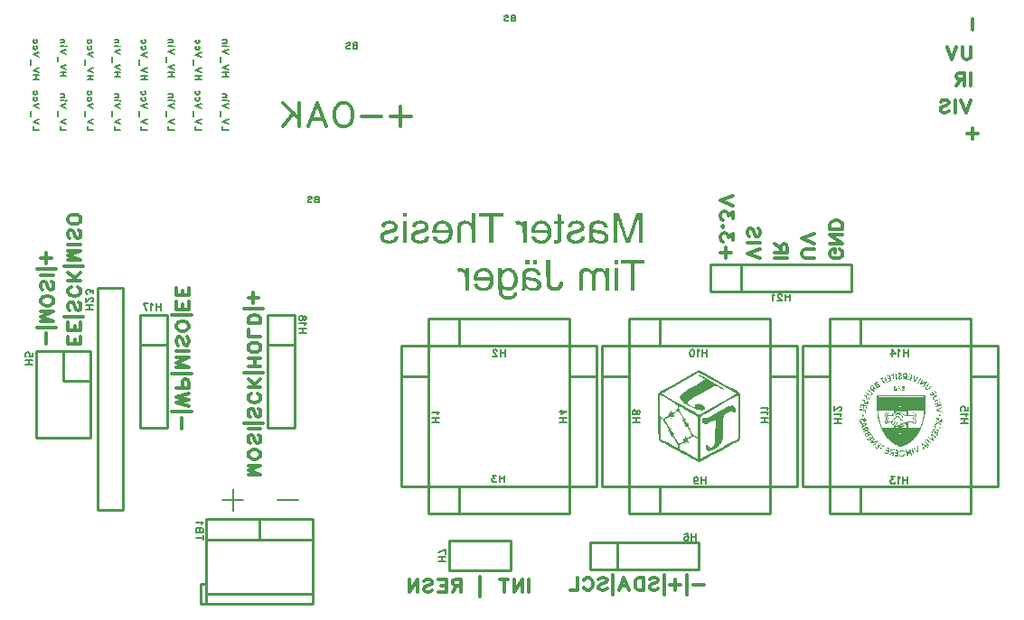
<source format=gbo>
G04 Layer: BottomSilkscreenLayer*
G04 EasyEDA Pro v2.2.28.1, 2024-09-17 23:40:12*
G04 Gerber Generator version 0.3*
G04 Scale: 100 percent, Rotated: No, Reflected: No*
G04 Dimensions in millimeters*
G04 Leading zeros omitted, absolute positions, 3 integers and 5 decimals*
%FSLAX35Y35*%
%MOMM*%
%ADD10C,0.203*%
%ADD11C,0.152*%
%ADD12C,0.15*%
%ADD13C,0.3*%
%ADD14C,0.1524*%
%ADD15C,0.2542*%
%ADD16C,0.254*%
G75*


G04 Image Start*
G36*
G01X8358833Y1378651D02*
G01X8357496Y1378316D01*
G01X8355622Y1378667D01*
G01X8353749Y1379018D01*
G01X8353585Y1381855D01*
G01X8353421Y1384692D01*
G01X8348523Y1385236D01*
G01X8348122Y1396660D01*
G01X8347721Y1408084D01*
G01X8347305Y1411348D01*
G01X8346890Y1414612D01*
G01X8342537Y1415156D01*
G01X8341855Y1422772D01*
G01X8341720Y1437099D01*
G01X8342381Y1438820D01*
G01X8347633Y1438820D01*
G01X8347908Y1437868D01*
G01X8348182Y1436916D01*
G01X8348553Y1432156D01*
G01X8348924Y1427396D01*
G01X8353032Y1427396D01*
G01X8353693Y1425675D01*
G01X8353828Y1410260D01*
G01X8354509Y1402644D01*
G01X8359952Y1402644D01*
G01X8360496Y1408628D01*
G01X8363037Y1408792D01*
G01X8365578Y1408956D01*
G01X8365965Y1414923D01*
G01X8366352Y1420891D01*
G01X8366825Y1421183D01*
G01X8367299Y1421476D01*
G01X8367299Y1425764D01*
G01X8371536Y1425764D01*
G01X8372197Y1427485D01*
G01X8372204Y1432200D01*
G01X8372212Y1436916D01*
G01X8372868Y1439364D01*
G01X8377639Y1439364D01*
G01X8377639Y1444221D01*
G01X8378692Y1444784D01*
G01X8379744Y1445348D01*
G01X8381549Y1445339D01*
G01X8383353Y1445331D01*
G01X8384986Y1444276D01*
G01X8388958Y1444260D01*
G01X8389613Y1439092D01*
G01X8390777Y1416788D01*
G01X8391021Y1415564D01*
G01X8391265Y1414340D01*
G01X8395599Y1414340D01*
G01X8395656Y1411892D01*
G01X8396104Y1402588D01*
G01X8396553Y1393285D01*
G01X8396275Y1389396D01*
G01X8395997Y1385508D01*
G01X8390806Y1385508D01*
G01X8390497Y1388092D01*
G01X8390188Y1390676D01*
G01X8389764Y1393940D01*
G01X8389340Y1397204D01*
G01X8387351Y1397369D01*
G01X8385363Y1397535D01*
G01X8384700Y1402644D01*
G01X8384208Y1414340D01*
G01X8383716Y1426036D01*
G01X8383626Y1426308D01*
G01X8378728Y1426308D01*
G01X8378728Y1421545D01*
G01X8377095Y1420190D01*
G01X8377095Y1415972D01*
G01X8372858Y1415972D01*
G01X8372197Y1414251D01*
G01X8372197Y1404093D01*
G01X8371536Y1402372D01*
G01X8366942Y1402372D01*
G01X8365607Y1390132D01*
G01X8365017Y1385565D01*
G01X8360496Y1385236D01*
G01X8360170Y1378987D01*
G01X8358833Y1378651D01*
G37*
G36*
G01X8255188Y1378554D02*
G01X8241311Y1378401D01*
G01X8240037Y1378713D01*
G01X8238763Y1379025D01*
G01X8239067Y1381858D01*
G01X8239370Y1384692D01*
G01X8240060Y1389860D01*
G01X8244848Y1389860D01*
G01X8244848Y1385609D01*
G01X8250001Y1385223D01*
G01X8255153Y1384837D01*
G01X8256531Y1385183D01*
G01X8257909Y1385528D01*
G01X8257909Y1390404D01*
G01X8262703Y1390404D01*
G01X8263096Y1396177D01*
G01X8263490Y1401950D01*
G01X8261991Y1402899D01*
G01X8252195Y1403043D01*
G01X8245120Y1403732D01*
G01X8244576Y1408628D01*
G01X8239678Y1409172D01*
G01X8239678Y1414068D01*
G01X8243487Y1414396D01*
G01X8247297Y1414725D01*
G01X8254533Y1414212D01*
G01X8261769Y1413698D01*
G01X8262560Y1414002D01*
G01X8263352Y1414305D01*
G01X8263352Y1427279D01*
G01X8261630Y1427940D01*
G01X8251379Y1427940D01*
G01X8251379Y1432292D01*
G01X8246209Y1432308D01*
G01X8245497Y1432759D01*
G01X8244785Y1433211D01*
G01X8244953Y1436151D01*
G01X8245120Y1439092D01*
G01X8251107Y1439144D01*
G01X8259776Y1438968D01*
G01X8268445Y1438791D01*
G01X8269822Y1437649D01*
G01X8269988Y1435650D01*
G01X8270155Y1433652D01*
G01X8272497Y1433483D01*
G01X8274840Y1433314D01*
G01X8275148Y1432511D01*
G01X8275456Y1431709D01*
G01X8275058Y1420576D01*
G01X8274661Y1409444D01*
G01X8270574Y1409444D01*
G01X8269279Y1390676D01*
G01X8269066Y1378707D01*
G01X8255188Y1378554D01*
G37*
G36*
G01X8322944Y1378452D02*
G01X8289403Y1378435D01*
G01X8288350Y1378999D01*
G01X8287298Y1379562D01*
G01X8287298Y1384904D01*
G01X8282127Y1385236D01*
G01X8282127Y1390132D01*
G01X8293556Y1390132D01*
G01X8293720Y1387599D01*
G01X8293884Y1385067D01*
G01X8300126Y1384677D01*
G01X8306369Y1384288D01*
G01X8312208Y1384762D01*
G01X8318046Y1385236D01*
G01X8318378Y1390404D01*
G01X8323644Y1390404D01*
G01X8324305Y1392125D01*
G01X8324305Y1396872D01*
G01X8329475Y1397204D01*
G01X8329788Y1412436D01*
G01X8329493Y1413628D01*
G01X8329198Y1414821D01*
G01X8326887Y1414988D01*
G01X8324577Y1415156D01*
G01X8324404Y1417593D01*
G01X8324230Y1420030D01*
G01X8323083Y1421412D01*
G01X8318318Y1421412D01*
G01X8318302Y1425492D01*
G01X8317431Y1426863D01*
G01X8302264Y1427473D01*
G01X8294100Y1426580D01*
G01X8293556Y1421140D01*
G01X8287706Y1420985D01*
G01X8281855Y1420831D01*
G01X8281855Y1426792D01*
G01X8287026Y1427124D01*
G01X8287570Y1432564D01*
G01X8298998Y1433652D01*
G01X8300359Y1434532D01*
G01X8300359Y1438276D01*
G01X8304009Y1438276D01*
G01X8307218Y1438599D01*
G01X8310427Y1438922D01*
G01X8311108Y1438218D01*
G01X8311788Y1437514D01*
G01X8311788Y1434532D01*
G01X8313148Y1433652D01*
G01X8324033Y1432564D01*
G01X8324577Y1427668D01*
G01X8327143Y1427503D01*
G01X8329709Y1427338D01*
G01X8329989Y1425599D01*
G01X8330270Y1423860D01*
G01X8330564Y1421140D01*
G01X8335574Y1420814D01*
G01X8336278Y1410908D01*
G01X8336151Y1397748D01*
G01X8335462Y1390676D01*
G01X8330291Y1390344D01*
G01X8330275Y1385780D01*
G01X8329866Y1385137D01*
G01X8329457Y1384494D01*
G01X8327017Y1384321D01*
G01X8324577Y1384148D01*
G01X8324404Y1381708D01*
G01X8324230Y1379269D01*
G01X8323587Y1378861D01*
G01X8322944Y1378452D01*
G37*
G36*
G01X8226616Y1385236D02*
G01X8215460Y1384925D01*
G01X8215468Y1388500D01*
G01X8216161Y1395844D01*
G01X8220337Y1395844D01*
G01X8220683Y1397221D01*
G01X8221029Y1398599D01*
G01X8220252Y1408957D01*
G01X8217992Y1408792D01*
G01X8215732Y1408628D01*
G01X8215188Y1403188D01*
G01X8209201Y1402644D01*
G01X8208657Y1397204D01*
G01X8202671Y1396660D01*
G01X8202508Y1393860D01*
G01X8202345Y1391061D01*
G01X8196883Y1390670D01*
G01X8191420Y1390279D01*
G01X8190360Y1391340D01*
G01X8190698Y1396660D01*
G01X8196140Y1397204D01*
G01X8196493Y1401542D01*
G01X8197063Y1402229D01*
G01X8197634Y1402916D01*
G01X8202433Y1402916D01*
G01X8202745Y1403728D01*
G01X8203057Y1404541D01*
G01X8202591Y1409576D01*
G01X8202126Y1414612D01*
G01X8199592Y1414775D01*
G01X8197057Y1414939D01*
G01X8196662Y1420729D01*
G01X8196649Y1420926D01*
G01X8202906Y1420926D01*
G01X8208657Y1420596D01*
G01X8209201Y1415156D01*
G01X8214835Y1414669D01*
G01X8214835Y1414669D01*
G01X8220469Y1414182D01*
G01X8220949Y1414941D01*
G01X8221430Y1415700D01*
G01X8221446Y1420261D01*
G01X8226072Y1420596D01*
G01X8226565Y1426495D01*
G01X8227057Y1432395D01*
G01X8226293Y1432879D01*
G01X8225528Y1433363D01*
G01X8220902Y1433380D01*
G01X8220902Y1438094D01*
G01X8220539Y1438457D01*
G01X8220177Y1438820D01*
G01X8209494Y1438820D01*
G01X8209225Y1437596D01*
G01X8208955Y1436372D01*
G01X8208657Y1433108D01*
G01X8203215Y1432564D01*
G01X8202906Y1420926D01*
G01X8196649Y1420926D01*
G01X8196268Y1426519D01*
G01X8196748Y1432805D01*
G01X8197228Y1439092D01*
G01X8202398Y1439423D01*
G01X8202398Y1444195D01*
G01X8202807Y1444431D01*
G01X8203215Y1444668D01*
G01X8214099Y1445192D01*
G01X8221718Y1444792D01*
G01X8229338Y1444392D01*
G01X8232331Y1444260D01*
G01X8232331Y1440041D01*
G01X8233713Y1438894D01*
G01X8236151Y1438721D01*
G01X8238589Y1438548D01*
G01X8238928Y1433843D01*
G01X8238284Y1433067D01*
G01X8237640Y1432292D01*
G01X8234073Y1432292D01*
G01X8233714Y1429708D01*
G01X8233354Y1427124D01*
G01X8232979Y1417876D01*
G01X8232603Y1408628D01*
G01X8230352Y1408463D01*
G01X8228101Y1408299D01*
G01X8227684Y1403567D01*
G01X8227268Y1398836D01*
G01X8226942Y1392036D01*
G01X8226616Y1385236D01*
G37*
G36*
G01X8420600Y1397164D02*
G01X8419912Y1396335D01*
G01X8417415Y1396497D01*
G01X8414919Y1396660D01*
G01X8414773Y1398836D01*
G01X8414628Y1401012D01*
G01X8414081Y1403460D01*
G01X8409748Y1403460D01*
G01X8409748Y1408174D01*
G01X8408932Y1408978D01*
G01X8408388Y1415059D01*
G01X8407844Y1421140D01*
G01X8405581Y1421304D01*
G01X8403318Y1421469D01*
G01X8402935Y1427288D01*
G01X8402551Y1433108D01*
G01X8401857Y1439636D01*
G01X8399593Y1439800D01*
G01X8397328Y1439965D01*
G01X8396565Y1450150D01*
G01X8396930Y1450741D01*
G01X8397295Y1451332D01*
G01X8402401Y1451130D01*
G01X8405170Y1450934D01*
G01X8407938Y1450737D01*
G01X8408621Y1442198D01*
G01X8409303Y1433660D01*
G01X8409558Y1433248D01*
G01X8409813Y1432836D01*
G01X8413942Y1432836D01*
G01X8414294Y1428673D01*
G01X8414646Y1424511D01*
G01X8414663Y1416244D01*
G01X8415477Y1414965D01*
G01X8419817Y1414612D01*
G01X8420553Y1406302D01*
G01X8421289Y1397993D01*
G01X8420600Y1397164D01*
G37*
G36*
G01X8172945Y1397416D02*
G01X8172147Y1397110D01*
G01X8171349Y1396804D01*
G01X8166222Y1397189D01*
G01X8161095Y1397573D01*
G01X8160930Y1399836D01*
G01X8160765Y1402100D01*
G01X8154677Y1402654D01*
G01X8148590Y1403209D01*
G01X8148334Y1403470D01*
G01X8148079Y1403732D01*
G01X8147704Y1414068D01*
G01X8151074Y1414229D01*
G01X8154445Y1414390D01*
G01X8154612Y1411781D01*
G01X8154779Y1409172D01*
G01X8171650Y1409172D01*
G01X8172105Y1413588D01*
G01X8172561Y1418005D01*
G01X8172105Y1422292D01*
G01X8171650Y1426580D01*
G01X8163486Y1427308D01*
G01X8155323Y1428036D01*
G01X8155136Y1428217D01*
G01X8154741Y1433599D01*
G01X8154346Y1438980D01*
G01X8159716Y1438586D01*
G01X8165085Y1438192D01*
G01X8165510Y1437930D01*
G01X8165935Y1437667D01*
G01X8165935Y1434141D01*
G01X8167241Y1432836D01*
G01X8178398Y1432836D01*
G01X8178725Y1439092D01*
G01X8183623Y1439636D01*
G01X8183954Y1444804D01*
G01X8179046Y1444804D01*
G01X8178474Y1448340D01*
G01X8178180Y1451060D01*
G01X8172312Y1451214D01*
G01X8166443Y1451369D01*
G01X8166597Y1457198D01*
G01X8166752Y1463028D01*
G01X8168929Y1463134D01*
G01X8171105Y1463239D01*
G01X8172466Y1462665D01*
G01X8172466Y1457860D01*
G01X8172738Y1457739D01*
G01X8185255Y1456500D01*
G01X8185590Y1451876D01*
G01X8190257Y1451876D01*
G01X8191157Y1450881D01*
G01X8192058Y1449886D01*
G01X8192058Y1446653D01*
G01X8190698Y1445295D01*
G01X8190153Y1433108D01*
G01X8187655Y1432945D01*
G01X8185157Y1432783D01*
G01X8184454Y1424105D01*
G01X8183751Y1415428D01*
G01X8179017Y1415428D01*
G01X8178734Y1414204D01*
G01X8178451Y1412980D01*
G01X8178180Y1402644D01*
G01X8173282Y1402100D01*
G01X8173114Y1399758D01*
G01X8172945Y1397416D01*
G37*
G36*
G01X8462538Y1409444D02*
G01X8457096Y1409444D01*
G01X8457096Y1414340D01*
G01X8451787Y1414340D01*
G01X8450640Y1415721D01*
G01X8450467Y1418158D01*
G01X8450293Y1420596D01*
G01X8447855Y1420769D01*
G01X8445416Y1420942D01*
G01X8444035Y1422089D01*
G01X8444035Y1426308D01*
G01X8439759Y1426308D01*
G01X8438903Y1427162D01*
G01X8438048Y1428017D01*
G01X8438048Y1432292D01*
G01X8433841Y1432292D01*
G01X8431074Y1434468D01*
G01X8427164Y1434468D01*
G01X8427164Y1438602D01*
G01X8425857Y1439908D01*
G01X8421177Y1439908D01*
G01X8421177Y1444765D01*
G01X8420124Y1445328D01*
G01X8419072Y1445892D01*
G01X8415288Y1445892D01*
G01X8414910Y1450427D01*
G01X8414532Y1454962D01*
G01X8414730Y1456003D01*
G01X8414928Y1457044D01*
G01X8416941Y1457211D01*
G01X8418954Y1457379D01*
G01X8420066Y1456784D01*
G01X8421177Y1456189D01*
G01X8421177Y1451876D01*
G01X8425857Y1451876D01*
G01X8427164Y1450570D01*
G01X8427164Y1445892D01*
G01X8431893Y1445892D01*
G01X8432794Y1444897D01*
G01X8433694Y1443902D01*
G01X8433694Y1439908D01*
G01X8437915Y1439908D01*
G01X8439317Y1438219D01*
G01X8439641Y1436207D01*
G01X8439965Y1434196D01*
G01X8443762Y1433838D01*
G01X8445667Y1432123D01*
G01X8445667Y1427940D01*
G01X8450437Y1427940D01*
G01X8451179Y1436916D01*
G01X8451022Y1455412D01*
G01X8450865Y1473908D01*
G01X8451292Y1474588D01*
G01X8451718Y1475268D01*
G01X8453999Y1475225D01*
G01X8456280Y1475182D01*
G01X8457640Y1474633D01*
G01X8457640Y1468196D01*
G01X8461818Y1468196D01*
G01X8462536Y1434740D01*
G01X8462537Y1422092D01*
G01X8462538Y1409444D01*
G37*
G36*
G01X8105182Y1430252D02*
G01X8104872Y1427940D01*
G01X8100628Y1427940D01*
G01X8100628Y1432158D01*
G01X8099766Y1432873D01*
G01X8098905Y1433588D01*
G01X8099206Y1436068D01*
G01X8099508Y1438548D01*
G01X8099932Y1441812D01*
G01X8100356Y1445076D01*
G01X8102892Y1445239D01*
G01X8105429Y1445403D01*
G01X8105737Y1448231D01*
G01X8106045Y1451060D01*
G01X8106381Y1453888D01*
G01X8106716Y1456716D01*
G01X8109250Y1456880D01*
G01X8111785Y1457044D01*
G01X8112329Y1463572D01*
G01X8116955Y1463906D01*
G01X8116955Y1467706D01*
G01X8117795Y1469329D01*
G01X8118635Y1470953D01*
G01X8117771Y1481524D01*
G01X8114914Y1481688D01*
G01X8112057Y1481852D01*
G01X8112057Y1487236D01*
G01X8124030Y1487236D01*
G01X8124030Y1481892D01*
G01X8127159Y1481606D01*
G01X8130289Y1481320D01*
G01X8133010Y1480878D01*
G01X8135731Y1480436D01*
G01X8136063Y1475268D01*
G01X8142046Y1475268D01*
G01X8141882Y1472412D01*
G01X8141717Y1469556D01*
G01X8124302Y1469012D01*
G01X8123836Y1463436D01*
G01X8123369Y1457860D01*
G01X8119350Y1457860D01*
G01X8118043Y1456554D01*
G01X8118043Y1451549D01*
G01X8116737Y1450244D01*
G01X8112699Y1450244D01*
G01X8112009Y1440724D01*
G01X8111569Y1439908D01*
G01X8111130Y1439092D01*
G01X8106343Y1438548D01*
G01X8105491Y1432564D01*
G01X8105182Y1430252D01*
G37*
G36*
G01X8517104Y1440020D02*
G01X8511821Y1439624D01*
G01X8506538Y1439228D01*
G01X8505556Y1440211D01*
G01X8505136Y1448627D01*
G01X8504716Y1457044D01*
G01X8502453Y1457208D01*
G01X8500191Y1457373D01*
G01X8499807Y1463192D01*
G01X8499424Y1469012D01*
G01X8498804Y1474724D01*
G01X8498185Y1480436D01*
G01X8493831Y1480980D01*
G01X8493781Y1481524D01*
G01X8504897Y1481524D01*
G01X8505269Y1475909D01*
G01X8505642Y1470295D01*
G01X8505642Y1470295D01*
G01X8506417Y1469998D01*
G01X8507191Y1469701D01*
G01X8511804Y1470085D01*
G01X8516417Y1470469D01*
G01X8516417Y1474659D01*
G01X8517505Y1475332D01*
G01X8517505Y1481135D01*
G01X8515783Y1481796D01*
G01X8511519Y1481796D01*
G01X8511519Y1486510D01*
G01X8511131Y1486897D01*
G01X8510744Y1487284D01*
G01X8505260Y1486964D01*
G01X8504897Y1481524D01*
G01X8493781Y1481524D01*
G01X8492985Y1490228D01*
G01X8493287Y1499476D01*
G01X8499818Y1499599D01*
G01X8505260Y1498932D01*
G01X8505804Y1494036D01*
G01X8516689Y1492948D01*
G01X8516862Y1490509D01*
G01X8517036Y1488070D01*
G01X8517679Y1487661D01*
G01X8518321Y1487252D01*
G01X8523432Y1487236D01*
G01X8523764Y1482068D01*
G01X8535192Y1480980D01*
G01X8535737Y1475540D01*
G01X8542267Y1474996D01*
G01X8542599Y1469828D01*
G01X8547388Y1469828D01*
G01X8548076Y1466162D01*
G01X8547710Y1463572D01*
G01X8546361Y1463382D01*
G01X8545013Y1463192D01*
G01X8540511Y1463566D01*
G01X8536009Y1463941D01*
G01X8536000Y1465932D01*
G01X8535992Y1467924D01*
G01X8535588Y1468558D01*
G01X8535184Y1469193D01*
G01X8529338Y1469585D01*
G01X8523492Y1469976D01*
G01X8523492Y1468799D01*
G01X8518321Y1468468D01*
G01X8517777Y1463572D01*
G01X8511791Y1463028D01*
G01X8511631Y1457860D01*
G01X8511472Y1452692D01*
G01X8512084Y1450244D01*
G01X8516417Y1450244D01*
G01X8516417Y1446595D01*
G01X8516760Y1443308D01*
G01X8517104Y1440020D01*
G37*
G36*
G01X8076682Y1446409D02*
G01X8075286Y1445878D01*
G01X8073890Y1445348D01*
G01X8070268Y1445348D01*
G01X8069607Y1447069D01*
G01X8069607Y1451275D01*
G01X8066750Y1451439D01*
G01X8063893Y1451604D01*
G01X8063349Y1456500D01*
G01X8060910Y1456673D01*
G01X8058472Y1456846D01*
G01X8057090Y1457993D01*
G01X8057090Y1462756D01*
G01X8053370Y1462756D01*
G01X8051648Y1463416D01*
G01X8051648Y1468719D01*
G01X8053016Y1469062D01*
G01X8054383Y1469405D01*
G01X8057907Y1468669D01*
G01X8062475Y1468091D01*
G01X8062805Y1463572D01*
G01X8069335Y1463028D01*
G01X8069500Y1460172D01*
G01X8069664Y1457316D01*
G01X8074832Y1457316D01*
G01X8076138Y1458621D01*
G01X8076138Y1463300D01*
G01X8081580Y1463300D01*
G01X8081580Y1475268D01*
G01X8076202Y1475268D01*
G01X8075781Y1475948D01*
G01X8075360Y1476628D01*
G01X8075069Y1478804D01*
G01X8074778Y1480980D01*
G01X8069607Y1481311D01*
G01X8069607Y1487780D01*
G01X8074233Y1487652D01*
G01X8081308Y1486964D01*
G01X8081852Y1481524D01*
G01X8087204Y1481087D01*
G01X8092556Y1480650D01*
G01X8093327Y1481289D01*
G01X8094098Y1481929D01*
G01X8094098Y1487176D01*
G01X8099268Y1487508D01*
G01X8099432Y1490364D01*
G01X8099597Y1493220D01*
G01X8097800Y1493227D01*
G01X8096002Y1493234D01*
G01X8094805Y1493555D01*
G01X8093608Y1493876D01*
G01X8093445Y1496404D01*
G01X8093281Y1498932D01*
G01X8090873Y1499104D01*
G01X8088465Y1499276D01*
G01X8087350Y1500056D01*
G01X8086236Y1500836D01*
G01X8083356Y1500836D01*
G01X8082527Y1505460D01*
G01X8082462Y1508180D01*
G01X8082397Y1510900D01*
G01X8084574Y1511006D01*
G01X8086751Y1511112D01*
G01X8088111Y1510537D01*
G01X8088111Y1506381D01*
G01X8093825Y1505707D01*
G01X8096683Y1505397D01*
G01X8099540Y1505087D01*
G01X8099540Y1500425D01*
G01X8100922Y1499278D01*
G01X8103360Y1499105D01*
G01X8105798Y1498932D01*
G01X8105972Y1496493D01*
G01X8106146Y1494054D01*
G01X8106788Y1493645D01*
G01X8107431Y1493236D01*
G01X8111513Y1493220D01*
G01X8111513Y1487839D01*
G01X8106343Y1487508D01*
G01X8106169Y1485070D01*
G01X8105996Y1482633D01*
G01X8105447Y1481972D01*
G01X8104897Y1481310D01*
G01X8100356Y1480980D01*
G01X8100191Y1478095D01*
G01X8100025Y1475211D01*
G01X8099238Y1474909D01*
G01X8098451Y1474607D01*
G01X8098451Y1470372D01*
G01X8094775Y1470372D01*
G01X8093623Y1468984D01*
G01X8093452Y1466278D01*
G01X8093281Y1463572D01*
G01X8088111Y1463240D01*
G01X8088111Y1458481D01*
G01X8087256Y1457626D01*
G01X8086401Y1456772D01*
G01X8082125Y1456772D01*
G01X8082125Y1452348D01*
G01X8081561Y1451296D01*
G01X8080998Y1450244D01*
G01X8076682Y1450244D01*
G01X8076682Y1446409D01*
G37*
G36*
G01X8300903Y1463844D02*
G01X8293828Y1463844D01*
G01X8293828Y1468570D01*
G01X8281039Y1469848D01*
G01X8278483Y1470160D01*
G01X8275927Y1470473D01*
G01X8275762Y1472734D01*
G01X8275597Y1474996D01*
G01X8269502Y1475461D01*
G01X8263407Y1475927D01*
G01X8263243Y1478453D01*
G01X8263080Y1480980D01*
G01X8257256Y1481452D01*
G01X8251433Y1481925D01*
G01X8251270Y1484444D01*
G01X8251107Y1486964D01*
G01X8239678Y1488052D01*
G01X8239505Y1490228D01*
G01X8239333Y1492404D01*
G01X8238812Y1492934D01*
G01X8238291Y1493464D01*
G01X8235447Y1493750D01*
G01X8232603Y1494036D01*
G01X8232438Y1496297D01*
G01X8232273Y1498559D01*
G01X8229717Y1498860D01*
G01X8227161Y1499161D01*
G01X8224167Y1499590D01*
G01X8221174Y1500020D01*
G01X8220630Y1505460D01*
G01X8214371Y1505786D01*
G01X8214371Y1510628D01*
G01X8209607Y1510628D01*
G01X8208252Y1512260D01*
G01X8203547Y1512260D01*
G01X8203215Y1517428D01*
G01X8197228Y1517972D01*
G01X8196684Y1523412D01*
G01X8194779Y1523559D01*
G01X8192875Y1523705D01*
G01X8190425Y1524248D01*
G01X8190425Y1529668D01*
G01X8185100Y1529668D01*
G01X8184439Y1531389D01*
G01X8184439Y1535535D01*
G01X8182717Y1536196D01*
G01X8178453Y1536196D01*
G01X8178453Y1536776D01*
G01X8287781Y1536776D01*
G01X8290563Y1536078D01*
G01X8291924Y1536419D01*
G01X8293284Y1536760D01*
G01X8293284Y1540910D01*
G01X8292507Y1541687D01*
G01X8290311Y1541525D01*
G01X8288114Y1541364D01*
G01X8287781Y1536776D01*
G01X8287781Y1536776D01*
G01X8178453Y1536776D01*
G01X8178453Y1541636D01*
G01X8173688Y1541636D01*
G01X8172541Y1543017D01*
G01X8172426Y1544628D01*
G01X8306346Y1544628D01*
G01X8306346Y1542180D01*
G01X8310699Y1542180D01*
G01X8310699Y1547076D01*
G01X8306346Y1547076D01*
G01X8306346Y1544628D01*
G01X8306346Y1544628D01*
G01X8172426Y1544628D01*
G01X8172367Y1545454D01*
G01X8172194Y1547892D01*
G01X8166752Y1548436D01*
G01X8166207Y1554420D01*
G01X8161037Y1554751D01*
G01X8161037Y1559454D01*
G01X8159405Y1560809D01*
G01X8159405Y1565028D01*
G01X8155024Y1565028D01*
G01X8154493Y1566423D01*
G01X8153962Y1567819D01*
G01X8153962Y1572100D01*
G01X8148520Y1572100D01*
G01X8148513Y1574140D01*
G01X8148505Y1576180D01*
G01X8147849Y1578628D01*
G01X8282400Y1578628D01*
G01X8282400Y1573188D01*
G01X8287146Y1573188D01*
G01X8289671Y1573534D01*
G01X8292196Y1573880D01*
G01X8292196Y1577476D01*
G01X8293284Y1578148D01*
G01X8293284Y1583071D01*
G01X8305199Y1583071D01*
G01X8305636Y1577721D01*
G01X8306073Y1572372D01*
G01X8306073Y1572372D01*
G01X8311100Y1572046D01*
G01X8311489Y1577538D01*
G01X8311879Y1583031D01*
G01X8311222Y1583821D01*
G01X8310566Y1584612D01*
G01X8306479Y1584612D01*
G01X8305839Y1583841D01*
G01X8305199Y1583071D01*
G01X8293284Y1583071D01*
G01X8293284Y1583342D01*
G01X8292921Y1583705D01*
G01X8292558Y1584068D01*
G01X8282400Y1584068D01*
G01X8282400Y1578628D01*
G01X8282400Y1578628D01*
G01X8147849Y1578628D01*
G01X8143183Y1578628D01*
G01X8142880Y1581212D01*
G01X8142576Y1583796D01*
G01X8142147Y1586788D01*
G01X8141717Y1589780D01*
G01X8139540Y1590071D01*
G01X8137363Y1590362D01*
G01X8136683Y1590783D01*
G01X8136003Y1591204D01*
G01X8136003Y1593626D01*
G01X8281855Y1593626D01*
G01X8281855Y1590514D01*
G01X8305529Y1590687D01*
G01X8308522Y1590610D01*
G01X8311516Y1590533D01*
G01X8314373Y1590889D01*
G01X8317230Y1591245D01*
G01X8317230Y1595492D01*
G01X8315189Y1595511D01*
G01X8313148Y1595530D01*
G01X8310427Y1597085D01*
G01X8308453Y1597105D01*
G01X8306479Y1597124D01*
G01X8305737Y1596230D01*
G01X8304995Y1595336D01*
G01X8289747Y1596015D01*
G01X8281855Y1596738D01*
G01X8281855Y1593626D01*
G01X8281855Y1593626D01*
G01X8136003Y1593626D01*
G01X8136003Y1594788D01*
G01X8135653Y1598132D01*
G01X8135503Y1599572D01*
G01X8269882Y1599572D01*
G01X8269882Y1597124D01*
G01X8275325Y1597124D01*
G01X8275325Y1600714D01*
G01X8323217Y1600714D01*
G01X8323217Y1597795D01*
G01X8325666Y1597139D01*
G01X8327434Y1597131D01*
G01X8327434Y1597131D01*
G01X8329203Y1597124D01*
G01X8329203Y1602020D01*
G01X8324523Y1602020D01*
G01X8323217Y1600714D01*
G01X8275325Y1600714D01*
G01X8275325Y1602020D01*
G01X8269882Y1602020D01*
G01X8269882Y1599572D01*
G01X8269882Y1599572D01*
G01X8135503Y1599572D01*
G01X8135304Y1601476D01*
G01X8131143Y1601476D01*
G01X8130580Y1602528D01*
G01X8130269Y1603108D01*
G01X8263352Y1603108D01*
G01X8268794Y1603108D01*
G01X8268794Y1605284D01*
G01X8287842Y1605284D01*
G01X8287842Y1603108D01*
G01X8293284Y1603108D01*
G01X8293284Y1607460D01*
G01X8305739Y1607460D01*
G01X8306073Y1602836D01*
G01X8308386Y1602668D01*
G01X8308386Y1602668D01*
G01X8310699Y1602501D01*
G01X8310699Y1607460D01*
G01X8305739Y1607460D01*
G01X8293284Y1607460D01*
G01X8287842Y1607460D01*
G01X8287842Y1605284D01*
G01X8287842Y1605284D01*
G01X8268794Y1605284D01*
G01X8268794Y1607460D01*
G01X8263352Y1607460D01*
G01X8263352Y1603108D01*
G01X8263352Y1603108D01*
G01X8130269Y1603108D01*
G01X8130016Y1603580D01*
G01X8130008Y1605656D01*
G01X8130000Y1607732D01*
G01X8129827Y1608004D01*
G01X8330232Y1608004D01*
G01X8330398Y1605420D01*
G01X8330398Y1605420D01*
G01X8330564Y1602836D01*
G01X8334917Y1602836D01*
G01X8335249Y1608004D01*
G01X8330232Y1608004D01*
G01X8129827Y1608004D01*
G01X8129186Y1609011D01*
G01X8124846Y1609364D01*
G01X8124406Y1613988D01*
G01X8257850Y1613988D01*
G01X8258182Y1608830D01*
G01X8258182Y1608830D01*
G01X8259177Y1608640D01*
G01X8260172Y1608451D01*
G01X8262807Y1609113D01*
G01X8262807Y1609364D01*
G01X8336550Y1609364D01*
G01X8341176Y1609029D01*
G01X8341176Y1614594D01*
G01X8336550Y1614260D01*
G01X8336550Y1609364D01*
G01X8336550Y1609364D01*
G01X8262807Y1609364D01*
G01X8262807Y1613988D01*
G01X8257850Y1613988D01*
G01X8124406Y1613988D01*
G01X8124072Y1617493D01*
G01X8251923Y1617493D01*
G01X8251923Y1614469D01*
G01X8256549Y1614804D01*
G01X8256727Y1616366D01*
G01X8256906Y1617927D01*
G01X8256581Y1619222D01*
G01X8256256Y1620516D01*
G01X8251923Y1620516D01*
G01X8251923Y1617493D01*
G01X8251923Y1617493D01*
G01X8124072Y1617493D01*
G01X8123758Y1620788D01*
G01X8118860Y1621332D01*
G01X8118665Y1623236D01*
G01X8343081Y1623236D01*
G01X8343081Y1620244D01*
G01X8346890Y1620244D01*
G01X8347231Y1624992D01*
G01X8346928Y1625781D01*
G01X8346626Y1626569D01*
G01X8344853Y1626399D01*
G01X8343081Y1626228D01*
G01X8343081Y1623236D01*
G01X8343081Y1623236D01*
G01X8118665Y1623236D01*
G01X8118303Y1626772D01*
G01X8117747Y1632212D01*
G01X8117319Y1632892D01*
G01X8116891Y1633572D01*
G01X8112601Y1633572D01*
G01X8112601Y1635419D01*
G01X8111972Y1642927D01*
G01X8111343Y1650436D01*
G01X8106615Y1650436D01*
G01X8106486Y1650708D01*
G01X8105254Y1663764D01*
G01X8100628Y1664098D01*
G01X8100630Y1665019D01*
G01X8100631Y1665940D01*
G01X8100015Y1673284D01*
G01X8099398Y1680628D01*
G01X8098858Y1681308D01*
G01X8098318Y1681988D01*
G01X8095186Y1681988D01*
G01X8095186Y1685323D01*
G01X8094624Y1686372D01*
G01X8094063Y1687421D01*
G01X8093672Y1695993D01*
G01X8093281Y1704564D01*
G01X8088942Y1704917D01*
G01X8088128Y1706196D01*
G01X8088065Y1711092D01*
G01X8088002Y1715988D01*
G01X8087376Y1722516D01*
G01X8086751Y1729044D01*
G01X8082397Y1729588D01*
G01X8082048Y1732852D01*
G01X8081699Y1736116D01*
G01X8081636Y1743460D01*
G01X8081574Y1750804D01*
G01X8080875Y1759780D01*
G01X8076703Y1759780D01*
G01X8076432Y1761004D01*
G01X8076161Y1762228D01*
G01X8075464Y1785222D01*
G01X8082096Y1785222D01*
G01X8083346Y1783716D01*
G01X8086405Y1783716D01*
G01X8086706Y1782764D01*
G01X8087007Y1781812D01*
G01X8087548Y1772020D01*
G01X8088090Y1762228D01*
G01X8088111Y1748989D01*
G01X8088772Y1747268D01*
G01X8092904Y1747268D01*
G01X8093228Y1741420D01*
G01X8093552Y1735572D01*
G01X8094697Y1718708D01*
G01X8095458Y1717970D01*
G01X8099268Y1717620D01*
G01X8099693Y1711092D01*
G01X8100119Y1704564D01*
G01X8100424Y1699532D01*
G01X8100730Y1694500D01*
G01X8104961Y1694500D01*
G01X8105222Y1693276D01*
G01X8105483Y1692052D01*
G01X8106735Y1676276D01*
G01X8107223Y1675460D01*
G01X8111396Y1675460D01*
G01X8112057Y1673739D01*
G01X8112057Y1665832D01*
G01X8112409Y1661670D01*
G01X8112761Y1657508D01*
G01X8117426Y1657508D01*
G01X8117700Y1656556D01*
G01X8117974Y1655604D01*
G01X8118342Y1650348D01*
G01X8118710Y1645092D01*
G01X8118710Y1645092D01*
G01X8124227Y1644743D01*
G01X8129744Y1644393D01*
G01X8181174Y1644559D01*
G01X8232603Y1644724D01*
G01X8232603Y1656420D01*
G01X8245326Y1656420D01*
G01X8245671Y1650028D01*
G01X8246015Y1643636D01*
G01X8246209Y1627316D01*
G01X8248264Y1627146D01*
G01X8248264Y1627146D01*
G01X8250318Y1626976D01*
G01X8249952Y1635105D01*
G01X8249910Y1636020D01*
G01X8348795Y1636020D01*
G01X8348795Y1633572D01*
G01X8353149Y1633572D01*
G01X8353149Y1638468D01*
G01X8348795Y1638468D01*
G01X8348795Y1636020D01*
G01X8348795Y1636020D01*
G01X8249910Y1636020D01*
G01X8249585Y1643233D01*
G01X8251018Y1644172D01*
G01X8252451Y1645111D01*
G01X8260903Y1644462D01*
G01X8268456Y1645161D01*
G01X8305750Y1645161D01*
G01X8310266Y1644810D01*
G01X8314781Y1644458D01*
G01X8314781Y1644458D01*
G01X8353149Y1644452D01*
G01X8353149Y1692808D01*
G01X8347979Y1693238D01*
G01X8341448Y1693140D01*
G01X8341863Y1668932D01*
G01X8336278Y1668932D01*
G01X8336278Y1664169D01*
G01X8335598Y1663614D01*
G01X8334917Y1663059D01*
G01X8329638Y1662669D01*
G01X8324360Y1662279D01*
G01X8324196Y1659757D01*
G01X8324033Y1657236D01*
G01X8317774Y1656910D01*
G01X8317774Y1652034D01*
G01X8317094Y1651786D01*
G01X8316414Y1651539D01*
G01X8311244Y1651123D01*
G01X8306073Y1650708D01*
G01X8305912Y1647934D01*
G01X8305750Y1645161D01*
G01X8268456Y1645161D01*
G01X8269610Y1645268D01*
G01X8269610Y1650164D01*
G01X8266345Y1650613D01*
G01X8263080Y1651062D01*
G01X8257229Y1651327D01*
G01X8251379Y1651592D01*
G01X8251379Y1656420D01*
G01X8245326Y1656420D01*
G01X8232603Y1656420D01*
G01X8232603Y1657352D01*
G01X8269276Y1657352D01*
G01X8270427Y1656202D01*
G01X8270427Y1654135D01*
G01X8270427Y1654135D01*
G01X8270427Y1652068D01*
G01X8274625Y1652068D01*
G01X8274975Y1655412D01*
G01X8275243Y1657971D01*
G01X8281245Y1657971D01*
G01X8281889Y1657196D01*
G01X8282533Y1656420D01*
G01X8286753Y1656420D01*
G01X8286761Y1654652D01*
G01X8286768Y1652884D01*
G01X8287090Y1651685D01*
G01X8287411Y1650487D01*
G01X8293556Y1650164D01*
G01X8293724Y1647852D01*
G01X8293724Y1647852D01*
G01X8293891Y1645540D01*
G01X8298588Y1645540D01*
G01X8298983Y1648396D01*
G01X8299379Y1651252D01*
G01X8299543Y1656692D01*
G01X8296686Y1656856D01*
G01X8293828Y1657021D01*
G01X8293828Y1662223D01*
G01X8293448Y1662603D01*
G01X8293068Y1662982D01*
G01X8281583Y1662676D01*
G01X8281245Y1657971D01*
G01X8275243Y1657971D01*
G01X8275325Y1658755D01*
G01X8275325Y1663549D01*
G01X8272467Y1663384D01*
G01X8269610Y1663220D01*
G01X8269276Y1657352D01*
G01X8232603Y1657352D01*
G01X8232603Y1663220D01*
G01X8227433Y1663551D01*
G01X8227433Y1668815D01*
G01X8225711Y1669476D01*
G01X8221446Y1669476D01*
G01X8221430Y1673556D01*
G01X8220630Y1674770D01*
G01X8214099Y1675523D01*
G01X8209473Y1676113D01*
G01X8209402Y1677283D01*
G01X8209332Y1678452D01*
G01X8208994Y1688788D01*
G01X8208888Y1692052D01*
G01X8214398Y1692052D01*
G01X8214723Y1686459D01*
G01X8215048Y1680865D01*
G01X8227161Y1681172D01*
G01X8227324Y1683999D01*
G01X8227488Y1686826D01*
G01X8230045Y1686991D01*
G01X8232603Y1687156D01*
G01X8233147Y1693140D01*
G01X8238045Y1693684D01*
G01X8238867Y1698580D01*
G01X8239678Y1704564D01*
G01X8242237Y1704729D01*
G01X8244795Y1704893D01*
G01X8244958Y1707993D01*
G01X8245120Y1711092D01*
G01X8251538Y1711423D01*
G01X8251153Y1705829D01*
G01X8250768Y1700235D01*
G01X8250121Y1699824D01*
G01X8249474Y1699413D01*
G01X8244902Y1699396D01*
G01X8244576Y1693140D01*
G01X8242040Y1692976D01*
G01X8239503Y1692812D01*
G01X8239200Y1689984D01*
G01X8238897Y1687156D01*
G01X8238208Y1681988D01*
G01X8236766Y1681980D01*
G01X8235324Y1681973D01*
G01X8232875Y1681317D01*
G01X8232875Y1668932D01*
G01X8245333Y1668932D01*
G01X8245664Y1674100D01*
G01X8251107Y1674644D01*
G01X8251269Y1677743D01*
G01X8251431Y1680842D01*
G01X8253990Y1681007D01*
G01X8256549Y1681172D01*
G01X8256712Y1683984D01*
G01X8256875Y1686795D01*
G01X8257664Y1687450D01*
G01X8258454Y1688105D01*
G01X8258454Y1692324D01*
G01X8262652Y1692324D01*
G01X8263002Y1688980D01*
G01X8263352Y1685636D01*
G01X8263352Y1680960D01*
G01X8258182Y1680628D01*
G01X8257742Y1677908D01*
G01X8257303Y1675188D01*
G01X8256720Y1669476D01*
G01X8251889Y1669476D01*
G01X8251570Y1668646D01*
G01X8251251Y1667816D01*
G01X8251251Y1667816D01*
G01X8251638Y1662662D01*
G01X8252025Y1657508D01*
G01X8256277Y1657508D01*
G01X8256277Y1661860D01*
G01X8262769Y1661860D01*
G01X8263333Y1662912D01*
G01X8263896Y1663964D01*
G01X8263896Y1668328D01*
G01X8269066Y1668660D01*
G01X8269211Y1670836D01*
G01X8269356Y1673012D01*
G01X8269637Y1674265D01*
G01X8269918Y1675518D01*
G01X8272485Y1675353D01*
G01X8275053Y1675188D01*
G01X8275377Y1668388D01*
G01X8280294Y1668388D01*
G01X8281347Y1668951D01*
G01X8282400Y1669514D01*
G01X8282400Y1671111D01*
G01X8293165Y1671111D01*
G01X8293507Y1669749D01*
G01X8293849Y1668388D01*
G01X8298726Y1668388D01*
G01X8298726Y1663625D01*
G01X8300108Y1662479D01*
G01X8302547Y1662305D01*
G01X8304985Y1662132D01*
G01X8305529Y1657236D01*
G01X8311380Y1657081D01*
G01X8311380Y1657081D01*
G01X8317230Y1656927D01*
G01X8317230Y1668249D01*
G01X8311516Y1668968D01*
G01X8305801Y1669611D01*
G01X8305801Y1675396D01*
G01X8304713Y1676068D01*
G01X8304713Y1676464D01*
G01X8311180Y1676464D01*
G01X8312419Y1674972D01*
G01X8314960Y1674808D01*
G01X8317502Y1674644D01*
G01X8318046Y1669204D01*
G01X8318046Y1669204D01*
G01X8333285Y1668891D01*
G01X8334450Y1669179D01*
G01X8335616Y1669467D01*
G01X8336009Y1674958D01*
G01X8336402Y1680449D01*
G01X8335189Y1681661D01*
G01X8335189Y1685796D01*
G01X8331588Y1685796D01*
G01X8330532Y1686642D01*
G01X8329475Y1687489D01*
G01X8321086Y1687210D01*
G01X8312697Y1686931D01*
G01X8312313Y1686309D01*
G01X8311929Y1685688D01*
G01X8311554Y1681076D01*
G01X8311180Y1676464D01*
G01X8304713Y1676464D01*
G01X8304713Y1680299D01*
G01X8301856Y1680499D01*
G01X8298998Y1680699D01*
G01X8296753Y1680799D01*
G01X8294507Y1680900D01*
G01X8294173Y1678044D01*
G01X8293838Y1675188D01*
G01X8293165Y1671111D01*
G01X8282400Y1671111D01*
G01X8282400Y1673828D01*
G01X8286637Y1673828D01*
G01X8287298Y1675549D01*
G01X8287298Y1680900D01*
G01X8292468Y1680917D01*
G01X8293111Y1681325D01*
G01X8293753Y1681734D01*
G01X8293927Y1684173D01*
G01X8294100Y1686612D01*
G01X8307162Y1687280D01*
G01X8311184Y1687428D01*
G01X8311516Y1692596D01*
G01X8321856Y1692933D01*
G01X8332196Y1693270D01*
G01X8333965Y1693341D01*
G01X8335734Y1693412D01*
G01X8335734Y1697291D01*
G01X8336297Y1698344D01*
G01X8336860Y1699396D01*
G01X8347647Y1699396D01*
G01X8347979Y1704564D01*
G01X8359952Y1705242D01*
G01X8414646Y1705380D01*
G01X8414646Y1717776D01*
G01X8412925Y1718436D01*
G01X8409204Y1718436D01*
G01X8409204Y1719660D01*
G01X8409203Y1720884D01*
G01X8408164Y1732308D01*
G01X8408548Y1739652D01*
G01X8408932Y1746996D01*
G01X8412197Y1747294D01*
G01X8413440Y1747568D01*
G01X8414683Y1747842D01*
G01X8414529Y1753675D01*
G01X8414374Y1759508D01*
G01X8330294Y1759560D01*
G01X8328985Y1760868D01*
G01X8324912Y1760868D01*
G01X8324577Y1765492D01*
G01X8321203Y1765653D01*
G01X8317829Y1765814D01*
G01X8317666Y1768645D01*
G01X8317502Y1771476D01*
G01X8310971Y1772316D01*
G01X8306403Y1772941D01*
G01X8306073Y1777460D01*
G01X8303897Y1777605D01*
G01X8301720Y1777750D01*
G01X8300525Y1778016D01*
G01X8299330Y1778282D01*
G01X8299164Y1780863D01*
G01X8298998Y1783444D01*
G01X8287570Y1784092D01*
G01X8281311Y1783773D01*
G01X8275053Y1783454D01*
G01X8270155Y1783497D01*
G01X8260987Y1783962D01*
G01X8251819Y1784428D01*
G01X8251335Y1783664D01*
G01X8250851Y1782900D01*
G01X8250843Y1780668D01*
G01X8250835Y1778436D01*
G01X8246671Y1778084D01*
G01X8242507Y1777732D01*
G01X8234597Y1777732D01*
G01X8232875Y1777072D01*
G01X8232875Y1772453D01*
G01X8227025Y1771964D01*
G01X8221174Y1771476D01*
G01X8221010Y1768620D01*
G01X8220845Y1765764D01*
G01X8239406Y1765764D01*
G01X8239406Y1771044D01*
G01X8243570Y1771396D01*
G01X8247733Y1771748D01*
G01X8256188Y1771748D01*
G01X8257909Y1772408D01*
G01X8257909Y1777095D01*
G01X8262127Y1777504D01*
G01X8266345Y1777913D01*
G01X8271787Y1777944D01*
G01X8277229Y1777975D01*
G01X8281991Y1777533D01*
G01X8286753Y1777090D01*
G01X8286753Y1772969D01*
G01X8288114Y1771868D01*
G01X8299271Y1771087D01*
G01X8299271Y1765764D01*
G01X8305744Y1765764D01*
G01X8305909Y1762908D01*
G01X8306073Y1760052D01*
G01X8310971Y1759508D01*
G01X8311661Y1752436D01*
G01X8311788Y1737565D01*
G01X8312448Y1735844D01*
G01X8317114Y1735844D01*
G01X8317774Y1734123D01*
G01X8317767Y1725236D01*
G01X8317425Y1721619D01*
G01X8317083Y1718001D01*
G01X8311223Y1717619D01*
G01X8305364Y1717236D01*
G01X8299596Y1717629D01*
G01X8293828Y1718022D01*
G01X8293828Y1723332D01*
G01X8287355Y1723332D01*
G01X8287190Y1726188D01*
G01X8287026Y1729044D01*
G01X8284585Y1729217D01*
G01X8282145Y1729391D01*
G01X8281737Y1730033D01*
G01X8281328Y1730676D01*
G01X8281311Y1735728D01*
G01X8279589Y1736388D01*
G01X8275956Y1736388D01*
G01X8275569Y1741840D01*
G01X8275183Y1747291D01*
G01X8274837Y1747505D01*
G01X8274492Y1747718D01*
G01X8265683Y1747413D01*
G01X8256874Y1747107D01*
G01X8256712Y1744604D01*
G01X8256549Y1742100D01*
G01X8254111Y1741927D01*
G01X8251672Y1741753D01*
G01X8250290Y1740607D01*
G01X8250290Y1736388D01*
G01X8246294Y1736388D01*
G01X8245299Y1735488D01*
G01X8244304Y1734587D01*
G01X8244304Y1730404D01*
G01X8240308Y1730404D01*
G01X8239313Y1729504D01*
G01X8238317Y1728603D01*
G01X8238317Y1723936D01*
G01X8233147Y1723604D01*
G01X8232983Y1720748D01*
G01X8232818Y1717892D01*
G01X8228195Y1717892D01*
G01X8226889Y1716586D01*
G01X8226889Y1711421D01*
G01X8224031Y1711256D01*
G01X8221174Y1711092D01*
G01X8220701Y1705271D01*
G01X8220228Y1699450D01*
G01X8217708Y1699287D01*
G01X8215188Y1699124D01*
G01X8214793Y1695588D01*
G01X8214398Y1692052D01*
G01X8208888Y1692052D01*
G01X8208657Y1699124D01*
G01X8190574Y1699267D01*
G01X8172490Y1699411D01*
G01X8172145Y1698036D01*
G01X8171800Y1696662D01*
G01X8172148Y1694901D01*
G01X8172496Y1693140D01*
G01X8173145Y1687428D01*
G01X8177942Y1687428D01*
G01X8178261Y1686598D01*
G01X8178580Y1685768D01*
G01X8178191Y1680585D01*
G01X8177802Y1675402D01*
G01X8175542Y1675567D01*
G01X8173282Y1675732D01*
G01X8172908Y1678452D01*
G01X8172533Y1681172D01*
G01X8171789Y1686830D01*
G01X8169270Y1686993D01*
G01X8166752Y1687156D01*
G01X8166167Y1699124D01*
G01X8165725Y1700067D01*
G01X8165282Y1701010D01*
G01X8165744Y1706132D01*
G01X8171831Y1706132D01*
G01X8172684Y1705425D01*
G01X8172684Y1705425D01*
G01X8173537Y1704717D01*
G01X8213867Y1705109D01*
G01X8214383Y1705924D01*
G01X8214899Y1706740D01*
G01X8214907Y1709023D01*
G01X8214916Y1711307D01*
G01X8217773Y1711471D01*
G01X8220630Y1711636D01*
G01X8221096Y1717212D01*
G01X8221563Y1722788D01*
G01X8226211Y1722788D01*
G01X8227358Y1724169D01*
G01X8227531Y1726607D01*
G01X8227705Y1729044D01*
G01X8230263Y1729209D01*
G01X8232820Y1729373D01*
G01X8232984Y1732201D01*
G01X8233147Y1735028D01*
G01X8238589Y1735572D01*
G01X8238876Y1738020D01*
G01X8239162Y1740468D01*
G01X8239588Y1741148D01*
G01X8240014Y1741828D01*
G01X8244788Y1741828D01*
G01X8245120Y1746996D01*
G01X8251107Y1747540D01*
G01X8251651Y1753524D01*
G01X8257093Y1754068D01*
G01X8257260Y1756679D01*
G01X8257427Y1759291D01*
G01X8260253Y1759127D01*
G01X8263080Y1758964D01*
G01X8263242Y1756456D01*
G01X8263405Y1753948D01*
G01X8274329Y1753196D01*
G01X8275869Y1754473D01*
G01X8275869Y1759236D01*
G01X8286753Y1759236D01*
G01X8286753Y1753796D01*
G01X8281820Y1753796D01*
G01X8281974Y1747676D01*
G01X8282127Y1741556D01*
G01X8286467Y1741203D01*
G01X8286823Y1740627D01*
G01X8287179Y1740052D01*
G01X8287561Y1734956D01*
G01X8287943Y1729860D01*
G01X8293151Y1729860D01*
G01X8294506Y1728228D01*
G01X8298664Y1728228D01*
G01X8298998Y1723604D01*
G01X8310971Y1723604D01*
G01X8311126Y1729452D01*
G01X8311280Y1735300D01*
G01X8306472Y1735300D01*
G01X8305816Y1737748D01*
G01X8305755Y1745364D01*
G01X8305694Y1752980D01*
G01X8304985Y1758964D01*
G01X8302536Y1759134D01*
G01X8300087Y1759305D01*
G01X8299570Y1759814D01*
G01X8299053Y1760324D01*
G01X8294373Y1760324D01*
G01X8294373Y1765254D01*
G01X8293012Y1765690D01*
G01X8282400Y1766409D01*
G01X8282383Y1770388D01*
G01X8281970Y1771037D01*
G01X8281557Y1771686D01*
G01X8278305Y1771908D01*
G01X8275053Y1772129D01*
G01X8269338Y1771874D01*
G01X8263624Y1771618D01*
G01X8263216Y1771379D01*
G01X8262807Y1771140D01*
G01X8262807Y1766308D01*
G01X8261039Y1766244D01*
G01X8259270Y1766179D01*
G01X8251923Y1765836D01*
G01X8244576Y1765492D01*
G01X8244246Y1760973D01*
G01X8241690Y1760650D01*
G01X8239134Y1760326D01*
G01X8222263Y1759246D01*
G01X8221582Y1758986D01*
G01X8220902Y1758726D01*
G01X8220902Y1754340D01*
G01X8173827Y1754323D01*
G01X8173026Y1753817D01*
G01X8172225Y1753311D01*
G01X8172269Y1750969D01*
G01X8172314Y1748628D01*
G01X8172735Y1745255D01*
G01X8173157Y1741882D01*
G01X8178180Y1741556D01*
G01X8178353Y1735028D01*
G01X8178525Y1728500D01*
G01X8178166Y1723468D01*
G01X8177807Y1718436D01*
G01X8173827Y1718419D01*
G01X8172605Y1717620D01*
G01X8171831Y1706132D01*
G01X8165744Y1706132D01*
G01X8165860Y1707411D01*
G01X8166438Y1713812D01*
G01X8166795Y1718572D01*
G01X8167153Y1723332D01*
G01X8172492Y1723332D01*
G01X8172194Y1741556D01*
G01X8169413Y1741718D01*
G01X8166632Y1741880D01*
G01X8166270Y1752326D01*
G01X8165909Y1762772D01*
G01X8166987Y1774196D01*
G01X8167024Y1777128D01*
G01X8172194Y1777460D01*
G01X8173282Y1789428D01*
G01X8178180Y1789428D01*
G01X8178180Y1772564D01*
G01X8172738Y1772020D01*
G01X8172404Y1766153D01*
G01X8173554Y1765002D01*
G01X8173554Y1760868D01*
G01X8177908Y1760868D01*
G01X8177908Y1765220D01*
G01X8213694Y1765220D01*
G01X8214232Y1765900D01*
G01X8214770Y1766580D01*
G01X8215142Y1771707D01*
G01X8215513Y1776834D01*
G01X8215741Y1777203D01*
G01X8215969Y1777571D01*
G01X8231857Y1778165D01*
G01X8232171Y1778479D01*
G01X8232485Y1778792D01*
G01X8232755Y1789080D01*
G01X8233006Y1798676D01*
G01X8245391Y1798676D01*
G01X8245392Y1794193D01*
G01X8245392Y1789710D01*
G01X8272467Y1789569D01*
G01X8299543Y1789428D01*
G01X8299705Y1786929D01*
G01X8299868Y1784429D01*
G01X8305419Y1783937D01*
G01X8310971Y1783444D01*
G01X8311516Y1778004D01*
G01X8314616Y1777842D01*
G01X8317717Y1777679D01*
G01X8317882Y1775122D01*
G01X8318046Y1772564D01*
G01X8324033Y1771753D01*
G01X8326890Y1771411D01*
G01X8329747Y1771069D01*
G01X8329747Y1765764D01*
G01X8336142Y1765642D01*
G01X8336142Y1765642D01*
G01X8342537Y1765521D01*
G01X8344986Y1765588D01*
G01X8347435Y1765656D01*
G01X8348216Y1765764D01*
G01X8365546Y1765764D01*
G01X8366286Y1765732D01*
G01X8367027Y1765701D01*
G01X8390156Y1765695D01*
G01X8413286Y1765688D01*
G01X8414646Y1765764D01*
G01X8414646Y1772326D01*
G01X8413014Y1772952D01*
G01X8413014Y1777122D01*
G01X8410973Y1777291D01*
G01X8408932Y1777460D01*
G01X8408932Y1789428D01*
G01X8411436Y1789591D01*
G01X8413940Y1789753D01*
G01X8414289Y1786055D01*
G01X8414639Y1782356D01*
G01X8414646Y1777732D01*
G01X8419864Y1777732D01*
G01X8420516Y1769708D01*
G01X8421167Y1761684D01*
G01X8420127Y1750804D01*
G01X8420108Y1749036D01*
G01X8420089Y1747268D01*
G01X8414646Y1747268D01*
G01X8414646Y1723392D01*
G01X8419817Y1723060D01*
G01X8420506Y1715988D01*
G01X8420510Y1707828D01*
G01X8420515Y1699668D01*
G01X8420166Y1696404D01*
G01X8419817Y1693140D01*
G01X8414646Y1692808D01*
G01X8414646Y1681522D01*
G01X8413014Y1679890D01*
G01X8413014Y1676004D01*
G01X8409748Y1676004D01*
G01X8409748Y1680223D01*
G01X8408881Y1680942D01*
G01X8408014Y1681662D01*
G01X8408780Y1692596D01*
G01X8409882Y1693956D01*
G01X8414102Y1693956D01*
G01X8414102Y1698191D01*
G01X8412197Y1699076D01*
G01X8368263Y1699483D01*
G01X8366965Y1699157D01*
G01X8365666Y1698831D01*
G01X8365666Y1645112D01*
G01X8367388Y1644452D01*
G01X8367388Y1644452D01*
G01X8473878Y1644452D01*
G01X8475600Y1645112D01*
G01X8475600Y1650436D01*
G01X8480381Y1650436D01*
G01X8481042Y1652157D01*
G01X8481042Y1661931D01*
G01X8481605Y1662984D01*
G01X8482169Y1664036D01*
G01X8485940Y1664036D01*
G01X8485940Y1668207D01*
G01X8486756Y1669014D01*
G01X8487301Y1675093D01*
G01X8487845Y1681172D01*
G01X8492471Y1681506D01*
G01X8492570Y1684980D01*
G01X8493522Y1699124D01*
G01X8494375Y1704564D01*
G01X8498729Y1705108D01*
G01X8499418Y1712180D01*
G01X8499546Y1722699D01*
G01X8500206Y1724420D01*
G01X8504444Y1724420D01*
G01X8504444Y1725246D01*
G01X8505275Y1741773D01*
G01X8506107Y1758301D01*
G01X8506396Y1758768D01*
G01X8506685Y1759236D01*
G01X8510843Y1759236D01*
G01X8511520Y1772564D01*
G01X8511596Y1785076D01*
G01X8511673Y1797588D01*
G01X8511015Y1807652D01*
G01X8510357Y1817716D01*
G01X8510056Y1828218D01*
G01X8509756Y1838719D01*
G01X8508052Y1838554D01*
G01X8506348Y1838388D01*
G01X8505968Y1829412D01*
G01X8505588Y1820436D01*
G01X8504557Y1805748D01*
G01X8504500Y1804524D01*
G01X8504444Y1803300D01*
G01X8433150Y1803300D01*
G01X8433150Y1806716D01*
G01X8432198Y1807439D01*
G01X8431245Y1808161D01*
G01X8409422Y1808196D01*
G01X8408116Y1806890D01*
G01X8408116Y1803300D01*
G01X8378728Y1803300D01*
G01X8378728Y1807017D01*
G01X8377511Y1807423D01*
G01X8378210Y1816921D01*
G01X8378910Y1826420D01*
G01X8377911Y1838388D01*
G01X8372741Y1838720D01*
G01X8372741Y1803300D01*
G01X8367337Y1803300D01*
G01X8365979Y1800852D01*
G01X8365546Y1765764D01*
G01X8348216Y1765764D01*
G01X8350292Y1766051D01*
G01X8353149Y1766446D01*
G01X8353149Y1807652D01*
G01X8348795Y1807652D01*
G01X8348795Y1801668D01*
G01X8346210Y1801661D01*
G01X8343625Y1801653D01*
G01X8341176Y1800997D01*
G01X8341176Y1796772D01*
G01X8335734Y1796772D01*
G01X8335734Y1801124D01*
G01X8257365Y1801124D01*
G01X8257365Y1796772D01*
G01X8251923Y1796772D01*
G01X8251923Y1800991D01*
G01X8250290Y1802345D01*
G01X8250290Y1813092D01*
G01X8246666Y1813092D01*
G01X8245391Y1798676D01*
G01X8233006Y1798676D01*
G01X8233024Y1799367D01*
G01X8232667Y1800790D01*
G01X8232310Y1802212D01*
G01X8230008Y1802220D01*
G01X8227705Y1802229D01*
G01X8226948Y1802708D01*
G01X8226190Y1803187D01*
G01X8225918Y1814967D01*
G01X8225736Y1822853D01*
G01X8251923Y1822853D01*
G01X8251923Y1820101D01*
G01X8252788Y1820164D01*
G01X8342752Y1820164D01*
G01X8342916Y1817308D01*
G01X8343081Y1814452D01*
G01X8346890Y1814452D01*
G01X8347055Y1817308D01*
G01X8347219Y1820164D01*
G01X8342752Y1820164D01*
G01X8342752Y1820164D01*
G01X8252788Y1820164D01*
G01X8256549Y1820436D01*
G01X8256723Y1822256D01*
G01X8256898Y1824076D01*
G01X8256604Y1824840D01*
G01X8256311Y1825604D01*
G01X8251923Y1825604D01*
G01X8251923Y1822853D01*
G01X8251923Y1822853D01*
G01X8225736Y1822853D01*
G01X8225648Y1826692D01*
G01X8257850Y1826692D01*
G01X8262807Y1826692D01*
G01X8262807Y1831588D01*
G01X8336215Y1831588D01*
G01X8336550Y1826964D01*
G01X8336550Y1826964D01*
G01X8341176Y1826630D01*
G01X8341176Y1831588D01*
G01X8336215Y1831588D01*
G01X8262807Y1831588D01*
G01X8262807Y1832195D01*
G01X8258182Y1831860D01*
G01X8258016Y1829276D01*
G01X8258016Y1829276D01*
G01X8257850Y1826692D01*
G01X8225648Y1826692D01*
G01X8225646Y1826747D01*
G01X8221174Y1826420D01*
G01X8220837Y1816084D01*
G01X8220500Y1805748D01*
G01X8220429Y1804524D01*
G01X8220358Y1803300D01*
G01X8178515Y1803300D01*
G01X8178180Y1807924D01*
G01X8175595Y1807901D01*
G01X8173010Y1807879D01*
G01X8163758Y1807765D01*
G01X8154507Y1807652D01*
G01X8154507Y1803300D01*
G01X8094642Y1803300D01*
G01X8094642Y1807614D01*
G01X8093589Y1808177D01*
G01X8092536Y1808740D01*
G01X8088772Y1808740D01*
G01X8088111Y1807019D01*
G01X8088111Y1802777D01*
G01X8086887Y1802508D01*
G01X8085662Y1802238D01*
G01X8082397Y1801940D01*
G01X8082246Y1793581D01*
G01X8082096Y1785222D01*
G01X8075464Y1785222D01*
G01X8075024Y1799764D01*
G01X8074721Y1801260D01*
G01X8074419Y1802756D01*
G01X8070326Y1802756D01*
G01X8069967Y1815900D01*
G01X8069773Y1822985D01*
G01X8082652Y1822985D01*
G01X8083011Y1819126D01*
G01X8083369Y1815268D01*
G01X8087023Y1815268D01*
G01X8087023Y1819402D01*
G01X8088106Y1820485D01*
G01X8088172Y1847636D01*
G01X8214357Y1847636D01*
G01X8215008Y1839884D01*
G01X8215660Y1832132D01*
G01X8215660Y1832132D01*
G01X8220358Y1832132D01*
G01X8220358Y1832948D01*
G01X8263624Y1832948D01*
G01X8268794Y1832616D01*
G01X8268794Y1835368D01*
G01X8287842Y1835368D01*
G01X8287842Y1832619D01*
G01X8290699Y1832784D01*
G01X8293556Y1832948D01*
G01X8293811Y1836057D01*
G01X8305173Y1836057D01*
G01X8305529Y1832948D01*
G01X8305529Y1832948D01*
G01X8310971Y1832948D01*
G01X8311284Y1837300D01*
G01X8330019Y1837300D01*
G01X8330019Y1832948D01*
G01X8332604Y1832782D01*
G01X8332604Y1832782D01*
G01X8335189Y1832616D01*
G01X8335189Y1836847D01*
G01X8334413Y1837623D01*
G01X8332216Y1837462D01*
G01X8330019Y1837300D01*
G01X8311284Y1837300D01*
G01X8311312Y1837697D01*
G01X8310734Y1839204D01*
G01X8306478Y1839204D01*
G01X8305173Y1836057D01*
G01X8293811Y1836057D01*
G01X8293904Y1837189D01*
G01X8292468Y1838099D01*
G01X8287842Y1838116D01*
G01X8287842Y1835368D01*
G01X8287842Y1835368D01*
G01X8268794Y1835368D01*
G01X8268794Y1837391D01*
G01X8268017Y1838167D01*
G01X8265820Y1838006D01*
G01X8263624Y1837844D01*
G01X8263624Y1832948D01*
G01X8263624Y1832948D01*
G01X8220358Y1832948D01*
G01X8220358Y1839204D01*
G01X8269882Y1839204D01*
G01X8275325Y1839204D01*
G01X8281855Y1839204D01*
G01X8286753Y1839204D01*
G01X8286753Y1841380D01*
G01X8317774Y1841380D01*
G01X8317774Y1839204D01*
G01X8323761Y1839204D01*
G01X8323761Y1843556D01*
G01X8317774Y1843556D01*
G01X8317774Y1841380D01*
G01X8317774Y1841380D01*
G01X8286753Y1841380D01*
G01X8286753Y1843973D01*
G01X8289202Y1844657D01*
G01X8297097Y1845002D01*
G01X8304992Y1845346D01*
G01X8305736Y1844451D01*
G01X8306479Y1843556D01*
G01X8311026Y1843556D01*
G01X8312332Y1844862D01*
G01X8312332Y1849322D01*
G01X8311256Y1850398D01*
G01X8297141Y1850299D01*
G01X8283026Y1850199D01*
G01X8282441Y1849838D01*
G01X8281855Y1849476D01*
G01X8281855Y1839204D01*
G01X8281855Y1839204D01*
G01X8275325Y1839204D01*
G01X8275325Y1843556D01*
G01X8269882Y1843556D01*
G01X8269882Y1839204D01*
G01X8269882Y1839204D01*
G01X8220358Y1839204D01*
G01X8220358Y1857972D01*
G01X8281844Y1857972D01*
G01X8282323Y1857239D01*
G01X8282802Y1856505D01*
G01X8288179Y1856967D01*
G01X8293556Y1857428D01*
G01X8293628Y1858173D01*
G01X8305257Y1858173D01*
G01X8305820Y1857120D01*
G01X8306384Y1856068D01*
G01X8310482Y1856068D01*
G01X8311788Y1857374D01*
G01X8311788Y1859246D01*
G01X8379272Y1859246D01*
G01X8379272Y1844038D01*
G01X8383898Y1844372D01*
G01X8384332Y1853620D01*
G01X8384766Y1862868D01*
G01X8384079Y1874837D01*
G01X8381676Y1874646D01*
G01X8379272Y1874455D01*
G01X8379272Y1859246D01*
G01X8379272Y1859246D01*
G01X8311788Y1859246D01*
G01X8311788Y1862532D01*
G01X8310699Y1863204D01*
G01X8310699Y1868036D01*
G01X8306346Y1868036D01*
G01X8306346Y1862660D01*
G01X8305257Y1861988D01*
G01X8305257Y1858173D01*
G01X8305257Y1858173D01*
G01X8293628Y1858173D01*
G01X8293731Y1859248D01*
G01X8293905Y1861068D01*
G01X8293604Y1861851D01*
G01X8293304Y1862634D01*
G01X8282127Y1862324D01*
G01X8281844Y1857972D01*
G01X8281844Y1857972D01*
G01X8220358Y1857972D01*
G01X8220358Y1862052D01*
G01X8215460Y1862052D01*
G01X8215460Y1857764D01*
G01X8214371Y1857092D01*
G01X8214364Y1852364D01*
G01X8214357Y1847636D01*
G01X8088172Y1847636D01*
G01X8088245Y1877581D01*
G01X8088266Y1886532D01*
G01X8208929Y1886532D01*
G01X8208929Y1869757D01*
G01X8209590Y1868036D01*
G01X8209590Y1868036D01*
G01X8213827Y1868036D01*
G01X8213827Y1886532D01*
G01X8208929Y1886532D01*
G01X8088266Y1886532D01*
G01X8088274Y1889524D01*
G01X8379272Y1889524D01*
G01X8379272Y1880004D01*
G01X8384007Y1880004D01*
G01X8384682Y1889524D01*
G01X8384008Y1899044D01*
G01X8379272Y1899044D01*
G01X8379272Y1889524D01*
G01X8379272Y1889524D01*
G01X8088274Y1889524D01*
G01X8088283Y1893494D01*
G01X8214214Y1893494D01*
G01X8214973Y1893013D01*
G01X8215732Y1892533D01*
G01X8215732Y1892533D01*
G01X8220358Y1892516D01*
G01X8220358Y1893060D01*
G01X8306346Y1893060D01*
G01X8310699Y1893060D01*
G01X8310699Y1898500D01*
G01X8306346Y1898500D01*
G01X8306346Y1893060D01*
G01X8306346Y1893060D01*
G01X8220358Y1893060D01*
G01X8220358Y1901730D01*
G01X8288930Y1901730D01*
G01X8288930Y1899519D01*
G01X8290699Y1899690D01*
G01X8292468Y1899860D01*
G01X8292512Y1900169D01*
G01X8299751Y1900169D01*
G01X8301144Y1899820D01*
G01X8301144Y1899820D01*
G01X8302536Y1899470D01*
G01X8303897Y1899812D01*
G01X8305257Y1900153D01*
G01X8305257Y1900404D01*
G01X8511458Y1900404D01*
G01X8511791Y1856884D01*
G01X8514104Y1856717D01*
G01X8514104Y1856717D01*
G01X8516417Y1856550D01*
G01X8516417Y1910468D01*
G01X8512164Y1910468D01*
G01X8511458Y1900404D01*
G01X8305257Y1900404D01*
G01X8305257Y1903759D01*
G01X8304480Y1904535D01*
G01X8302284Y1904374D01*
G01X8300087Y1904212D01*
G01X8299919Y1902190D01*
G01X8299751Y1900169D01*
G01X8292512Y1900169D01*
G01X8292647Y1901124D01*
G01X8292826Y1902387D01*
G01X8292528Y1903164D01*
G01X8292230Y1903940D01*
G01X8288930Y1903940D01*
G01X8288930Y1901730D01*
G01X8288930Y1901730D01*
G01X8220358Y1901730D01*
G01X8220358Y1905088D01*
G01X8215188Y1904756D01*
G01X8214701Y1899125D01*
G01X8214214Y1893494D01*
G01X8088283Y1893494D01*
G01X8088313Y1905572D01*
G01X8220845Y1905572D01*
G01X8225800Y1905572D01*
G01X8225800Y1907446D01*
G01X8372741Y1907446D01*
G01X8372741Y1903881D01*
G01X8377911Y1904212D01*
G01X8378080Y1906863D01*
G01X8378248Y1909514D01*
G01X8377961Y1910263D01*
G01X8377673Y1911012D01*
G01X8372741Y1911012D01*
G01X8372741Y1907446D01*
G01X8372741Y1907446D01*
G01X8225800Y1907446D01*
G01X8225800Y1911619D01*
G01X8221174Y1911284D01*
G01X8221010Y1908428D01*
G01X8220845Y1905572D01*
G01X8220845Y1905572D01*
G01X8088313Y1905572D01*
G01X8088328Y1912100D01*
G01X8226344Y1912100D01*
G01X8232331Y1912100D01*
G01X8232331Y1916996D01*
G01X8366695Y1916996D01*
G01X8367027Y1911828D01*
G01X8367027Y1911828D01*
G01X8372197Y1911497D01*
G01X8372197Y1916996D01*
G01X8366695Y1916996D01*
G01X8232331Y1916996D01*
G01X8226344Y1916996D01*
G01X8226344Y1912100D01*
G01X8226344Y1912100D01*
G01X8088328Y1912100D01*
G01X8088342Y1917540D01*
G01X8232818Y1917540D01*
G01X8238317Y1917540D01*
G01X8360224Y1917540D01*
G01X8366210Y1917540D01*
G01X8366210Y1922255D01*
G01X8365848Y1922618D01*
G01X8365485Y1922980D01*
G01X8360224Y1922980D01*
G01X8360224Y1917540D01*
G01X8360224Y1917540D01*
G01X8238317Y1917540D01*
G01X8238317Y1923584D01*
G01X8233147Y1923252D01*
G01X8232983Y1920396D01*
G01X8232818Y1917540D01*
G01X8232818Y1917540D01*
G01X8088342Y1917540D01*
G01X8088357Y1924068D01*
G01X8238862Y1924068D01*
G01X8250290Y1924068D01*
G01X8348191Y1924068D01*
G01X8359680Y1924068D01*
G01X8359680Y1928420D01*
G01X8355598Y1928497D01*
G01X8353421Y1929457D01*
G01X8348523Y1929236D01*
G01X8348191Y1924068D01*
G01X8348191Y1924068D01*
G01X8250290Y1924068D01*
G01X8250290Y1928783D01*
G01X8249474Y1929601D01*
G01X8244576Y1929221D01*
G01X8239678Y1928841D01*
G01X8238862Y1928356D01*
G01X8238862Y1924068D01*
G01X8238862Y1924068D01*
G01X8088357Y1924068D01*
G01X8088383Y1934676D01*
G01X8249267Y1934952D01*
G01X8250323Y1934387D01*
G01X8251379Y1933822D01*
G01X8251379Y1930017D01*
G01X8257501Y1930170D01*
G01X8263624Y1930324D01*
G01X8263789Y1932298D01*
G01X8263954Y1934271D01*
G01X8266782Y1934706D01*
G01X8269610Y1935141D01*
G01X8329475Y1935220D01*
G01X8330019Y1930324D01*
G01X8338183Y1929590D01*
G01X8347707Y1930208D01*
G01X8347707Y1933643D01*
G01X8349013Y1934948D01*
G01X8504236Y1934948D01*
G01X8505128Y1934268D01*
G01X8506021Y1933588D01*
G01X8506348Y1929236D01*
G01X8508117Y1929066D01*
G01X8509886Y1928895D01*
G01X8509903Y1931242D01*
G01X8509920Y1933588D01*
G01X8510720Y1934644D01*
G01X8511519Y1935700D01*
G01X8511519Y1940385D01*
G01X8414510Y1940523D01*
G01X8317502Y1940660D01*
G01X8082941Y1940297D01*
G01X8082656Y1940013D01*
G01X8082652Y1822985D01*
G01X8082652Y1822985D01*
G01X8069773Y1822985D01*
G01X8069607Y1829044D01*
G01X8069614Y1943380D01*
G01X8069960Y1947820D01*
G01X8070305Y1952259D01*
G01X8075322Y1953050D01*
G01X8299324Y1953248D01*
G01X8523327Y1953447D01*
G01X8523679Y1948142D01*
G01X8524030Y1942836D01*
G01X8524033Y1939436D01*
G01X8524036Y1936036D01*
G01X8528316Y1936036D01*
G01X8528672Y1934915D01*
G01X8529029Y1933793D01*
G01X8529039Y1885505D01*
G01X8529049Y1837216D01*
G01X8528260Y1826692D01*
G01X8524199Y1826692D01*
G01X8523845Y1821712D01*
G01X8523492Y1816733D01*
G01X8523492Y1780616D01*
G01X8523140Y1776454D01*
G01X8522788Y1772292D01*
G01X8518643Y1772292D01*
G01X8518358Y1770524D01*
G01X8518073Y1768756D01*
G01X8517503Y1755972D01*
G01X8516934Y1743188D01*
G01X8516265Y1736388D01*
G01X8512179Y1736388D01*
G01X8511519Y1734667D01*
G01X8511460Y1726415D01*
G01X8511400Y1718164D01*
G01X8511051Y1714900D01*
G01X8510702Y1711636D01*
G01X8508470Y1711473D01*
G01X8506238Y1711309D01*
G01X8505589Y1703313D01*
G01X8504940Y1695316D01*
G01X8504616Y1691671D01*
G01X8504292Y1688027D01*
G01X8499818Y1687700D01*
G01X8499112Y1675188D01*
G01X8498391Y1671924D01*
G01X8498150Y1670733D01*
G01X8497909Y1669541D01*
G01X8495870Y1669373D01*
G01X8493831Y1669204D01*
G01X8492743Y1656692D01*
G01X8488117Y1656357D01*
G01X8488078Y1654893D01*
G01X8488039Y1653428D01*
G01X8487546Y1649348D01*
G01X8487053Y1645268D01*
G01X8486212Y1639284D01*
G01X8483902Y1639117D01*
G01X8481591Y1638950D01*
G01X8481316Y1637757D01*
G01X8481042Y1636564D01*
G01X8480770Y1626772D01*
G01X8478248Y1626609D01*
G01X8475727Y1626445D01*
G01X8475362Y1623073D01*
G01X8474997Y1619700D01*
G01X8474406Y1614532D01*
G01X8469579Y1614532D01*
G01X8469143Y1613172D01*
G01X8468785Y1607896D01*
G01X8468427Y1602619D01*
G01X8465891Y1602456D01*
G01X8463355Y1602292D01*
G01X8462514Y1595764D01*
G01X8461889Y1591197D01*
G01X8457368Y1590868D01*
G01X8456824Y1584340D01*
G01X8451382Y1583796D01*
G01X8451007Y1581076D01*
G01X8450632Y1578356D01*
G01X8449883Y1572644D01*
G01X8445801Y1572644D01*
G01X8444654Y1571262D01*
G01X8444480Y1568825D01*
G01X8444307Y1566388D01*
G01X8441725Y1566222D01*
G01X8439142Y1566056D01*
G01X8438878Y1564862D01*
G01X8438614Y1563668D01*
G01X8438467Y1561764D01*
G01X8438320Y1559860D01*
G01X8433150Y1559528D01*
G01X8433150Y1554365D01*
G01X8431844Y1553060D01*
G01X8427708Y1553060D01*
G01X8427673Y1548980D01*
G01X8426874Y1547924D01*
G01X8426075Y1546868D01*
G01X8426075Y1542724D01*
G01X8421993Y1542689D01*
G01X8421077Y1541993D01*
G01X8420161Y1541297D01*
G01X8419989Y1538882D01*
G01X8419817Y1536468D01*
G01X8417376Y1536294D01*
G01X8414936Y1536121D01*
G01X8414528Y1535478D01*
G01X8414119Y1534836D01*
G01X8414102Y1530212D01*
G01X8409476Y1530195D01*
G01X8408833Y1529786D01*
G01X8408191Y1529378D01*
G01X8408017Y1526939D01*
G01X8407844Y1524500D01*
G01X8402422Y1523956D01*
G01X8402023Y1522596D01*
G01X8401625Y1521236D01*
G01X8401048Y1518354D01*
G01X8398459Y1518012D01*
G01X8395871Y1517670D01*
G01X8393286Y1517361D01*
G01X8390700Y1517051D01*
G01X8390700Y1512393D01*
G01X8389319Y1511246D01*
G01X8386880Y1511073D01*
G01X8384442Y1510900D01*
G01X8384277Y1508342D01*
G01X8384112Y1505784D01*
G01X8381012Y1505622D01*
G01X8377911Y1505460D01*
G01X8377579Y1500292D01*
G01X8372959Y1500292D01*
G01X8371925Y1499269D01*
G01X8366482Y1498932D01*
G01X8366151Y1493764D01*
G01X8360357Y1493764D01*
G01X8359002Y1492132D01*
G01X8355326Y1492132D01*
G01X8355309Y1489140D01*
G01X8354798Y1488332D01*
G01X8354288Y1487525D01*
G01X8351133Y1487244D01*
G01X8347979Y1486964D01*
G01X8347651Y1482473D01*
G01X8344821Y1482100D01*
G01X8341992Y1481728D01*
G01X8339815Y1481466D01*
G01X8337638Y1481204D01*
G01X8336414Y1480945D01*
G01X8335189Y1480687D01*
G01X8335189Y1476420D01*
G01X8334781Y1476170D01*
G01X8334373Y1475920D01*
G01X8317774Y1474563D01*
G01X8317774Y1469983D01*
G01X8305529Y1468720D01*
G01X8303216Y1468403D01*
G01X8300903Y1468086D01*
G01X8300903Y1463844D01*
G37*
G36*
G01X8039803Y1475620D02*
G01X8035306Y1475157D01*
G01X8033634Y1475798D01*
G01X8033797Y1478933D01*
G01X8033961Y1482068D01*
G01X8038587Y1482402D01*
G01X8038587Y1486523D01*
G01X8040491Y1488239D01*
G01X8044301Y1488596D01*
G01X8044658Y1492404D01*
G01X8046374Y1494308D01*
G01X8050560Y1494308D01*
G01X8050560Y1498491D01*
G01X8051512Y1499351D01*
G01X8052464Y1500211D01*
G01X8054641Y1500388D01*
G01X8056818Y1500564D01*
G01X8057362Y1506004D01*
G01X8062532Y1506335D01*
G01X8062532Y1510475D01*
G01X8059403Y1510898D01*
G01X8056274Y1511321D01*
G01X8054369Y1511313D01*
G01X8052464Y1511306D01*
G01X8045661Y1510477D01*
G01X8045661Y1506392D01*
G01X8043940Y1505732D01*
G01X8022468Y1505732D01*
G01X8020688Y1504372D01*
G01X8020522Y1502468D01*
G01X8020355Y1500564D01*
G01X8015105Y1500409D01*
G01X8009855Y1500254D01*
G01X8009512Y1502857D01*
G01X8009169Y1505460D01*
G01X8008857Y1508076D01*
G01X8008545Y1510693D01*
G01X8009500Y1511748D01*
G01X8010456Y1512804D01*
G01X8014641Y1512804D01*
G01X8014641Y1516683D01*
G01X8015204Y1517735D01*
G01X8015767Y1518788D01*
G01X8020083Y1518788D01*
G01X8020083Y1522596D01*
G01X8022260Y1524772D01*
G01X8026614Y1524772D01*
G01X8026614Y1528882D01*
G01X8028308Y1531300D01*
G01X8032056Y1531300D01*
G01X8032056Y1535046D01*
G01X8034475Y1536740D01*
G01X8038587Y1536740D01*
G01X8038587Y1541092D01*
G01X8040763Y1543268D01*
G01X8044573Y1543268D01*
G01X8044573Y1546858D01*
G01X8045879Y1548164D01*
G01X8050378Y1548164D01*
G01X8050741Y1547801D01*
G01X8051104Y1547438D01*
G01X8051104Y1543427D01*
G01X8050754Y1540084D01*
G01X8050404Y1536740D01*
G01X8046374Y1536740D01*
G01X8044658Y1534836D01*
G01X8044301Y1531028D01*
G01X8040491Y1530671D01*
G01X8038587Y1528955D01*
G01X8038587Y1524772D01*
G01X8034677Y1524772D01*
G01X8031909Y1522596D01*
G01X8028791Y1522596D01*
G01X8028791Y1518921D01*
G01X8027158Y1517566D01*
G01X8027158Y1512376D01*
G01X8028054Y1512032D01*
G01X8028950Y1511689D01*
G01X8033768Y1512052D01*
G01X8038587Y1512416D01*
G01X8038587Y1517039D01*
G01X8040308Y1517700D01*
G01X8051012Y1517707D01*
G01X8061716Y1517715D01*
G01X8064165Y1518371D01*
G01X8064165Y1522438D01*
G01X8071512Y1523132D01*
G01X8075050Y1523140D01*
G01X8075050Y1518377D01*
G01X8076682Y1517022D01*
G01X8076682Y1512393D01*
G01X8075050Y1511038D01*
G01X8075050Y1506276D01*
G01X8070369Y1506276D01*
G01X8069063Y1504970D01*
G01X8069063Y1500292D01*
G01X8064383Y1500292D01*
G01X8063077Y1498986D01*
G01X8063077Y1494308D01*
G01X8058396Y1494308D01*
G01X8057090Y1493002D01*
G01X8057090Y1488324D01*
G01X8052979Y1488324D01*
G01X8050560Y1486630D01*
G01X8050560Y1482340D01*
G01X8046339Y1482340D01*
G01X8045622Y1481477D01*
G01X8044906Y1480613D01*
G01X8044603Y1478349D01*
G01X8044301Y1476084D01*
G01X8039803Y1475620D01*
G37*
G36*
G01X8559410Y1478502D02*
G01X8559410Y1475268D01*
G01X8549703Y1475268D01*
G01X8547982Y1475928D01*
G01X8547965Y1480436D01*
G01X8547556Y1481078D01*
G01X8547147Y1481721D01*
G01X8544707Y1481894D01*
G01X8542267Y1482068D01*
G01X8541944Y1486964D01*
G01X8541049Y1487644D01*
G01X8540154Y1488324D01*
G01X8536114Y1488324D01*
G01X8535804Y1490908D01*
G01X8535494Y1493492D01*
G01X8535152Y1496076D01*
G01X8534811Y1498660D01*
G01X8530735Y1498660D01*
G01X8529834Y1499654D01*
G01X8528934Y1500649D01*
G01X8528934Y1505128D01*
G01X8523764Y1505460D01*
G01X8523219Y1510900D01*
G01X8518321Y1511223D01*
G01X8517641Y1512117D01*
G01X8516961Y1513012D01*
G01X8516961Y1516938D01*
G01X8518267Y1518244D01*
G01X8523219Y1518042D01*
G01X8526077Y1517843D01*
G01X8528934Y1517643D01*
G01X8528934Y1513012D01*
G01X8529614Y1512117D01*
G01X8530294Y1511223D01*
G01X8535192Y1510900D01*
G01X8535737Y1505460D01*
G01X8540907Y1505128D01*
G01X8540941Y1500564D01*
G01X8541740Y1499508D01*
G01X8542539Y1498452D01*
G01X8542539Y1494308D01*
G01X8546760Y1494308D01*
G01X8547907Y1492926D01*
G01X8548080Y1490489D01*
G01X8548254Y1488052D01*
G01X8553696Y1487508D01*
G01X8554240Y1482068D01*
G01X8559410Y1481736D01*
G01X8559410Y1478502D01*
G37*
G36*
G01X8583247Y1502060D02*
G01X8583084Y1498932D01*
G01X8577921Y1499108D01*
G01X8572757Y1499285D01*
G01X8571383Y1500425D01*
G01X8571383Y1505188D01*
G01X8566703Y1505188D01*
G01X8565397Y1506493D01*
G01X8565397Y1510628D01*
G01X8561190Y1510628D01*
G01X8558422Y1512804D01*
G01X8554512Y1512804D01*
G01X8554512Y1517022D01*
G01X8553825Y1517593D01*
G01X8553138Y1518163D01*
G01X8548798Y1518516D01*
G01X8548622Y1520692D01*
G01X8548446Y1522868D01*
G01X8547585Y1523820D01*
G01X8546725Y1524772D01*
G01X8541995Y1524772D01*
G01X8541995Y1529124D01*
G01X8536553Y1529124D01*
G01X8536553Y1524905D01*
G01X8535005Y1523621D01*
G01X8532377Y1523788D01*
G01X8529750Y1523956D01*
G01X8529412Y1529275D01*
G01X8530566Y1530429D01*
G01X8530566Y1534564D01*
G01X8534882Y1534564D01*
G01X8536047Y1536740D01*
G01X8540363Y1536740D01*
G01X8540363Y1540850D01*
G01X8541451Y1541781D01*
G01X8542539Y1542713D01*
G01X8542539Y1546966D01*
G01X8547710Y1547656D01*
G01X8550513Y1547957D01*
G01X8553317Y1548258D01*
G01X8553686Y1546579D01*
G01X8554055Y1544900D01*
G01X8553337Y1541636D01*
G01X8548492Y1541636D01*
G01X8547853Y1539972D01*
G01X8548798Y1530484D01*
G01X8553138Y1530131D01*
G01X8553825Y1529561D01*
G01X8554512Y1528990D01*
G01X8554512Y1524772D01*
G01X8558422Y1524772D01*
G01X8561190Y1522596D01*
G01X8565397Y1522596D01*
G01X8565397Y1518461D01*
G01X8566703Y1517156D01*
G01X8571383Y1517156D01*
G01X8571383Y1512393D01*
G01X8572765Y1511246D01*
G01X8575204Y1511073D01*
G01X8577642Y1510900D01*
G01X8577806Y1508372D01*
G01X8577969Y1505844D01*
G01X8579166Y1505523D01*
G01X8580363Y1505203D01*
G01X8581887Y1505195D01*
G01X8583411Y1505188D01*
G01X8583247Y1502060D01*
G37*
G36*
G01X8601316Y1518244D02*
G01X8596962Y1518244D01*
G01X8596962Y1522518D01*
G01X8596107Y1523373D01*
G01X8595252Y1524228D01*
G01X8589887Y1524228D01*
G01X8589887Y1529668D01*
G01X8584523Y1529668D01*
G01X8583667Y1530523D01*
G01X8582812Y1531377D01*
G01X8582812Y1535108D01*
G01X8578676Y1535108D01*
G01X8577642Y1536130D01*
G01X8572200Y1536468D01*
G01X8572035Y1539024D01*
G01X8571870Y1541581D01*
G01X8569042Y1541744D01*
G01X8566213Y1541908D01*
G01X8565915Y1545172D01*
G01X8565663Y1546328D01*
G01X8565410Y1547484D01*
G01X8559138Y1548234D01*
G01X8556553Y1548523D01*
G01X8553968Y1548813D01*
G01X8553968Y1559622D01*
G01X8554777Y1559932D01*
G01X8555585Y1560242D01*
G01X8560083Y1559779D01*
G01X8564581Y1559316D01*
G01X8564736Y1557684D01*
G01X8564891Y1556052D01*
G01X8565508Y1554828D01*
G01X8566125Y1553604D01*
G01X8571324Y1553604D01*
G01X8571655Y1548436D01*
G01X8577914Y1548109D01*
G01X8577931Y1543540D01*
G01X8578730Y1542299D01*
G01X8584717Y1541600D01*
G01X8589592Y1541364D01*
G01X8589797Y1542408D01*
G01X8590003Y1543453D01*
G01X8589624Y1548500D01*
G01X8589246Y1553546D01*
G01X8586981Y1553711D01*
G01X8584717Y1553876D01*
G01X8583476Y1566388D01*
G01X8583356Y1566660D01*
G01X8578458Y1566660D01*
G01X8578447Y1569652D01*
G01X8577403Y1582164D01*
G01X8578186Y1590324D01*
G01X8583084Y1590607D01*
G01X8584364Y1589766D01*
G01X8584717Y1585428D01*
G01X8588526Y1585122D01*
G01X8589615Y1584608D01*
G01X8590703Y1584094D01*
G01X8593152Y1583945D01*
G01X8595601Y1583796D01*
G01X8595932Y1579257D01*
G01X8596594Y1578707D01*
G01X8597255Y1578159D01*
G01X8599694Y1577985D01*
G01X8602132Y1577812D01*
G01X8602295Y1575294D01*
G01X8602458Y1572777D01*
G01X8605152Y1572438D01*
G01X8607846Y1572100D01*
G01X8610568Y1571759D01*
G01X8613289Y1571417D01*
G01X8613289Y1567337D01*
G01X8614677Y1566185D01*
G01X8617384Y1566015D01*
G01X8620092Y1565844D01*
G01X8620256Y1562988D01*
G01X8620421Y1560132D01*
G01X8626404Y1560132D01*
G01X8626078Y1553876D01*
G01X8615274Y1554174D01*
G01X8613891Y1555320D01*
G01X8613561Y1559860D01*
G01X8611384Y1560005D01*
G01X8609207Y1560150D01*
G01X8606758Y1560696D01*
G01X8606758Y1565028D01*
G01X8603221Y1565062D01*
G01X8602164Y1565861D01*
G01X8601108Y1566660D01*
G01X8596477Y1566660D01*
G01X8596146Y1571828D01*
G01X8589887Y1572154D01*
G01X8589895Y1567476D01*
G01X8590239Y1563830D01*
G01X8590584Y1560185D01*
G01X8593093Y1560022D01*
G01X8595601Y1559860D01*
G01X8596241Y1552788D01*
G01X8596881Y1545716D01*
G01X8596921Y1544220D01*
G01X8596962Y1542724D01*
G01X8601242Y1542724D01*
G01X8601516Y1541772D01*
G01X8601790Y1540820D01*
G01X8602167Y1535380D01*
G01X8602544Y1529940D01*
G01X8603765Y1529140D01*
G01X8607302Y1529124D01*
G01X8607302Y1524772D01*
G01X8603493Y1524772D01*
G01X8601316Y1522596D01*
G01X8601316Y1518244D01*
G37*
G36*
G01X8003756Y1524266D02*
G01X8002703Y1523703D01*
G01X8001651Y1523140D01*
G01X7991916Y1523140D01*
G01X7990770Y1524521D01*
G01X7990596Y1526958D01*
G01X7990423Y1529396D01*
G01X7984980Y1529940D01*
G01X7984654Y1536196D01*
G01X7979383Y1536196D01*
G01X7978997Y1541597D01*
G01X7978610Y1546999D01*
G01X7978970Y1547581D01*
G01X7979330Y1548164D01*
G01X7984708Y1548164D01*
G01X7984708Y1543901D01*
G01X7985369Y1542180D01*
G01X7989134Y1542180D01*
G01X7990186Y1541617D01*
G01X7991239Y1541053D01*
G01X7991239Y1535652D01*
G01X7995577Y1535652D01*
G01X7998047Y1534991D01*
G01X8000518Y1534331D01*
G01X8004028Y1536160D01*
G01X8006205Y1536314D01*
G01X8008382Y1536468D01*
G01X8009234Y1545716D01*
G01X8008934Y1546940D01*
G01X8008633Y1548164D01*
G01X8003212Y1548164D01*
G01X8003212Y1553386D01*
G01X8001906Y1554692D01*
G01X7997770Y1554692D01*
G01X7997770Y1560170D01*
G01X8008926Y1559860D01*
G01X8009091Y1557007D01*
G01X8009255Y1554154D01*
G01X8010451Y1553892D01*
G01X8011647Y1553630D01*
G01X8014913Y1553332D01*
G01X8015080Y1550723D01*
G01X8015247Y1548113D01*
G01X8018617Y1548275D01*
G01X8021988Y1548436D01*
G01X8022322Y1553060D01*
G01X8026637Y1553060D01*
G01X8027231Y1554363D01*
G01X8027825Y1555667D01*
G01X8027355Y1560755D01*
G01X8026886Y1565844D01*
G01X8022546Y1566197D01*
G01X8021915Y1566720D01*
G01X8021284Y1567244D01*
G01X8020890Y1572215D01*
G01X8020496Y1577187D01*
G01X8022468Y1578628D01*
G01X8026648Y1578628D01*
G01X8026885Y1577948D01*
G01X8027123Y1577268D01*
G01X8027276Y1574820D01*
G01X8027430Y1572372D01*
G01X8032872Y1571828D01*
G01X8033436Y1566388D01*
G01X8034297Y1565028D01*
G01X8038587Y1565028D01*
G01X8038587Y1561271D01*
G01X8039174Y1559983D01*
G01X8039761Y1558695D01*
G01X8039310Y1553565D01*
G01X8038859Y1548436D01*
G01X8036151Y1548265D01*
G01X8033444Y1548094D01*
G01X8032056Y1546942D01*
G01X8032056Y1543268D01*
G01X8027819Y1543268D01*
G01X8027192Y1541636D01*
G01X8021775Y1541636D01*
G01X8021443Y1536468D01*
G01X8015457Y1535924D01*
G01X8014913Y1530484D01*
G01X8011920Y1530054D01*
G01X8008926Y1529625D01*
G01X8006341Y1529322D01*
G01X8003756Y1529019D01*
G01X8003756Y1524266D01*
G37*
G36*
G01X7973552Y1560083D02*
G01X7972607Y1559564D01*
G01X7971662Y1559044D01*
G01X7969885Y1559061D01*
G01X7968109Y1559078D01*
G01X7967193Y1559774D01*
G01X7966277Y1560471D01*
G01X7966105Y1562885D01*
G01X7965932Y1565300D01*
G01X7961034Y1565844D01*
G01X7960285Y1572372D01*
G01X7959402Y1577268D01*
G01X7955592Y1577812D01*
G01X7955592Y1584340D01*
G01X7966560Y1584340D01*
G01X7966775Y1572420D01*
G01X7966775Y1572420D01*
G01X7967442Y1571951D01*
G01X7968109Y1571482D01*
G01X7975981Y1571798D01*
G01X7983852Y1572114D01*
G01X7984748Y1573010D01*
G01X7984436Y1584340D01*
G01X7979538Y1584884D01*
G01X7979365Y1587323D01*
G01X7979191Y1589762D01*
G01X7978548Y1590171D01*
G01X7977905Y1590579D01*
G01X7975621Y1590596D01*
G01X7971519Y1590249D01*
G01X7967417Y1589903D01*
G01X7966560Y1584340D01*
G01X7955592Y1584340D01*
G01X7955592Y1589236D01*
G01X7959932Y1589589D01*
G01X7960746Y1590868D01*
G01X7960754Y1593393D01*
G01X7960762Y1595903D01*
G01X7990695Y1595903D01*
G01X7990702Y1591209D01*
G01X7990710Y1586516D01*
G01X7990710Y1586516D01*
G01X7991042Y1585275D01*
G01X7991375Y1584033D01*
G01X8003484Y1584340D01*
G01X8003816Y1589508D01*
G01X8008110Y1589508D01*
G01X8008110Y1595492D01*
G01X8003818Y1595492D01*
G01X8002123Y1597910D01*
G01X8002123Y1601476D01*
G01X7997291Y1601476D01*
G01X7997122Y1599436D01*
G01X7996953Y1597396D01*
G01X7994515Y1597222D01*
G01X7992077Y1597049D01*
G01X7990695Y1595903D01*
G01X7960762Y1595903D01*
G01X7960762Y1595918D01*
G01X7971375Y1596555D01*
G01X7984164Y1597231D01*
G01X7984164Y1601476D01*
G01X7986341Y1603652D01*
G01X7986341Y1607345D01*
G01X7988654Y1607721D01*
G01X7990967Y1608096D01*
G01X7996681Y1608332D01*
G01X8002396Y1608568D01*
G01X8003212Y1608022D01*
G01X8004028Y1607476D01*
G01X8008110Y1607460D01*
G01X8008110Y1603117D01*
G01X8010287Y1601758D01*
G01X8010287Y1597668D01*
G01X8014620Y1597668D01*
G01X8014895Y1596444D01*
G01X8015170Y1595220D01*
G01X8015457Y1590324D01*
G01X8020355Y1589780D01*
G01X8020355Y1584884D01*
G01X8015814Y1584553D01*
G01X8014722Y1583238D01*
G01X8014369Y1578900D01*
G01X8008790Y1578418D01*
G01X8003212Y1577935D01*
G01X8003212Y1572644D01*
G01X8002940Y1572510D01*
G01X7997225Y1572169D01*
G01X7991511Y1571828D01*
G01X7991345Y1569247D01*
G01X7991180Y1566666D01*
G01X7989985Y1566400D01*
G01X7988790Y1566134D01*
G01X7986613Y1565989D01*
G01X7984436Y1565844D01*
G01X7984272Y1563308D01*
G01X7984108Y1560773D01*
G01X7978830Y1560428D01*
G01X7973552Y1560083D01*
G37*
G36*
G01X8638524Y1573324D02*
G01X8638196Y1572100D01*
G01X8632302Y1572100D01*
G01X8632017Y1572844D01*
G01X8631731Y1573589D01*
G01X8632170Y1578964D01*
G01X8632609Y1584340D01*
G01X8637507Y1584884D01*
G01X8638452Y1594372D01*
G01X8637813Y1596036D01*
G01X8632554Y1596036D01*
G01X8632037Y1596545D01*
G01X8631520Y1597055D01*
G01X8629076Y1597225D01*
G01X8626632Y1597396D01*
G01X8626308Y1599572D01*
G01X8625785Y1602020D01*
G01X8621024Y1602020D01*
G01X8620558Y1596444D01*
G01X8620092Y1590868D01*
G01X8615550Y1590537D01*
G01X8615001Y1589876D01*
G01X8614452Y1589214D01*
G01X8614279Y1586777D01*
G01X8614105Y1584340D01*
G01X8611318Y1584178D01*
G01X8608531Y1584016D01*
G01X8607878Y1586514D01*
G01X8608214Y1591249D01*
G01X8608550Y1595983D01*
G01X8613561Y1596308D01*
G01X8614018Y1601633D01*
G01X8614476Y1606957D01*
G01X8613155Y1608548D01*
G01X8608608Y1608548D01*
G01X8607302Y1609853D01*
G01X8607302Y1613988D01*
G01X8602467Y1613988D01*
G01X8602132Y1609364D01*
G01X8596690Y1608820D01*
G01X8596542Y1606100D01*
G01X8596395Y1603380D01*
G01X8595879Y1602292D01*
G01X8595363Y1601204D01*
G01X8595057Y1597396D01*
G01X8592880Y1597223D01*
G01X8590703Y1597051D01*
G01X8590186Y1596543D01*
G01X8589669Y1596036D01*
G01X8584494Y1596036D01*
G01X8584121Y1598022D01*
G01X8583748Y1600009D01*
G01X8584737Y1602836D01*
G01X8586991Y1603001D01*
G01X8589246Y1603166D01*
G01X8589631Y1608441D01*
G01X8590015Y1613716D01*
G01X8590562Y1614396D01*
G01X8591109Y1615076D01*
G01X8595329Y1615076D01*
G01X8595329Y1619220D01*
G01X8596128Y1620276D01*
G01X8596927Y1621332D01*
G01X8596962Y1625956D01*
G01X8601316Y1625956D01*
G01X8601316Y1621668D01*
G01X8602576Y1620889D01*
G01X8613561Y1619700D01*
G01X8614105Y1614804D01*
G01X8619683Y1614338D01*
G01X8625262Y1613871D01*
G01X8625262Y1609853D01*
G01X8626568Y1608548D01*
G01X8632272Y1608548D01*
G01X8632945Y1607460D01*
G01X8637235Y1607460D01*
G01X8637235Y1603129D01*
G01X8638459Y1602854D01*
G01X8639684Y1602579D01*
G01X8644582Y1602292D01*
G01X8645126Y1596852D01*
G01X8647125Y1596685D01*
G01X8649125Y1596519D01*
G01X8649746Y1595771D01*
G01X8650366Y1595024D01*
G01X8650195Y1592946D01*
G01X8650024Y1590868D01*
G01X8647466Y1590703D01*
G01X8644909Y1590538D01*
G01X8644648Y1589615D01*
G01X8644387Y1588692D01*
G01X8644019Y1583660D01*
G01X8643650Y1578628D01*
G01X8638867Y1578628D01*
G01X8638860Y1576588D01*
G01X8638852Y1574548D01*
G01X8638524Y1573324D01*
G37*
G36*
G01X7955184Y1602845D02*
G01X7950150Y1602481D01*
G01X7942531Y1602836D01*
G01X7942531Y1608276D01*
G01X7944436Y1608423D01*
G01X7946340Y1608569D01*
G01X7948789Y1609113D01*
G01X7948789Y1613830D01*
G01X7956136Y1614524D01*
G01X7958478Y1614528D01*
G01X7960819Y1614532D01*
G01X7960655Y1617388D01*
G01X7960490Y1620244D01*
G01X7952327Y1620946D01*
G01X7947565Y1621324D01*
G01X7942803Y1621701D01*
G01X7942803Y1625839D01*
G01X7941081Y1626500D01*
G01X7932552Y1626500D01*
G01X7930830Y1627160D01*
G01X7930830Y1633028D01*
G01X7939478Y1633028D01*
G01X7953358Y1631842D01*
G01X7954067Y1632811D01*
G01X7954776Y1633780D01*
G01X7954776Y1637924D01*
G01X7961307Y1637924D01*
G01X7961307Y1631940D01*
G01X7965559Y1631940D01*
G01X7965945Y1626786D01*
G01X7966332Y1621631D01*
G01X7966332Y1621631D01*
G01X7967059Y1621028D01*
G01X7967786Y1620425D01*
G01X7973254Y1620812D01*
G01X7978722Y1621200D01*
G01X7978722Y1625839D01*
G01X7980443Y1626500D01*
G01X7984644Y1626500D01*
G01X7984999Y1627073D01*
G01X7985353Y1627647D01*
G01X7984582Y1638957D01*
G01X7982060Y1639121D01*
G01X7979538Y1639284D01*
G01X7979365Y1641723D01*
G01X7979191Y1644162D01*
G01X7978548Y1644602D01*
G01X7977905Y1645042D01*
G01X7967565Y1644337D01*
G01X7966749Y1643844D01*
G01X7966749Y1639229D01*
G01X7965443Y1637924D01*
G01X7961307Y1637924D01*
G01X7954776Y1637924D01*
G01X7954776Y1643690D01*
G01X7956082Y1644996D01*
G01X7960762Y1644996D01*
G01X7960762Y1650335D01*
G01X7967021Y1651004D01*
G01X7972735Y1651186D01*
G01X7978450Y1651367D01*
G01X7984403Y1650915D01*
G01X7985100Y1650337D01*
G01X7985797Y1649759D01*
G01X7985797Y1645540D01*
G01X7989398Y1645540D01*
G01X7991195Y1644180D01*
G01X7991353Y1641188D01*
G01X7991511Y1638196D01*
G01X7996137Y1637861D01*
G01X7996137Y1635768D01*
G01X7997351Y1622139D01*
G01X7996733Y1621394D01*
G01X7996114Y1620649D01*
G01X7993268Y1620307D01*
G01X7990423Y1619966D01*
G01X7988110Y1619640D01*
G01X7985797Y1619314D01*
G01X7985797Y1615097D01*
G01X7984572Y1614814D01*
G01X7983348Y1614531D01*
G01X7973007Y1614260D01*
G01X7972844Y1611738D01*
G01X7972681Y1609217D01*
G01X7962123Y1608478D01*
G01X7961170Y1608204D01*
G01X7960218Y1607930D01*
G01X7960218Y1603209D01*
G01X7955184Y1602845D01*
G37*
G36*
G01X8656555Y1620244D02*
G01X8656555Y1614260D01*
G01X8649480Y1614357D01*
G01X8638867Y1615177D01*
G01X8638867Y1619364D01*
G01X8637507Y1620244D01*
G01X8626078Y1621332D01*
G01X8625743Y1625956D01*
G01X8623958Y1625956D01*
G01X8616446Y1626585D01*
G01X8608935Y1627214D01*
G01X8608935Y1630763D01*
G01X8608274Y1632484D01*
G01X8604126Y1632484D01*
G01X8602404Y1633144D01*
G01X8602404Y1638351D01*
G01X8604126Y1639012D01*
G01X8608119Y1638864D01*
G01X8610295Y1638524D01*
G01X8615028Y1638177D01*
G01X8619761Y1637831D01*
G01X8619926Y1635565D01*
G01X8620092Y1633300D01*
G01X8626187Y1632820D01*
G01X8632283Y1632340D01*
G01X8632446Y1629828D01*
G01X8632609Y1627316D01*
G01X8636146Y1626954D01*
G01X8639684Y1626593D01*
G01X8649208Y1625858D01*
G01X8649208Y1621720D01*
G01X8651112Y1620885D01*
G01X8656555Y1620244D01*
G37*
G36*
G01X8655843Y1635884D02*
G01X8655676Y1633572D01*
G01X8651385Y1633572D01*
G01X8651385Y1644452D01*
G01X8656065Y1644452D01*
G01X8657371Y1645757D01*
G01X8657371Y1649892D01*
G01X8661092Y1649892D01*
G01X8662813Y1650552D01*
G01X8662813Y1656904D01*
G01X8667983Y1657236D01*
G01X8667983Y1668660D01*
G01X8663085Y1669204D01*
G01X8662623Y1674729D01*
G01X8662161Y1680255D01*
G01X8659630Y1680572D01*
G01X8657099Y1680890D01*
G01X8653997Y1681230D01*
G01X8650895Y1681571D01*
G01X8650731Y1684091D01*
G01X8650568Y1686612D01*
G01X8644310Y1686531D01*
G01X8638051Y1686450D01*
G01X8633425Y1685682D01*
G01X8633425Y1682740D01*
G01X8632065Y1680947D01*
G01X8629343Y1680787D01*
G01X8626622Y1680628D01*
G01X8626449Y1678191D01*
G01X8626275Y1675753D01*
G01X8625128Y1674372D01*
G01X8621065Y1674372D01*
G01X8620371Y1667028D01*
G01X8620364Y1657023D01*
G01X8625534Y1656692D01*
G01X8625691Y1651300D01*
G01X8625847Y1645908D01*
G01X8624828Y1644889D01*
G01X8620197Y1645275D01*
G01X8615566Y1645660D01*
G01X8615257Y1647912D01*
G01X8614948Y1650164D01*
G01X8613655Y1662132D01*
G01X8614323Y1671079D01*
G01X8614990Y1680027D01*
G01X8615260Y1680463D01*
G01X8615530Y1680900D01*
G01X8620364Y1680900D01*
G01X8620364Y1686884D01*
G01X8624789Y1686884D01*
G01X8625842Y1687447D01*
G01X8626894Y1688010D01*
G01X8626894Y1692260D01*
G01X8627308Y1692515D01*
G01X8627722Y1692771D01*
G01X8638873Y1693033D01*
G01X8650024Y1693296D01*
G01X8653561Y1692946D01*
G01X8657099Y1692596D01*
G01X8657434Y1687972D01*
G01X8661483Y1687972D01*
G01X8662593Y1687195D01*
G01X8663703Y1686417D01*
G01X8665843Y1686243D01*
G01X8667983Y1686068D01*
G01X8668154Y1683620D01*
G01X8668324Y1681172D01*
G01X8668834Y1680655D01*
G01X8669344Y1680138D01*
G01X8669344Y1675460D01*
G01X8674221Y1675460D01*
G01X8674823Y1673012D01*
G01X8674668Y1662132D01*
G01X8674514Y1651252D01*
G01X8670174Y1650899D01*
G01X8669487Y1650329D01*
G01X8668800Y1649759D01*
G01X8668800Y1645213D01*
G01X8667494Y1643908D01*
G01X8663357Y1643908D01*
G01X8663341Y1639828D01*
G01X8662928Y1639179D01*
G01X8662515Y1638529D01*
G01X8659263Y1638363D01*
G01X8656010Y1638196D01*
G01X8655843Y1635884D01*
G37*
G36*
G01X7937088Y1645268D02*
G01X7931760Y1644810D01*
G01X7926431Y1644353D01*
G01X7925637Y1644657D01*
G01X7924843Y1644962D01*
G01X7924843Y1650436D01*
G01X7930169Y1650436D01*
G01X7930830Y1652157D01*
G01X7930830Y1656420D01*
G01X7935520Y1656420D01*
G01X7936489Y1657128D01*
G01X7937458Y1657837D01*
G01X7936230Y1679983D01*
G01X7936097Y1680199D01*
G01X7943891Y1680199D01*
G01X7943891Y1670139D01*
G01X7945660Y1669833D01*
G01X7947429Y1669527D01*
G01X7947429Y1669527D01*
G01X7949209Y1669166D01*
G01X7950989Y1668805D01*
G01X7955542Y1669184D01*
G01X7960095Y1669563D01*
G01X7960478Y1674661D01*
G01X7960860Y1679758D01*
G01X7960154Y1680900D01*
G01X7951238Y1680892D01*
G01X7943891Y1680199D01*
G01X7936097Y1680199D01*
G01X7935664Y1680900D01*
G01X7918895Y1680900D01*
G01X7917784Y1682976D01*
G01X7918585Y1692596D01*
G01X7923755Y1692928D01*
G01X7923755Y1687993D01*
G01X7924979Y1687743D01*
G01X7926204Y1687494D01*
G01X7949044Y1687157D01*
G01X7971884Y1686821D01*
G01X7972582Y1686242D01*
G01X7973279Y1685663D01*
G01X7973279Y1681988D01*
G01X7977416Y1681988D01*
G01X7978722Y1680682D01*
G01X7978722Y1675576D01*
G01X7977000Y1674916D01*
G01X7972792Y1674916D01*
G01X7972628Y1672060D01*
G01X7972463Y1669204D01*
G01X7965932Y1668660D01*
G01X7965598Y1664036D01*
G01X7961440Y1664036D01*
G01X7960786Y1663248D01*
G01X7960131Y1662460D01*
G01X7957590Y1662296D01*
G01X7955048Y1662132D01*
G01X7954504Y1657236D01*
G01X7948517Y1656692D01*
G01X7948185Y1651524D01*
G01X7943555Y1651524D01*
G01X7942499Y1650725D01*
G01X7941442Y1649926D01*
G01X7937423Y1649892D01*
G01X7937088Y1645268D01*
G37*
G36*
G01X8426347Y1675732D02*
G01X8422122Y1675386D01*
G01X8421086Y1676422D01*
G01X8421474Y1681381D01*
G01X8421862Y1686340D01*
G01X8426456Y1686340D01*
G01X8426824Y1692399D01*
G01X8427192Y1698458D01*
G01X8427482Y1698927D01*
G01X8427772Y1699396D01*
G01X8432606Y1699396D01*
G01X8432606Y1711908D01*
G01X8431517Y1711908D01*
G01X8431517Y1716260D01*
G01X8427184Y1716260D01*
G01X8426672Y1718708D01*
G01X8426323Y1724012D01*
G01X8425974Y1729316D01*
G01X8421721Y1729316D01*
G01X8421721Y1740740D01*
G01X8426619Y1740740D01*
G01X8426627Y1746452D01*
G01X8427321Y1753796D01*
G01X8432488Y1753796D01*
G01X8433129Y1764404D01*
G01X8432731Y1767940D01*
G01X8432334Y1771476D01*
G01X8426891Y1772020D01*
G01X8426347Y1784532D01*
G01X8421721Y1784867D01*
G01X8421721Y1789156D01*
G01X8426619Y1789156D01*
G01X8426619Y1784804D01*
G01X8431479Y1784804D01*
G01X8431985Y1783852D01*
G01X8432490Y1782900D01*
G01X8433275Y1772347D01*
G01X8435798Y1772183D01*
G01X8438320Y1772020D01*
G01X8438476Y1763588D01*
G01X8438632Y1755156D01*
G01X8438027Y1752708D01*
G01X8433809Y1752708D01*
G01X8433466Y1750396D01*
G01X8433123Y1748084D01*
G01X8432627Y1744820D01*
G01X8432130Y1741556D01*
G01X8431379Y1735844D01*
G01X8426619Y1735844D01*
G01X8426619Y1729920D01*
G01X8431790Y1729588D01*
G01X8432651Y1723060D01*
G01X8433247Y1716804D01*
G01X8437891Y1716804D01*
G01X8438585Y1709460D01*
G01X8438581Y1704836D01*
G01X8438577Y1700212D01*
G01X8437921Y1697764D01*
G01X8433809Y1697764D01*
G01X8433495Y1695724D01*
G01X8433182Y1693684D01*
G01X8432653Y1690420D01*
G01X8432124Y1687156D01*
G01X8431754Y1684328D01*
G01X8431384Y1681500D01*
G01X8426891Y1681172D01*
G01X8426347Y1675732D01*
G37*
G36*
G01X8159677Y1675732D02*
G01X8157417Y1675567D01*
G01X8155157Y1675402D01*
G01X8154800Y1680735D01*
G01X8154444Y1686068D01*
G01X8154335Y1686884D01*
G01X8154225Y1687700D01*
G01X8151917Y1687867D01*
G01X8149609Y1688034D01*
G01X8149609Y1692106D01*
G01X8149094Y1692623D01*
G01X8148579Y1693140D01*
G01X8148247Y1700756D01*
G01X8147915Y1708372D01*
G01X8148792Y1717076D01*
G01X8154234Y1717620D01*
G01X8154599Y1725236D01*
G01X8154963Y1732852D01*
G01X8153972Y1744820D01*
G01X8153967Y1746014D01*
G01X8153962Y1747208D01*
G01X8148792Y1747540D01*
G01X8148321Y1753710D01*
G01X8147850Y1759879D01*
G01X8148321Y1765678D01*
G01X8148792Y1771476D01*
G01X8154234Y1772020D01*
G01X8154927Y1786164D01*
G01X8155051Y1789156D01*
G01X8165935Y1789156D01*
G01X8165935Y1784864D01*
G01X8160765Y1784532D01*
G01X8159677Y1771476D01*
G01X8154507Y1771144D01*
G01X8154507Y1747872D01*
G01X8159677Y1747540D01*
G01X8160366Y1740468D01*
G01X8160358Y1724692D01*
G01X8159677Y1717076D01*
G01X8154779Y1716532D01*
G01X8154632Y1704730D01*
G01X8154486Y1692928D01*
G01X8157081Y1692762D01*
G01X8159677Y1692596D01*
G01X8160094Y1687992D01*
G01X8160511Y1683388D01*
G01X8160094Y1679560D01*
G01X8159677Y1675732D01*
G37*
G36*
G01X7930286Y1701736D02*
G01X7929931Y1697547D01*
G01X7929577Y1693357D01*
G01X7927346Y1693521D01*
G01X7925116Y1693684D01*
G01X7924571Y1698580D01*
G01X7913143Y1699668D01*
G01X7912621Y1702932D01*
G01X7912100Y1706196D01*
G01X7912121Y1714220D01*
G01X7912143Y1722245D01*
G01X7912871Y1723604D01*
G01X7913599Y1724964D01*
G01X7917768Y1724964D01*
G01X7917768Y1728639D01*
G01X7919129Y1729724D01*
G01X7924027Y1730043D01*
G01X7928925Y1730362D01*
G01X7941987Y1729044D01*
G01X7942152Y1726160D01*
G01X7942317Y1723275D01*
G01X7943104Y1722973D01*
G01X7943891Y1722672D01*
G01X7943891Y1718436D01*
G01X7947663Y1718436D01*
G01X7948226Y1717384D01*
G01X7948789Y1716331D01*
G01X7948789Y1711328D01*
G01X7954912Y1711482D01*
G01X7961034Y1711636D01*
G01X7961345Y1722800D01*
G01X7958515Y1723876D01*
G01X7954925Y1723876D01*
G01X7954166Y1734210D01*
G01X7954840Y1735300D01*
G01X7960581Y1735300D01*
G01X7960944Y1734937D01*
G01X7961307Y1734575D01*
G01X7961307Y1730404D01*
G01X7965492Y1730404D01*
G01X7966392Y1729409D01*
G01X7967293Y1728414D01*
G01X7967293Y1723936D01*
G01X7972463Y1723604D01*
G01X7972463Y1711092D01*
G01X7967293Y1710760D01*
G01X7967293Y1706057D01*
G01X7965911Y1704911D01*
G01X7963473Y1704737D01*
G01X7961034Y1704564D01*
G01X7960490Y1699668D01*
G01X7949061Y1699668D01*
G01X7948730Y1704836D01*
G01X7943565Y1704836D01*
G01X7942259Y1706142D01*
G01X7942259Y1711304D01*
G01X7937088Y1711636D01*
G01X7936248Y1718164D01*
G01X7935937Y1720429D01*
G01X7935626Y1722694D01*
G01X7930521Y1723077D01*
G01X7925416Y1723459D01*
G01X7924618Y1723153D01*
G01X7923820Y1722847D01*
G01X7923652Y1720506D01*
G01X7923483Y1718164D01*
G01X7921140Y1717995D01*
G01X7918798Y1717826D01*
G01X7918492Y1717029D01*
G01X7918185Y1716232D01*
G01X7918951Y1706023D01*
G01X7921761Y1705689D01*
G01X7924571Y1705355D01*
G01X7927428Y1705045D01*
G01X7930286Y1704735D01*
G01X7930286Y1701736D01*
G37*
G36*
G01X8674347Y1696812D02*
G01X8674179Y1694500D01*
G01X8663423Y1694500D01*
G01X8663254Y1696540D01*
G01X8663085Y1698580D01*
G01X8660034Y1698908D01*
G01X8656982Y1699236D01*
G01X8656360Y1699620D01*
G01X8655738Y1700004D01*
G01X8655738Y1704229D01*
G01X8651112Y1704564D01*
G01X8650024Y1717620D01*
G01X8645398Y1717954D01*
G01X8645398Y1722750D01*
G01X8643276Y1723885D01*
G01X8637789Y1723526D01*
G01X8632301Y1723166D01*
G01X8632455Y1717401D01*
G01X8632609Y1711636D01*
G01X8638595Y1711092D01*
G01X8638480Y1708372D01*
G01X8638366Y1705652D01*
G01X8638020Y1702796D01*
G01X8637674Y1699940D01*
G01X8632881Y1699940D01*
G01X8632881Y1704074D01*
G01X8631575Y1705380D01*
G01X8627011Y1705380D01*
G01X8626658Y1706300D01*
G01X8626305Y1707219D01*
G01X8625729Y1720884D01*
G01X8626176Y1724964D01*
G01X8626622Y1729044D01*
G01X8632065Y1729588D01*
G01X8632609Y1735028D01*
G01X8638595Y1735074D01*
G01X8644582Y1735120D01*
G01X8647167Y1734908D01*
G01X8649752Y1734696D01*
G01X8649752Y1730573D01*
G01X8650747Y1729672D01*
G01X8651742Y1728772D01*
G01X8655773Y1728772D01*
G01X8656042Y1728071D01*
G01X8656311Y1727369D01*
G01X8656705Y1719503D01*
G01X8657099Y1711636D01*
G01X8662269Y1711304D01*
G01X8662269Y1706676D01*
G01X8662950Y1705744D01*
G01X8663632Y1704813D01*
G01X8669134Y1705173D01*
G01X8674637Y1705534D01*
G01X8674962Y1709745D01*
G01X8675287Y1713956D01*
G01X8674957Y1718618D01*
G01X8674628Y1723281D01*
G01X8669072Y1723604D01*
G01X8668907Y1726466D01*
G01X8668742Y1729328D01*
G01X8669622Y1729665D01*
G01X8670501Y1730003D01*
G01X8675501Y1729523D01*
G01X8680501Y1729044D01*
G01X8681045Y1723604D01*
G01X8686487Y1723060D01*
G01X8686800Y1707828D01*
G01X8686497Y1706604D01*
G01X8686194Y1705380D01*
G01X8681433Y1705380D01*
G01X8680773Y1703659D01*
G01X8680773Y1699450D01*
G01X8674514Y1699124D01*
G01X8674347Y1696812D01*
G37*
G36*
G01X7941714Y1750785D02*
G01X7941714Y1748900D01*
G01X7937361Y1748900D01*
G01X7937361Y1752575D01*
G01X7935972Y1753726D01*
G01X7933265Y1753897D01*
G01X7930558Y1754068D01*
G01X7930558Y1765492D01*
G01X7936544Y1766036D01*
G01X7937088Y1770932D01*
G01X7939406Y1771099D01*
G01X7941724Y1771267D01*
G01X7941971Y1770555D01*
G01X7942217Y1769844D01*
G01X7942374Y1767940D01*
G01X7942531Y1766036D01*
G01X7948789Y1765710D01*
G01X7948789Y1753796D01*
G01X7943820Y1753796D01*
G01X7942767Y1753233D01*
G01X7941714Y1752670D01*
G01X7941714Y1750785D01*
G37*
G36*
G01X8662269Y1752980D02*
G01X8661592Y1752164D01*
G01X8657435Y1752164D01*
G01X8656763Y1753252D01*
G01X8651602Y1753252D01*
G01X8650296Y1754558D01*
G01X8650296Y1765002D01*
G01X8651602Y1766308D01*
G01X8656827Y1766308D01*
G01X8656827Y1770660D01*
G01X8662206Y1770660D01*
G01X8662541Y1766036D01*
G01X8665398Y1765872D01*
G01X8668256Y1765707D01*
G01X8668256Y1753796D01*
G01X8662947Y1753796D01*
G01X8662269Y1752980D01*
G37*
G36*
G01X7967328Y1800308D02*
G01X7966694Y1792257D01*
G01X7966060Y1784206D01*
G01X7963547Y1784369D01*
G01X7961034Y1784532D01*
G01X7960706Y1795831D01*
G01X7960378Y1807129D01*
G01X7959981Y1807527D01*
G01X7959584Y1807924D01*
G01X7937179Y1808077D01*
G01X7914775Y1808230D01*
G01X7912288Y1808770D01*
G01X7912443Y1814331D01*
G01X7912598Y1819892D01*
G01X7924571Y1819953D01*
G01X7935184Y1819581D01*
G01X7935184Y1815289D01*
G01X7936408Y1815040D01*
G01X7937633Y1814790D01*
G01X7951672Y1814458D01*
G01X7965711Y1814127D01*
G01X7966424Y1813853D01*
G01X7967137Y1813580D01*
G01X7967491Y1808970D01*
G01X7967846Y1804361D01*
G01X7967587Y1802334D01*
G01X7967328Y1800308D01*
G37*
G36*
G01X8686642Y1795820D02*
G01X8686797Y1790244D01*
G01X8682677Y1790252D01*
G01X8675330Y1790945D01*
G01X8675330Y1795174D01*
G01X8674577Y1795463D01*
G01X8673823Y1795752D01*
G01X8665189Y1796126D01*
G01X8656555Y1796500D01*
G01X8656227Y1800973D01*
G01X8652581Y1801296D01*
G01X8648936Y1801620D01*
G01X8632881Y1802922D01*
G01X8632881Y1806975D01*
G01X8631499Y1808121D01*
G01X8629061Y1808295D01*
G01X8626622Y1808468D01*
G01X8626451Y1810546D01*
G01X8626280Y1812624D01*
G01X8627572Y1814180D01*
G01X8632272Y1814180D01*
G01X8632945Y1815268D01*
G01X8637235Y1815268D01*
G01X8637235Y1819599D01*
G01X8638459Y1819874D01*
G01X8639684Y1820149D01*
G01X8644582Y1820436D01*
G01X8645126Y1825332D01*
G01X8651112Y1826197D01*
G01X8653970Y1826495D01*
G01X8656827Y1826793D01*
G01X8656827Y1831472D01*
G01X8658548Y1832132D01*
G01X8667078Y1832132D01*
G01X8668800Y1832792D01*
G01X8668800Y1837508D01*
G01X8669208Y1837759D01*
G01X8669616Y1838011D01*
G01X8675185Y1838405D01*
G01X8680754Y1838799D01*
G01X8681070Y1837976D01*
G01X8681386Y1837153D01*
G01X8681045Y1832404D01*
G01X8675058Y1831860D01*
G01X8674894Y1829325D01*
G01X8674731Y1826790D01*
G01X8671901Y1826494D01*
G01X8669072Y1826197D01*
G01X8663085Y1825332D01*
G01X8662754Y1820164D01*
G01X8658187Y1820156D01*
G01X8650840Y1819463D01*
G01X8650840Y1814296D01*
G01X8649119Y1813636D01*
G01X8644794Y1813636D01*
G01X8645126Y1808468D01*
G01X8654106Y1808148D01*
G01X8663085Y1807828D01*
G01X8663357Y1807652D01*
G01X8663357Y1803300D01*
G01X8667116Y1803300D01*
G01X8668366Y1802751D01*
G01X8669616Y1802203D01*
G01X8678052Y1801799D01*
G01X8686487Y1801396D01*
G01X8686642Y1795820D01*
G37*
G36*
G01X7970110Y1825707D02*
G01X7967757Y1825538D01*
G01X7966953Y1826204D01*
G01X7966149Y1826871D01*
G01X7966892Y1839569D01*
G01X7966508Y1844179D01*
G01X7966124Y1848790D01*
G01X7965664Y1849534D01*
G01X7965205Y1850277D01*
G01X7949889Y1850277D01*
G01X7949476Y1849865D01*
G01X7949061Y1849454D01*
G01X7948691Y1840929D01*
G01X7948321Y1832404D01*
G01X7947956Y1829820D01*
G01X7947591Y1827236D01*
G01X7942803Y1827236D01*
G01X7942803Y1831524D01*
G01X7942268Y1831854D01*
G01X7941733Y1832185D01*
G01X7942427Y1850562D01*
G01X7939758Y1850731D01*
G01X7937088Y1850900D01*
G01X7936916Y1853076D01*
G01X7936744Y1855252D01*
G01X7936277Y1855728D01*
G01X7935810Y1856204D01*
G01X7930650Y1855817D01*
G01X7925490Y1855430D01*
G01X7924797Y1850356D01*
G01X7924295Y1844100D01*
G01X7923793Y1837844D01*
G01X7923445Y1835532D01*
G01X7923096Y1833220D01*
G01X7913555Y1833220D01*
G01X7913173Y1838104D01*
G01X7912791Y1842987D01*
G01X7913135Y1843544D01*
G01X7913479Y1844100D01*
G01X7917652Y1844100D01*
G01X7918313Y1845821D01*
G01X7918313Y1862596D01*
G01X7943075Y1862419D01*
G01X7949061Y1861780D01*
G01X7949230Y1859740D01*
G01X7949399Y1857700D01*
G01X7950047Y1857697D01*
G01X7950694Y1857694D01*
G01X7963211Y1856618D01*
G01X7975729Y1855542D01*
G01X7976606Y1855533D01*
G01X7977483Y1855524D01*
G01X7977853Y1851444D01*
G01X7978223Y1847364D01*
G01X7977853Y1843284D01*
G01X7977483Y1839204D01*
G01X7973300Y1839204D01*
G01X7973017Y1837980D01*
G01X7972733Y1836756D01*
G01X7972463Y1825876D01*
G01X7970110Y1825707D01*
G37*
G36*
G01X8631944Y1844455D02*
G01X8620636Y1844372D01*
G01X8620636Y1850356D01*
G01X8632609Y1850900D01*
G01X8632943Y1855524D01*
G01X8636963Y1855541D01*
G01X8637684Y1855998D01*
G01X8638406Y1856455D01*
G01X8638707Y1858704D01*
G01X8639009Y1860954D01*
G01X8638327Y1861775D01*
G01X8637646Y1862596D01*
G01X8628691Y1862596D01*
G01X8624554Y1862946D01*
G01X8620417Y1863295D01*
G01X8620254Y1865802D01*
G01X8620092Y1868308D01*
G01X8617653Y1868482D01*
G01X8615215Y1868655D01*
G01X8613833Y1869801D01*
G01X8613833Y1873887D01*
G01X8614636Y1874553D01*
G01X8615439Y1875219D01*
G01X8622605Y1874620D01*
G01X8629771Y1874020D01*
G01X8631730Y1874020D01*
G01X8632065Y1869396D01*
G01X8637507Y1869396D01*
G01X8637964Y1874302D01*
G01X8644154Y1874302D01*
G01X8644465Y1866221D01*
G01X8644776Y1858141D01*
G01X8644987Y1857930D01*
G01X8645198Y1857719D01*
G01X8650705Y1857358D01*
G01X8650705Y1857358D01*
G01X8656212Y1856997D01*
G01X8656383Y1859389D01*
G01X8656555Y1861780D01*
G01X8668528Y1862868D01*
G01X8668217Y1873204D01*
G01X8667745Y1874564D01*
G01X8662813Y1874564D01*
G01X8662813Y1880494D01*
G01X8656555Y1880886D01*
G01X8654074Y1880989D01*
G01X8651593Y1881092D01*
G01X8650536Y1880293D01*
G01X8649480Y1879495D01*
G01X8645942Y1879460D01*
G01X8645942Y1875785D01*
G01X8645048Y1875044D01*
G01X8644154Y1874302D01*
G01X8637964Y1874302D01*
G01X8638276Y1877646D01*
G01X8639046Y1885895D01*
G01X8641542Y1886198D01*
G01X8644037Y1886500D01*
G01X8647303Y1886924D01*
G01X8650568Y1887348D01*
G01X8651112Y1892244D01*
G01X8657099Y1892343D01*
G01X8662269Y1891913D01*
G01X8662269Y1887838D01*
G01X8663575Y1886532D01*
G01X8668800Y1886532D01*
G01X8668800Y1881769D01*
G01X8669487Y1881199D01*
G01X8670174Y1880629D01*
G01X8674514Y1880276D01*
G01X8674778Y1864500D01*
G01X8675065Y1863276D01*
G01X8675351Y1862052D01*
G01X8679684Y1862052D01*
G01X8679684Y1857700D01*
G01X8675385Y1857700D01*
G01X8674946Y1856917D01*
G01X8674508Y1856134D01*
G01X8671518Y1855965D01*
G01X8668528Y1855796D01*
G01X8668193Y1851172D01*
G01X8667816Y1851165D01*
G01X8667439Y1851157D01*
G01X8656625Y1850612D01*
G01X8645810Y1850067D01*
G01X8645332Y1849771D01*
G01X8644854Y1849476D01*
G01X8644854Y1845865D01*
G01X8643252Y1844537D01*
G01X8631944Y1844455D01*
G37*
G36*
G01X7980082Y1868415D02*
G01X7975729Y1867978D01*
G01X7968391Y1868315D01*
G01X7961054Y1868653D01*
G01X7960235Y1869940D01*
G01X7960218Y1874564D01*
G01X7954776Y1874564D01*
G01X7954640Y1878644D01*
G01X7953959Y1898228D01*
G01X7949742Y1898676D01*
G01X7945524Y1899124D01*
G01X7941306Y1898676D01*
G01X7937088Y1898228D01*
G01X7936927Y1893878D01*
G01X7936766Y1889528D01*
G01X7937366Y1887138D01*
G01X7939676Y1886971D01*
G01X7941987Y1886804D01*
G01X7941987Y1880276D01*
G01X7937088Y1880522D01*
G01X7934035Y1880853D01*
G01X7930982Y1881184D01*
G01X7930634Y1885300D01*
G01X7930286Y1889416D01*
G01X7930286Y1896160D01*
G01X7930638Y1900322D01*
G01X7930990Y1904484D01*
G01X7935255Y1904484D01*
G01X7936308Y1905047D01*
G01X7937361Y1905610D01*
G01X7937361Y1909769D01*
G01X7940706Y1910119D01*
G01X7944051Y1910468D01*
G01X7953722Y1910468D01*
G01X7953956Y1909788D01*
G01X7954190Y1909108D01*
G01X7954347Y1907204D01*
G01X7954504Y1905300D01*
G01X7960490Y1904756D01*
G01X7961034Y1881364D01*
G01X7963617Y1881198D01*
G01X7966199Y1881033D01*
G01X7966463Y1879838D01*
G01X7966727Y1878644D01*
G01X7966874Y1876740D01*
G01X7967021Y1874836D01*
G01X7972415Y1874679D01*
G01X7977809Y1874523D01*
G01X7978691Y1875404D01*
G01X7979057Y1882235D01*
G01X7979422Y1889067D01*
G01X7978683Y1893002D01*
G01X7976117Y1893167D01*
G01X7973552Y1893332D01*
G01X7973389Y1895840D01*
G01X7973226Y1898347D01*
G01X7983695Y1899115D01*
G01X7984474Y1898469D01*
G01X7985252Y1897823D01*
G01X7985252Y1893060D01*
G01X7989389Y1893060D01*
G01X7990695Y1891755D01*
G01X7990687Y1882452D01*
G01X7990343Y1878807D01*
G01X7989998Y1875161D01*
G01X7987489Y1874999D01*
G01X7984980Y1874836D01*
G01X7984436Y1868852D01*
G01X7980082Y1868415D01*
G37*
G36*
G01X8611248Y1887184D02*
G01X8608391Y1887019D01*
G01X8608391Y1898366D01*
G01X8620092Y1899316D01*
G01X8620636Y1904212D01*
G01X8627166Y1904837D01*
G01X8633697Y1905463D01*
G01X8635707Y1905517D01*
G01X8637716Y1905572D01*
G01X8638051Y1910196D01*
G01X8650568Y1911284D01*
G01X8650900Y1916452D01*
G01X8662269Y1916452D01*
G01X8662269Y1905722D01*
G01X8654378Y1905057D01*
G01X8649616Y1904696D01*
G01X8644854Y1904335D01*
G01X8644837Y1900404D01*
G01X8644037Y1899188D01*
G01X8632065Y1898228D01*
G01X8631730Y1893604D01*
G01X8629720Y1893549D01*
G01X8627711Y1893495D01*
G01X8621180Y1892869D01*
G01X8614649Y1892244D01*
G01X8614105Y1887348D01*
G01X8611248Y1887184D01*
G37*
G36*
G01X8613289Y1905674D02*
G01X8608166Y1905290D01*
G01X8603043Y1904906D01*
G01X8602451Y1905271D01*
G01X8601860Y1905636D01*
G01X8601860Y1910468D01*
G01X8597026Y1910468D01*
G01X8596165Y1911828D01*
G01X8595601Y1917268D01*
G01X8590975Y1917603D01*
G01X8590975Y1928420D01*
G01X8595112Y1928420D01*
G01X8596418Y1929726D01*
G01X8596418Y1934948D01*
G01X8600683Y1934948D01*
G01X8602404Y1935609D01*
G01X8602404Y1940233D01*
G01X8605749Y1940583D01*
G01X8609095Y1940932D01*
G01X8613017Y1940949D01*
G01X8614564Y1941928D01*
G01X8615194Y1946644D01*
G01X8626622Y1947732D01*
G01X8627166Y1952628D01*
G01X8633153Y1953337D01*
G01X8638368Y1953390D01*
G01X8643584Y1953444D01*
G01X8643947Y1953082D01*
G01X8644310Y1952719D01*
G01X8644310Y1947460D01*
G01X8638945Y1947460D01*
G01X8638090Y1946605D01*
G01X8637235Y1945750D01*
G01X8637235Y1942564D01*
G01X8633643Y1942564D01*
G01X8632283Y1941204D01*
G01X8625534Y1940660D01*
G01X8625369Y1938395D01*
G01X8625204Y1936129D01*
G01X8620471Y1935740D01*
G01X8615738Y1935351D01*
G01X8613289Y1934431D01*
G01X8613289Y1930596D01*
G01X8609051Y1930596D01*
G01X8608425Y1928964D01*
G01X8602522Y1928964D01*
G01X8602129Y1923477D01*
G01X8601736Y1917991D01*
G01X8602676Y1917061D01*
G01X8608119Y1916724D01*
G01X8608445Y1910468D01*
G01X8613289Y1910468D01*
G01X8613289Y1905674D01*
G37*
G36*
G01X7996787Y1907599D02*
G01X7996620Y1905002D01*
G01X7978994Y1905300D01*
G01X7978829Y1907857D01*
G01X7978664Y1910413D01*
G01X7975836Y1910577D01*
G01X7973007Y1910740D01*
G01X7972463Y1917268D01*
G01X7967837Y1917603D01*
G01X7967837Y1928964D01*
G01X7972191Y1928964D01*
G01X7972191Y1940283D01*
G01X7969334Y1940666D01*
G01X7966477Y1941049D01*
G01X7961052Y1940981D01*
G01X7955628Y1940914D01*
G01X7954734Y1940020D01*
G01X7954891Y1934628D01*
G01X7955048Y1929236D01*
G01X7957660Y1929069D01*
G01X7960273Y1928902D01*
G01X7960109Y1926077D01*
G01X7959946Y1923252D01*
G01X7949061Y1923252D01*
G01X7948685Y1927400D01*
G01X7948309Y1931548D01*
G01X7948685Y1939096D01*
G01X7949061Y1946644D01*
G01X7954504Y1947208D01*
G01X7955864Y1948068D01*
G01X7955864Y1952199D01*
G01X7963211Y1952892D01*
G01X7964844Y1952853D01*
G01X7966477Y1952814D01*
G01X7967837Y1952266D01*
G01X7967837Y1948114D01*
G01X7970422Y1947772D01*
G01X7973007Y1947431D01*
G01X7975518Y1947126D01*
G01X7978029Y1946821D01*
G01X7978371Y1943197D01*
G01X7978714Y1939572D01*
G01X7978722Y1925320D01*
G01X7979074Y1921158D01*
G01X7979426Y1916996D01*
G01X7984075Y1916996D01*
G01X7985797Y1916336D01*
G01X7985797Y1912100D01*
G01X7990150Y1912100D01*
G01X7990150Y1916336D01*
G01X7991872Y1916996D01*
G01X7996715Y1916996D01*
G01X7997001Y1917741D01*
G01X7997287Y1918485D01*
G01X7996848Y1923861D01*
G01X7996409Y1929236D01*
G01X7993797Y1929403D01*
G01X7991184Y1929570D01*
G01X7991348Y1932395D01*
G01X7991511Y1935220D01*
G01X8002940Y1935220D01*
G01X8003373Y1930596D01*
G01X8003805Y1925972D01*
G01X8003482Y1918900D01*
G01X8003158Y1911828D01*
G01X8002118Y1910790D01*
G01X7999536Y1910493D01*
G01X7996953Y1910196D01*
G01X7996787Y1907599D01*
G37*
G36*
G01X8584096Y1941594D02*
G01X8578578Y1941439D01*
G01X8578110Y1947034D01*
G01X8577642Y1952628D01*
G01X8575060Y1952794D01*
G01X8572478Y1952960D01*
G01X8572213Y1954154D01*
G01X8571949Y1955348D01*
G01X8571802Y1957252D01*
G01X8571655Y1959156D01*
G01X8569206Y1959327D01*
G01X8566757Y1959497D01*
G01X8566294Y1959953D01*
G01X8565831Y1960408D01*
G01X8566223Y1965630D01*
G01X8566615Y1970852D01*
G01X8571321Y1970852D01*
G01X8571655Y1966228D01*
G01X8577642Y1965684D01*
G01X8578186Y1959156D01*
G01X8580743Y1958992D01*
G01X8583299Y1958827D01*
G01X8583464Y1956272D01*
G01X8583628Y1953716D01*
G01X8586570Y1953549D01*
G01X8589512Y1953382D01*
G01X8589963Y1954093D01*
G01X8590415Y1954804D01*
G01X8590431Y1958884D01*
G01X8595057Y1958901D01*
G01X8596556Y1959850D01*
G01X8596164Y1965596D01*
G01X8595772Y1971343D01*
G01X8592966Y1971506D01*
G01X8590159Y1971668D01*
G01X8590004Y1977544D01*
G01X8589850Y1983420D01*
G01X8592998Y1983256D01*
G01X8596146Y1983092D01*
G01X8596309Y1980265D01*
G01X8596473Y1977438D01*
G01X8599030Y1977273D01*
G01X8601588Y1977108D01*
G01X8601753Y1974224D01*
G01X8601919Y1971340D01*
G01X8602706Y1971038D01*
G01X8603493Y1970736D01*
G01X8603493Y1966500D01*
G01X8607846Y1966500D01*
G01X8607846Y1970721D01*
G01X8614649Y1971455D01*
G01X8619819Y1972045D01*
G01X8619819Y1982820D01*
G01X8615055Y1982820D01*
G01X8613903Y1984208D01*
G01X8613732Y1986914D01*
G01X8613561Y1989620D01*
G01X8610948Y1989787D01*
G01X8608336Y1989954D01*
G01X8608499Y1992779D01*
G01X8608663Y1995604D01*
G01X8611112Y1995649D01*
G01X8613561Y1995695D01*
G01X8619875Y1995276D01*
G01X8620082Y1994624D01*
G01X8620289Y1993972D01*
G01X8620647Y1989212D01*
G01X8621006Y1984452D01*
G01X8625044Y1984452D01*
G01X8626350Y1983147D01*
G01X8626350Y1979101D01*
G01X8627011Y1977380D01*
G01X8631719Y1977380D01*
G01X8632080Y1976245D01*
G01X8632440Y1975110D01*
G01X8632097Y1973281D01*
G01X8631753Y1971452D01*
G01X8628916Y1971288D01*
G01X8626078Y1971124D01*
G01X8625746Y1965956D01*
G01X8621126Y1965956D01*
G01X8620609Y1965447D01*
G01X8620092Y1964937D01*
G01X8617643Y1964767D01*
G01X8615194Y1964596D01*
G01X8614649Y1959700D01*
G01X8611668Y1959531D01*
G01X8608687Y1959363D01*
G01X8608275Y1958715D01*
G01X8607863Y1958068D01*
G01X8607846Y1953988D01*
G01X8607574Y1953885D01*
G01X8596690Y1952628D01*
G01X8596525Y1950070D01*
G01X8596360Y1947513D01*
G01X8593260Y1947350D01*
G01X8590159Y1947188D01*
G01X8589615Y1941748D01*
G01X8584096Y1941594D01*
G37*
G36*
G01X8015457Y1946864D02*
G01X8014277Y1946278D01*
G01X8013097Y1945692D01*
G01X8011284Y1946066D01*
G01X8009470Y1946441D01*
G01X7996953Y1947732D01*
G01X7996622Y1952900D01*
G01X7991511Y1952935D01*
G01X7990455Y1953734D01*
G01X7989398Y1954532D01*
G01X7985797Y1954532D01*
G01X7985797Y1958864D01*
G01X7983348Y1959410D01*
G01X7981171Y1959555D01*
G01X7978994Y1959700D01*
G01X7978828Y1962281D01*
G01X7978662Y1964862D01*
G01X7977468Y1965126D01*
G01X7976273Y1965391D01*
G01X7974368Y1965537D01*
G01X7972463Y1965684D01*
G01X7972299Y1968238D01*
G01X7972134Y1970792D01*
G01X7969850Y1970958D01*
G01X7967565Y1971124D01*
G01X7967400Y1974000D01*
G01X7967235Y1976876D01*
G01X7972570Y1976720D01*
G01X7977905Y1976564D01*
G01X7978450Y1971668D01*
G01X7984708Y1971342D01*
G01X7984708Y1966539D01*
G01X7985761Y1965975D01*
G01X7986814Y1965412D01*
G01X7991175Y1965412D01*
G01X7991847Y1964324D01*
G01X7996074Y1964324D01*
G01X7996409Y1959700D01*
G01X8002940Y1959156D01*
G01X8003484Y1953716D01*
G01X8007838Y1953294D01*
G01X8012192Y1952873D01*
G01X8015457Y1953497D01*
G01X8017906Y1953879D01*
G01X8020355Y1954260D01*
G01X8020529Y1956698D01*
G01X8020702Y1959135D01*
G01X8021772Y1960423D01*
G01X8021396Y1965884D01*
G01X8021019Y1971345D01*
G01X8015457Y1971668D01*
G01X8015292Y1974524D01*
G01X8015128Y1977380D01*
G01X8010376Y1977380D01*
G01X8008654Y1978041D01*
G01X8008654Y1982715D01*
G01X8002940Y1983389D01*
G01X8000083Y1983699D01*
G01X7997225Y1984009D01*
G01X7997225Y1988671D01*
G01X7995837Y1989823D01*
G01X7993130Y1989993D01*
G01X7990423Y1990164D01*
G01X7990088Y1994788D01*
G01X7986419Y1994788D01*
G01X7985536Y1995670D01*
G01X7984654Y1996552D01*
G01X7984817Y1999070D01*
G01X7984980Y2001588D01*
G01X7987974Y2001635D01*
G01X7990967Y2001682D01*
G01X7996681Y2001259D01*
G01X7996681Y1995993D01*
G01X7998403Y1995332D01*
G01X8003152Y1995332D01*
G01X8003484Y1990164D01*
G01X8008926Y1989684D01*
G01X8014369Y1989204D01*
G01X8014768Y1988596D01*
G01X8015168Y1987988D01*
G01X8015185Y1983419D01*
G01X8021443Y1983092D01*
G01X8021608Y1980537D01*
G01X8021773Y1977982D01*
G01X8024329Y1977817D01*
G01X8026886Y1977652D01*
G01X8027430Y1971668D01*
G01X8032328Y1971124D01*
G01X8032482Y1965276D01*
G01X8032637Y1959428D01*
G01X8027775Y1959428D01*
G01X8027501Y1958476D01*
G01X8027227Y1957524D01*
G01X8026860Y1952813D01*
G01X8026493Y1948101D01*
G01X8023832Y1947781D01*
G01X8021171Y1947460D01*
G01X8018314Y1947162D01*
G01X8015457Y1946864D01*
G37*
G36*
G01X8051104Y1989013D02*
G01X8051104Y1983326D01*
G01X8039947Y1983636D01*
G01X8039278Y1996692D01*
G01X8039205Y1999341D01*
G01X8039131Y2001990D01*
G01X8033280Y2001594D01*
G01X8027430Y2001197D01*
G01X8026630Y1999956D01*
G01X8026614Y1996964D01*
G01X8022260Y1996964D01*
G01X8022260Y2000708D01*
G01X8020899Y2001577D01*
G01X8014913Y2002132D01*
G01X8014581Y2007300D01*
G01X8009781Y2007300D01*
G01X8009218Y2008353D01*
G01X8008654Y2009405D01*
G01X8008654Y2013889D01*
G01X8015149Y2013889D01*
G01X8017752Y2013723D01*
G01X8020355Y2013556D01*
G01X8020686Y2009017D01*
G01X8021416Y2008411D01*
G01X8021416Y2008411D01*
G01X8022147Y2007805D01*
G01X8027782Y2007961D01*
G01X8033416Y2008116D01*
G01X8033961Y2013556D01*
G01X8039947Y2014100D01*
G01X8039693Y2018996D01*
G01X8039365Y2022369D01*
G01X8039037Y2025743D01*
G01X8036227Y2025905D01*
G01X8033416Y2026068D01*
G01X8033086Y2030608D01*
G01X8032421Y2031159D01*
G01X8031756Y2031711D01*
G01X8026341Y2032128D01*
G01X8024367Y2032226D01*
G01X8022393Y2032324D01*
G01X8021246Y2030943D01*
G01X8021073Y2028506D01*
G01X8020899Y2026068D01*
G01X8015457Y2025524D01*
G01X8015303Y2019707D01*
G01X8015149Y2013889D01*
G01X8008654Y2013889D01*
G01X8008654Y2025579D01*
G01X8009164Y2026096D01*
G01X8009674Y2026612D01*
G01X8009844Y2029060D01*
G01X8010015Y2031508D01*
G01X8012572Y2031673D01*
G01X8015130Y2031838D01*
G01X8015293Y2034665D01*
G01X8015457Y2037492D01*
G01X8020899Y2038036D01*
G01X8021073Y2040474D01*
G01X8021246Y2042911D01*
G01X8022393Y2044292D01*
G01X8024639Y2044207D01*
G01X8026886Y2044121D01*
G01X8032328Y2043476D01*
G01X8032638Y2041154D01*
G01X8032948Y2038831D01*
G01X8033454Y2038332D01*
G01X8033961Y2037833D01*
G01X8036410Y2037663D01*
G01X8038859Y2037492D01*
G01X8039403Y2032052D01*
G01X8042114Y2031881D01*
G01X8044824Y2031710D01*
G01X8045234Y2031065D01*
G01X8045645Y2030420D01*
G01X8045653Y2028137D01*
G01X8045661Y2025853D01*
G01X8048519Y2025689D01*
G01X8051376Y2025524D01*
G01X8051920Y2020084D01*
G01X8057362Y2019540D01*
G01X8057690Y2013881D01*
G01X8063893Y2013556D01*
G01X8064058Y2010700D01*
G01X8064222Y2007844D01*
G01X8069042Y2007844D01*
G01X8069367Y2006550D01*
G01X8069692Y2005256D01*
G01X8069514Y2003694D01*
G01X8069335Y2002132D01*
G01X8057907Y2002132D01*
G01X8057362Y2007572D01*
G01X8051920Y2008116D01*
G01X8051622Y2011380D01*
G01X8051352Y2012604D01*
G01X8051083Y2013828D01*
G01X8045661Y2013828D01*
G01X8045669Y2003764D01*
G01X8046363Y1996420D01*
G01X8050443Y1996420D01*
G01X8051104Y1994699D01*
G01X8051104Y1989013D01*
G37*
G36*
G01X8294100Y1995060D02*
G01X8293934Y1992464D01*
G01X8293768Y1989867D01*
G01X8284410Y1990016D01*
G01X8275053Y1990164D01*
G01X8274718Y1994788D01*
G01X8270644Y1994788D01*
G01X8269338Y1996094D01*
G01X8269465Y2006484D01*
G01X8270155Y2013556D01*
G01X8275053Y2014100D01*
G01X8275231Y2015662D01*
G01X8275410Y2017224D01*
G01X8275085Y2018518D01*
G01X8274760Y2019812D01*
G01X8269882Y2019812D01*
G01X8269890Y2023892D01*
G01X8270584Y2031236D01*
G01X8275198Y2031236D01*
G01X8275854Y2033684D01*
G01X8275861Y2035394D01*
G01X8275869Y2037104D01*
G01X8277591Y2037764D01*
G01X8282308Y2037666D01*
G01X8287026Y2037568D01*
G01X8289611Y2037364D01*
G01X8292196Y2037161D01*
G01X8292196Y2033002D01*
G01X8293828Y2031647D01*
G01X8293828Y2025742D01*
G01X8287570Y2026068D01*
G01X8287405Y2028924D01*
G01X8287241Y2031780D01*
G01X8281994Y2031780D01*
G01X8281460Y2026224D01*
G01X8280705Y2025747D01*
G01X8279951Y2025269D01*
G01X8275869Y2025252D01*
G01X8275869Y2020900D01*
G01X8280015Y2020900D01*
G01X8281071Y2020102D01*
G01X8282127Y2019303D01*
G01X8286753Y2019268D01*
G01X8286753Y2013284D01*
G01X8282400Y2013284D01*
G01X8282400Y2009066D01*
G01X8281011Y2007914D01*
G01X8278304Y2007743D01*
G01X8275597Y2007572D01*
G01X8275597Y1996148D01*
G01X8279886Y1995693D01*
G01X8284175Y1995238D01*
G01X8288593Y1995693D01*
G01X8293012Y1996148D01*
G01X8293556Y2001588D01*
G01X8296413Y2001753D01*
G01X8299271Y2001917D01*
G01X8299271Y1995392D01*
G01X8294100Y1995060D01*
G37*
G36*
G01X8329747Y1989892D02*
G01X8311244Y1989892D01*
G01X8311244Y1994729D01*
G01X8306073Y1995060D01*
G01X8305722Y2003764D01*
G01X8305967Y2007170D01*
G01X8311751Y2007170D01*
G01X8311905Y2001659D01*
G01X8312060Y1996148D01*
G01X8317439Y1995653D01*
G01X8317439Y1995653D01*
G01X8322817Y1995157D01*
G01X8323697Y1995708D01*
G01X8324577Y1996260D01*
G01X8324743Y1998788D01*
G01X8324909Y2001316D01*
G01X8329182Y2001316D01*
G01X8329507Y2002611D01*
G01X8329832Y2003905D01*
G01X8329654Y2005467D01*
G01X8329475Y2007028D01*
G01X8326651Y2007312D01*
G01X8323828Y2007596D01*
G01X8323386Y2008047D01*
G01X8322944Y2008498D01*
G01X8318105Y2008124D01*
G01X8313265Y2007750D01*
G01X8312508Y2007460D01*
G01X8311751Y2007170D01*
G01X8305967Y2007170D01*
G01X8306082Y2008767D01*
G01X8306443Y2013770D01*
G01X8308707Y2013935D01*
G01X8310971Y2014100D01*
G01X8310971Y2019540D01*
G01X8308795Y2019713D01*
G01X8306618Y2019885D01*
G01X8306155Y2020339D01*
G01X8305692Y2020792D01*
G01X8306022Y2025193D01*
G01X8312332Y2025193D01*
G01X8312332Y2020900D01*
G01X8316478Y2020900D01*
G01X8317534Y2020102D01*
G01X8318591Y2019303D01*
G01X8320395Y2019286D01*
G01X8320395Y2019286D01*
G01X8322200Y2019268D01*
G01X8323318Y2019867D01*
G01X8324437Y2020465D01*
G01X8324052Y2025385D01*
G01X8323667Y2030304D01*
G01X8323373Y2031069D01*
G01X8323079Y2031834D01*
G01X8320563Y2031671D01*
G01X8318046Y2031508D01*
G01X8317502Y2025524D01*
G01X8312332Y2025193D01*
G01X8306022Y2025193D01*
G01X8306083Y2026014D01*
G01X8306475Y2031236D01*
G01X8311026Y2031236D01*
G01X8312332Y2032542D01*
G01X8312332Y2037063D01*
G01X8319679Y2037757D01*
G01X8321584Y2037717D01*
G01X8323489Y2037678D01*
G01X8324849Y2037130D01*
G01X8324849Y2032931D01*
G01X8329475Y2032596D01*
G01X8329908Y2029060D01*
G01X8330340Y2025524D01*
G01X8329712Y2016978D01*
G01X8330442Y2008932D01*
G01X8334607Y2008932D01*
G01X8335170Y2007880D01*
G01X8335734Y2006828D01*
G01X8335734Y1996638D01*
G01X8334428Y1995332D01*
G01X8329747Y1995332D01*
G01X8329747Y1989892D01*
G37*
G36*
G01X8359764Y1995604D02*
G01X8359722Y1992748D01*
G01X8359680Y1989892D01*
G01X8353682Y1989892D01*
G01X8353965Y2037492D01*
G01X8360496Y2037591D01*
G01X8363111Y2037374D01*
G01X8365726Y2037158D01*
G01X8365560Y2034877D01*
G01X8365394Y2032596D01*
G01X8363128Y2032431D01*
G01X8360862Y2032266D01*
G01X8360430Y2031343D01*
G01X8359998Y2030420D01*
G01X8359881Y2013012D01*
G01X8359764Y1995604D01*
G37*
G36*
G01X8239089Y1990222D02*
G01X8238228Y1989892D01*
G01X8233550Y1989892D01*
G01X8233167Y1993292D01*
G01X8232784Y1996692D01*
G01X8232786Y2001044D01*
G01X8233239Y2016548D01*
G01X8233310Y2018996D01*
G01X8239678Y2018996D01*
G01X8239678Y2008116D01*
G01X8241963Y2007950D01*
G01X8244249Y2007784D01*
G01X8244412Y2004958D01*
G01X8244576Y2002132D01*
G01X8247977Y2001970D01*
G01X8247977Y2001970D01*
G01X8251379Y2001808D01*
G01X8251379Y2013774D01*
G01X8245120Y2014100D01*
G01X8244963Y2016004D01*
G01X8244806Y2017908D01*
G01X8244560Y2018620D01*
G01X8244314Y2019331D01*
G01X8241996Y2019164D01*
G01X8239678Y2018996D01*
G01X8233310Y2018996D01*
G01X8233691Y2032052D01*
G01X8236957Y2032351D01*
G01X8238181Y2032620D01*
G01X8239406Y2032889D01*
G01X8239406Y2037220D01*
G01X8244199Y2037220D01*
G01X8244502Y2034636D01*
G01X8244805Y2032052D01*
G01X8245235Y2029060D01*
G01X8245664Y2026068D01*
G01X8250835Y2025737D01*
G01X8250835Y2020989D01*
G01X8251495Y2019268D01*
G01X8256172Y2019268D01*
G01X8256475Y2016684D01*
G01X8256778Y2014100D01*
G01X8257208Y2011108D01*
G01X8257637Y2008116D01*
G01X8263080Y2007572D01*
G01X8263080Y1996148D01*
G01X8254100Y1995784D01*
G01X8245120Y1995421D01*
G01X8242535Y1995050D01*
G01X8239950Y1994679D01*
G01X8239950Y1990553D01*
G01X8239089Y1990222D01*
G37*
G36*
G01X8546973Y2001094D02*
G01X8546316Y2000688D01*
G01X8538169Y2001371D01*
G01X8530022Y2002055D01*
G01X8530022Y2006679D01*
G01X8529167Y2007533D01*
G01X8528312Y2008388D01*
G01X8524193Y2008388D01*
G01X8523499Y2015732D01*
G01X8523492Y2022912D01*
G01X8523843Y2027074D01*
G01X8524195Y2031236D01*
G01X8528800Y2031236D01*
G01X8529947Y2032618D01*
G01X8530121Y2035055D01*
G01X8530294Y2037492D01*
G01X8532734Y2037666D01*
G01X8535174Y2037839D01*
G01X8535583Y2038482D01*
G01X8535992Y2039124D01*
G01X8536009Y2043748D01*
G01X8540635Y2043765D01*
G01X8541277Y2044174D01*
G01X8541920Y2044582D01*
G01X8542094Y2047021D01*
G01X8542267Y2049460D01*
G01X8544707Y2049634D01*
G01X8547147Y2049807D01*
G01X8547556Y2050450D01*
G01X8547965Y2051092D01*
G01X8547982Y2055716D01*
G01X8549750Y2055724D01*
G01X8551519Y2055731D01*
G01X8552716Y2056052D01*
G01X8553913Y2056373D01*
G01X8554077Y2058901D01*
G01X8554240Y2061428D01*
G01X8556772Y2061592D01*
G01X8559305Y2061756D01*
G01X8560082Y2051393D01*
G01X8559775Y2050594D01*
G01X8559468Y2049794D01*
G01X8556854Y2049627D01*
G01X8554240Y2049460D01*
G01X8553696Y2044020D01*
G01X8548254Y2043476D01*
G01X8547710Y2038036D01*
G01X8542267Y2037492D01*
G01X8541944Y2032596D01*
G01X8541049Y2031916D01*
G01X8540154Y2031236D01*
G01X8536114Y2031236D01*
G01X8535798Y2028652D01*
G01X8535483Y2026068D01*
G01X8535149Y2023212D01*
G01X8534815Y2020356D01*
G01X8530683Y2020356D01*
G01X8530022Y2018635D01*
G01X8530022Y2014432D01*
G01X8535192Y2014100D01*
G01X8535737Y2008116D01*
G01X8541372Y2007961D01*
G01X8547006Y2007805D01*
G01X8548526Y2009066D01*
G01X8548526Y2013284D01*
G01X8553206Y2013284D01*
G01X8554512Y2014590D01*
G01X8554512Y2018724D01*
G01X8558697Y2018724D01*
G01X8559598Y2019719D01*
G01X8560499Y2020714D01*
G01X8560499Y2025252D01*
G01X8565179Y2025252D01*
G01X8566485Y2026558D01*
G01X8566485Y2031236D01*
G01X8571166Y2031236D01*
G01X8572472Y2032542D01*
G01X8572472Y2037063D01*
G01X8579819Y2037757D01*
G01X8583901Y2037764D01*
G01X8583901Y2031998D01*
G01X8582594Y2030692D01*
G01X8578458Y2030692D01*
G01X8578458Y2026558D01*
G01X8577152Y2025252D01*
G01X8573016Y2025252D01*
G01X8573016Y2021090D01*
G01X8571756Y2019907D01*
G01X8570497Y2018724D01*
G01X8566485Y2018724D01*
G01X8566485Y2014590D01*
G01X8565179Y2013284D01*
G01X8561043Y2013284D01*
G01X8561043Y2009122D01*
G01X8559783Y2007939D01*
G01X8558524Y2006756D01*
G01X8554575Y2006756D01*
G01X8554240Y2002132D01*
G01X8550935Y2001816D01*
G01X8547630Y2001500D01*
G01X8546973Y2001094D01*
G37*
G36*
G01X8087295Y2019941D02*
G01X8082125Y2019625D01*
G01X8076954Y2019309D01*
G01X8073145Y2019697D01*
G01X8069335Y2020084D01*
G01X8069004Y2025252D01*
G01X8064383Y2025252D01*
G01X8063077Y2026558D01*
G01X8063077Y2037061D01*
G01X8069607Y2037061D01*
G01X8069607Y2032957D01*
G01X8070268Y2031236D01*
G01X8075050Y2031236D01*
G01X8075050Y2026457D01*
G01X8076771Y2025796D01*
G01X8076771Y2025796D01*
G01X8081223Y2025796D01*
G01X8082218Y2026697D01*
G01X8083213Y2027597D01*
G01X8083213Y2030692D01*
G01X8086854Y2030692D01*
G01X8088824Y2032868D01*
G01X8093009Y2032868D01*
G01X8093009Y2037764D01*
G01X8088165Y2037764D01*
G01X8087839Y2044020D01*
G01X8081852Y2044564D01*
G01X8081695Y2046468D01*
G01X8081538Y2048372D01*
G01X8081292Y2049084D01*
G01X8081046Y2049795D01*
G01X8078728Y2049628D01*
G01X8076410Y2049460D01*
G01X8076237Y2047021D01*
G01X8076063Y2044582D01*
G01X8075420Y2044174D01*
G01X8074778Y2043765D01*
G01X8072542Y2043757D01*
G01X8070307Y2043748D01*
G01X8069957Y2040405D01*
G01X8069607Y2037061D01*
G01X8063077Y2037061D01*
G01X8063077Y2037764D01*
G01X8058179Y2037764D01*
G01X8058179Y2042452D01*
G01X8056818Y2044245D01*
G01X8054097Y2044405D01*
G01X8051376Y2044564D01*
G01X8050881Y2050004D01*
G01X8057907Y2050004D01*
G01X8063767Y2049850D01*
G01X8069627Y2049695D01*
G01X8069948Y2050530D01*
G01X8070268Y2051364D01*
G01X8074350Y2051364D01*
G01X8074700Y2054708D01*
G01X8075050Y2058052D01*
G01X8075050Y2061641D01*
G01X8069880Y2061972D01*
G01X8069726Y2064420D01*
G01X8069573Y2066868D01*
G01X8069335Y2067548D01*
G01X8069097Y2068228D01*
G01X8064437Y2068212D01*
G01X8063158Y2067398D01*
G01X8062805Y2063060D01*
G01X8057907Y2062516D01*
G01X8057907Y2050004D01*
G01X8057907Y2050004D01*
G01X8050881Y2050004D01*
G01X8050832Y2050548D01*
G01X8046206Y2050883D01*
G01X8046206Y2061638D01*
G01X8050832Y2061972D01*
G01X8051376Y2067956D01*
G01X8056818Y2068500D01*
G01X8057117Y2071764D01*
G01X8057386Y2072988D01*
G01X8057655Y2074212D01*
G01X8059958Y2074221D01*
G01X8062260Y2074229D01*
G01X8062903Y2074638D01*
G01X8063546Y2075046D01*
G01X8063719Y2077485D01*
G01X8063893Y2079924D01*
G01X8069074Y2080256D01*
G01X8069569Y2078836D01*
G01X8069880Y2074484D01*
G01X8072320Y2074311D01*
G01X8074760Y2074137D01*
G01X8075168Y2073495D01*
G01X8075577Y2072852D01*
G01X8075594Y2068345D01*
G01X8077316Y2067684D01*
G01X8081526Y2067684D01*
G01X8081852Y2061428D01*
G01X8086478Y2061094D01*
G01X8086478Y2056770D01*
G01X8088111Y2056144D01*
G01X8088111Y2050820D01*
G01X8092971Y2050820D01*
G01X8093534Y2049768D01*
G01X8094098Y2048716D01*
G01X8094098Y2044349D01*
G01X8096955Y2044185D01*
G01X8099812Y2044020D01*
G01X8100356Y2037492D01*
G01X8104982Y2037158D01*
G01X8104982Y2032868D01*
G01X8100690Y2032868D01*
G01X8098996Y2030450D01*
G01X8098996Y2026445D01*
G01X8096411Y2026135D01*
G01X8093825Y2025826D01*
G01X8091240Y2025484D01*
G01X8088655Y2025143D01*
G01X8088655Y2021034D01*
G01X8087975Y2020487D01*
G01X8087295Y2019941D01*
G37*
G36*
G01X8510297Y2030692D02*
G01X8506245Y2030692D01*
G01X8505287Y2031750D01*
G01X8504329Y2032808D01*
G01X8504641Y2035150D01*
G01X8504953Y2037492D01*
G01X8505804Y2043476D01*
G01X8509070Y2043775D01*
G01X8510294Y2044044D01*
G01X8511519Y2044313D01*
G01X8511519Y2050217D01*
G01X8516689Y2050548D01*
G01X8516839Y2052724D01*
G01X8516990Y2054900D01*
G01X8518020Y2057076D01*
G01X8518171Y2059252D01*
G01X8518321Y2061428D01*
G01X8520632Y2061596D01*
G01X8522942Y2061763D01*
G01X8523572Y2064270D01*
G01X8523396Y2066113D01*
G01X8523219Y2067956D01*
G01X8521375Y2068132D01*
G01X8519531Y2068309D01*
G01X8517023Y2067679D01*
G01X8516856Y2065370D01*
G01X8516689Y2063060D01*
G01X8504716Y2061660D01*
G01X8500147Y2061051D01*
G01X8499818Y2056532D01*
G01X8494103Y2056113D01*
G01X8488389Y2055694D01*
G01X8487709Y2055450D01*
G01X8487028Y2055207D01*
G01X8487028Y2050841D01*
G01X8485756Y2050522D01*
G01X8484483Y2050203D01*
G01X8479905Y2050149D01*
G01X8475328Y2050096D01*
G01X8472470Y2050527D01*
G01X8469613Y2050959D01*
G01X8469613Y2056198D01*
G01X8474239Y2056532D01*
G01X8475872Y2067956D01*
G01X8478431Y2068121D01*
G01X8480989Y2068286D01*
G01X8481152Y2071385D01*
G01X8481314Y2074484D01*
G01X8486756Y2075028D01*
G01X8487608Y2081012D01*
G01X8488222Y2085579D01*
G01X8492743Y2085908D01*
G01X8493287Y2091892D01*
G01X8496552Y2092191D01*
G01X8497777Y2092460D01*
G01X8499001Y2092729D01*
G01X8499001Y2096971D01*
G01X8499662Y2098692D01*
G01X8505260Y2098676D01*
G01X8506893Y2097621D01*
G01X8510430Y2097604D01*
G01X8510430Y2093252D01*
G01X8506210Y2093252D01*
G01X8505057Y2091865D01*
G01X8504887Y2089159D01*
G01X8504716Y2086452D01*
G01X8499546Y2086121D01*
G01X8499546Y2080313D01*
G01X8497824Y2079652D01*
G01X8494648Y2079652D01*
G01X8494648Y2075767D01*
G01X8493015Y2074135D01*
G01X8493015Y2068228D01*
G01X8487573Y2068228D01*
G01X8487573Y2062734D01*
G01X8493831Y2063060D01*
G01X8494159Y2067539D01*
G01X8498077Y2067864D01*
G01X8501995Y2068189D01*
G01X8510974Y2068913D01*
G01X8510974Y2072991D01*
G01X8512335Y2074092D01*
G01X8523492Y2074874D01*
G01X8523492Y2079512D01*
G01X8527845Y2079892D01*
G01X8532199Y2080271D01*
G01X8536553Y2079892D01*
G01X8540907Y2079512D01*
G01X8540907Y2068832D01*
G01X8535737Y2068500D01*
G01X8535192Y2062516D01*
G01X8532610Y2062351D01*
G01X8530028Y2062185D01*
G01X8529764Y2060991D01*
G01X8529500Y2059796D01*
G01X8529353Y2057892D01*
G01X8529206Y2055988D01*
G01X8524148Y2055661D01*
G01X8523219Y2044564D01*
G01X8517777Y2044020D01*
G01X8517233Y2038036D01*
G01X8511791Y2037492D01*
G01X8511620Y2034786D01*
G01X8511449Y2032080D01*
G01X8510297Y2030692D01*
G37*
G36*
G01X8142491Y2061972D02*
G01X8142188Y2059388D01*
G01X8141884Y2056804D01*
G01X8137091Y2056804D01*
G01X8137091Y2060939D01*
G01X8136065Y2061972D01*
G01X8135731Y2067956D01*
G01X8133195Y2068120D01*
G01X8130658Y2068284D01*
G01X8130350Y2071112D01*
G01X8130041Y2073940D01*
G01X8129367Y2079652D01*
G01X8125391Y2079669D01*
G01X8124741Y2080082D01*
G01X8124092Y2080494D01*
G01X8123925Y2083745D01*
G01X8123758Y2086996D01*
G01X8119132Y2087331D01*
G01X8119132Y2091403D01*
G01X8118106Y2092436D01*
G01X8117771Y2098420D01*
G01X8100628Y2098720D01*
G01X8100628Y2104132D01*
G01X8105358Y2104132D01*
G01X8106258Y2105127D01*
G01X8107159Y2106122D01*
G01X8107159Y2109458D01*
G01X8109472Y2109807D01*
G01X8111785Y2110155D01*
G01X8118316Y2110932D01*
G01X8118860Y2115828D01*
G01X8124846Y2116537D01*
G01X8127069Y2116591D01*
G01X8129291Y2116644D01*
G01X8129654Y2116282D01*
G01X8130016Y2115919D01*
G01X8130016Y2110777D01*
G01X8128295Y2110116D01*
G01X8124672Y2110116D01*
G01X8124297Y2105616D01*
G01X8123922Y2101116D01*
G01X8124112Y2099768D01*
G01X8124302Y2098420D01*
G01X8129200Y2097876D01*
G01X8130833Y2086452D01*
G01X8135731Y2085908D01*
G01X8136819Y2074484D01*
G01X8141717Y2073940D01*
G01X8141866Y2071492D01*
G01X8142015Y2069044D01*
G01X8142609Y2067876D01*
G01X8143203Y2066707D01*
G01X8142847Y2064340D01*
G01X8142491Y2061972D01*
G37*
G36*
G01X8462538Y2065185D02*
G01X8462538Y2062206D01*
G01X8451382Y2062516D01*
G01X8451217Y2065372D01*
G01X8451053Y2068228D01*
G01X8456418Y2068228D01*
G01X8457368Y2079924D01*
G01X8459906Y2080088D01*
G01X8462444Y2080252D01*
G01X8462748Y2083352D01*
G01X8463051Y2086452D01*
G01X8463732Y2092164D01*
G01X8468559Y2092164D01*
G01X8468995Y2093524D01*
G01X8469715Y2104132D01*
G01X8474395Y2104132D01*
G01X8475055Y2105853D01*
G01X8475055Y2110544D01*
G01X8476777Y2111204D01*
G01X8480770Y2111034D01*
G01X8486212Y2110388D01*
G01X8486212Y2105492D01*
G01X8483902Y2105325D01*
G01X8481591Y2105158D01*
G01X8481324Y2103965D01*
G01X8481057Y2102772D01*
G01X8480770Y2097876D01*
G01X8476249Y2097547D01*
G01X8475910Y2094992D01*
G01X8475570Y2092436D01*
G01X8475257Y2089716D01*
G01X8474944Y2086996D01*
G01X8474389Y2086316D01*
G01X8473834Y2085636D01*
G01X8469729Y2085636D01*
G01X8469360Y2080604D01*
G01X8468991Y2075572D01*
G01X8468451Y2073668D01*
G01X8463627Y2073668D01*
G01X8463627Y2068837D01*
G01X8462538Y2068164D01*
G01X8462538Y2065185D01*
G37*
G36*
G01X8166665Y2072859D02*
G01X8166320Y2068772D01*
G01X8161142Y2068772D01*
G01X8160468Y2074484D01*
G01X8160158Y2077340D01*
G01X8159848Y2080196D01*
G01X8155178Y2080196D01*
G01X8154521Y2082644D01*
G01X8154514Y2087296D01*
G01X8154507Y2091947D01*
G01X8153200Y2093252D01*
G01X8149723Y2093252D01*
G01X8149467Y2095292D01*
G01X8149211Y2097332D01*
G01X8148602Y2098964D01*
G01X8147993Y2100596D01*
G01X8147666Y2105327D01*
G01X8147339Y2110058D01*
G01X8145072Y2110223D01*
G01X8142806Y2110388D01*
G01X8141873Y2121540D01*
G01X8142499Y2123172D01*
G01X8147298Y2123172D01*
G01X8148445Y2121791D01*
G01X8148619Y2119354D01*
G01X8148792Y2116916D01*
G01X8153690Y2116372D01*
G01X8154779Y2104404D01*
G01X8159677Y2103860D01*
G01X8160765Y2091892D01*
G01X8165391Y2091558D01*
G01X8165391Y2087333D01*
G01X8165853Y2087048D01*
G01X8166314Y2086763D01*
G01X8166662Y2081854D01*
G01X8167011Y2076945D01*
G01X8166665Y2072859D01*
G37*
G36*
G01X8426075Y2077738D02*
G01X8426075Y2075300D01*
G01X8421721Y2075300D01*
G01X8421721Y2079295D01*
G01X8420950Y2080154D01*
G01X8420178Y2081012D01*
G01X8419997Y2110272D01*
G01X8419817Y2139532D01*
G01X8420633Y2140048D01*
G01X8421449Y2140564D01*
G01X8425959Y2140580D01*
G01X8426619Y2138859D01*
G01X8426619Y2099940D01*
G01X8426969Y2096596D01*
G01X8427319Y2093252D01*
G01X8432062Y2093252D01*
G01X8432062Y2098110D01*
G01X8433114Y2098673D01*
G01X8434167Y2099236D01*
G01X8438048Y2099236D01*
G01X8438048Y2103116D01*
G01X8438699Y2104304D01*
G01X8439349Y2105492D01*
G01X8439651Y2107668D01*
G01X8439953Y2109844D01*
G01X8444293Y2110197D01*
G01X8444980Y2110768D01*
G01X8445667Y2111338D01*
G01X8445667Y2116100D01*
G01X8450449Y2116100D01*
G01X8451110Y2117821D01*
G01X8451110Y2122064D01*
G01X8453559Y2122573D01*
G01X8457216Y2122914D01*
G01X8460874Y2123256D01*
G01X8461978Y2122905D01*
G01X8463082Y2122555D01*
G01X8463066Y2117460D01*
G01X8462657Y2116818D01*
G01X8462248Y2116175D01*
G01X8459808Y2116002D01*
G01X8457368Y2115828D01*
G01X8457202Y2113247D01*
G01X8457037Y2110666D01*
G01X8455842Y2110405D01*
G01X8454647Y2110143D01*
G01X8451382Y2109844D01*
G01X8450837Y2104404D01*
G01X8445395Y2103860D01*
G01X8445222Y2101423D01*
G01X8445048Y2098986D01*
G01X8444500Y2098325D01*
G01X8443952Y2097665D01*
G01X8441959Y2097499D01*
G01X8439966Y2097332D01*
G01X8439338Y2093524D01*
G01X8438693Y2092336D01*
G01X8438048Y2091148D01*
G01X8438048Y2087268D01*
G01X8433966Y2087252D01*
G01X8433179Y2086754D01*
G01X8432392Y2086256D01*
G01X8432091Y2083634D01*
G01X8431790Y2081012D01*
G01X8428524Y2080714D01*
G01X8427300Y2080445D01*
G01X8426075Y2080176D01*
G01X8426075Y2077738D01*
G37*
G36*
G01X8197500Y2081323D02*
G01X8196421Y2080745D01*
G01X8195342Y2080168D01*
G01X8187033Y2080318D01*
G01X8178725Y2080468D01*
G01X8178725Y2085908D01*
G01X8190698Y2086996D01*
G01X8191032Y2091620D01*
G01X8192770Y2091628D01*
G01X8194507Y2091635D01*
G01X8196956Y2092291D01*
G01X8196956Y2103924D01*
G01X8196157Y2104980D01*
G01X8195358Y2106036D01*
G01X8195324Y2109028D01*
G01X8192058Y2109028D01*
G01X8192058Y2105838D01*
G01X8191106Y2105572D01*
G01X8190153Y2105305D01*
G01X8181788Y2104614D01*
G01X8173422Y2103922D01*
G01X8172672Y2104947D01*
G01X8171922Y2105972D01*
G01X8171922Y2109439D01*
G01X8172602Y2109986D01*
G01X8173282Y2110532D01*
G01X8183895Y2111306D01*
G01X8183895Y2115518D01*
G01X8184947Y2116081D01*
G01X8186000Y2116644D01*
G01X8190462Y2116644D01*
G01X8190308Y2122492D01*
G01X8190153Y2128340D01*
G01X8187432Y2128705D01*
G01X8184711Y2129070D01*
G01X8183325Y2129427D01*
G01X8181938Y2129785D01*
G01X8171650Y2128435D01*
G01X8169201Y2128477D01*
G01X8166752Y2128518D01*
G01X8164031Y2128973D01*
G01X8161309Y2129428D01*
G01X8161145Y2131688D01*
G01X8160980Y2133947D01*
G01X8166315Y2134337D01*
G01X8171650Y2134728D01*
G01X8172602Y2135225D01*
G01X8173554Y2135723D01*
G01X8173554Y2139492D01*
G01X8177691Y2139492D01*
G01X8178725Y2140480D01*
G01X8184461Y2140860D01*
G01X8190197Y2141239D01*
G01X8190922Y2140366D01*
G01X8191647Y2139492D01*
G01X8195324Y2139492D01*
G01X8195324Y2136214D01*
G01X8195864Y2135269D01*
G01X8196404Y2134324D01*
G01X8197228Y2122356D01*
G01X8201854Y2122022D01*
G01X8201895Y2120285D01*
G01X8201935Y2118548D01*
G01X8202575Y2111476D01*
G01X8203215Y2104404D01*
G01X8208113Y2103860D01*
G01X8208960Y2096244D01*
G01X8208657Y2086452D01*
G01X8202671Y2086118D01*
G01X8201637Y2085092D01*
G01X8197500Y2085092D01*
G01X8197500Y2081323D01*
G37*
G36*
G01X8389522Y2086989D02*
G01X8389160Y2086636D01*
G01X8384244Y2087020D01*
G01X8379328Y2087404D01*
G01X8379164Y2089648D01*
G01X8379000Y2091892D01*
G01X8370365Y2092266D01*
G01X8361731Y2092640D01*
G01X8360977Y2092929D01*
G01X8360224Y2093218D01*
G01X8360241Y2097876D01*
G01X8361168Y2099339D01*
G01X8372611Y2098943D01*
G01X8384053Y2098548D01*
G01X8384430Y2104740D01*
G01X8384806Y2110932D01*
G01X8384442Y2116372D01*
G01X8371380Y2117041D01*
G01X8366755Y2117188D01*
G01X8366755Y2128068D01*
G01X8370292Y2128061D01*
G01X8377639Y2127367D01*
G01X8377639Y2123289D01*
G01X8379361Y2122628D01*
G01X8389548Y2122628D01*
G01X8389899Y2123197D01*
G01X8390250Y2123765D01*
G01X8390556Y2132142D01*
G01X8390862Y2140519D01*
G01X8388251Y2141056D01*
G01X8380698Y2141341D01*
G01X8373145Y2141627D01*
G01X8372826Y2141946D01*
G01X8372048Y2152548D01*
G01X8383444Y2152548D01*
G01X8383807Y2152186D01*
G01X8384170Y2151823D01*
G01X8384170Y2147702D01*
G01X8387863Y2147009D01*
G01X8402401Y2146292D01*
G01X8402396Y2140036D01*
G01X8402390Y2133780D01*
G01X8401939Y2128505D01*
G01X8401488Y2123230D01*
G01X8399223Y2123065D01*
G01X8396959Y2122900D01*
G01X8396110Y2108756D01*
G01X8395805Y2103753D01*
G01X8395501Y2098750D01*
G01X8393237Y2098585D01*
G01X8390973Y2098420D01*
G01X8389884Y2087342D01*
G01X8389522Y2086989D01*
G37*
G36*
G01X8233045Y2092910D02*
G01X8232739Y2092112D01*
G01X8229950Y2092274D01*
G01X8227161Y2092436D01*
G01X8226539Y2098964D01*
G01X8225918Y2105492D01*
G01X8225800Y2105764D01*
G01X8221604Y2105764D01*
G01X8220910Y2113108D01*
G01X8220894Y2127252D01*
G01X8220201Y2134596D01*
G01X8215587Y2134596D01*
G01X8214930Y2137044D01*
G01X8214923Y2138760D01*
G01X8214916Y2140476D01*
G01X8209174Y2140867D01*
G01X8203433Y2141258D01*
G01X8203596Y2143775D01*
G01X8203759Y2146292D01*
G01X8220630Y2147924D01*
G01X8220965Y2152548D01*
G01X8224984Y2152556D01*
G01X8228521Y2152877D01*
G01X8232059Y2153198D01*
G01X8232739Y2152493D01*
G01X8233419Y2151787D01*
G01X8233419Y2147326D01*
G01X8232113Y2146020D01*
G01X8227977Y2146020D01*
G01X8227977Y2141733D01*
G01X8226889Y2141060D01*
G01X8227024Y2129972D01*
G01X8227705Y2122356D01*
G01X8232331Y2122022D01*
G01X8232372Y2121268D01*
G01X8233351Y2093708D01*
G01X8233045Y2092910D01*
G37*
G36*
G01X8348523Y2098743D02*
G01X8344444Y2098030D01*
G01X8343001Y2098392D01*
G01X8341557Y2098754D01*
G01X8341869Y2106850D01*
G01X8342180Y2114946D01*
G01X8341887Y2116067D01*
G01X8341593Y2117188D01*
G01X8336299Y2117188D01*
G01X8335755Y2114740D01*
G01X8335608Y2112836D01*
G01X8335462Y2110932D01*
G01X8329800Y2110605D01*
G01X8329475Y2104404D01*
G01X8324033Y2103860D01*
G01X8323489Y2098964D01*
G01X8312604Y2098964D01*
G01X8312604Y2103860D01*
G01X8317502Y2104404D01*
G01X8318046Y2110388D01*
G01X8320904Y2110553D01*
G01X8323761Y2110717D01*
G01X8323761Y2115467D01*
G01X8324421Y2117188D01*
G01X8329203Y2117188D01*
G01X8329203Y2121979D01*
G01X8326618Y2122269D01*
G01X8324033Y2122558D01*
G01X8320984Y2122926D01*
G01X8317936Y2123294D01*
G01X8316958Y2135412D01*
G01X8314917Y2135581D01*
G01X8312876Y2135750D01*
G01X8312876Y2135956D01*
G01X8323769Y2135956D01*
G01X8324173Y2132692D01*
G01X8324577Y2129428D01*
G01X8335562Y2128239D01*
G01X8336822Y2127460D01*
G01X8336822Y2123172D01*
G01X8336822Y2123172D01*
G01X8341176Y2123172D01*
G01X8341195Y2125212D01*
G01X8341215Y2127252D01*
G01X8342770Y2129972D01*
G01X8342789Y2132284D01*
G01X8342809Y2134596D01*
G01X8346554Y2134596D01*
G01X8346805Y2135004D01*
G01X8347057Y2135412D01*
G01X8347450Y2140958D01*
G01X8347843Y2146503D01*
G01X8341992Y2146907D01*
G01X8332633Y2147108D01*
G01X8328522Y2146761D01*
G01X8324412Y2146414D01*
G01X8324090Y2141185D01*
G01X8323769Y2135956D01*
G01X8312876Y2135956D01*
G01X8312876Y2140036D01*
G01X8317096Y2140036D01*
G01X8317571Y2146428D01*
G01X8318046Y2152820D01*
G01X8324577Y2153364D01*
G01X8324741Y2155600D01*
G01X8324904Y2157836D01*
G01X8328550Y2158181D01*
G01X8332196Y2158525D01*
G01X8339815Y2158486D01*
G01X8347435Y2158447D01*
G01X8348795Y2157898D01*
G01X8348795Y2153636D01*
G01X8353577Y2153636D01*
G01X8354318Y2151732D01*
G01X8353670Y2112564D01*
G01X8353045Y2099338D01*
G01X8348523Y2098743D01*
G37*
G36*
G01X8263462Y2099334D02*
G01X8262368Y2098749D01*
G01X8261274Y2098163D01*
G01X8251651Y2098964D01*
G01X8251017Y2133783D01*
G01X8250382Y2134970D01*
G01X8249746Y2136157D01*
G01X8249746Y2140036D01*
G01X8246501Y2140036D01*
G01X8245913Y2142484D01*
G01X8245789Y2147652D01*
G01X8245664Y2152820D01*
G01X8256296Y2153132D01*
G01X8256530Y2152432D01*
G01X8256764Y2151732D01*
G01X8257828Y2118004D01*
G01X8258187Y2117083D01*
G01X8258546Y2116162D01*
G01X8261991Y2115828D01*
G01X8262342Y2112958D01*
G01X8262692Y2110087D01*
G01X8263077Y2104710D01*
G01X8263462Y2099334D01*
G37*
G36*
G01X8298998Y2098964D02*
G01X8284849Y2098622D01*
G01X8280359Y2098978D01*
G01X8275869Y2099334D01*
G01X8275869Y2103116D01*
G01X8275306Y2104168D01*
G01X8274742Y2105220D01*
G01X8270427Y2105220D01*
G01X8270427Y2110052D01*
G01X8269338Y2110725D01*
G01X8269338Y2121451D01*
G01X8269999Y2123172D01*
G01X8274780Y2123172D01*
G01X8274797Y2127796D01*
G01X8275206Y2128439D01*
G01X8275615Y2129081D01*
G01X8278055Y2129255D01*
G01X8280495Y2129428D01*
G01X8280664Y2131770D01*
G01X8280832Y2134112D01*
G01X8281480Y2134317D01*
G01X8282127Y2134522D01*
G01X8292610Y2135232D01*
G01X8293014Y2138042D01*
G01X8293418Y2140852D01*
G01X8293460Y2146836D01*
G01X8292958Y2149556D01*
G01X8292457Y2152276D01*
G01X8281855Y2152588D01*
G01X8281855Y2147326D01*
G01X8280549Y2146020D01*
G01X8275931Y2146020D01*
G01X8275597Y2141396D01*
G01X8270155Y2141396D01*
G01X8270000Y2146942D01*
G01X8269845Y2152487D01*
G01X8272449Y2152654D01*
G01X8275053Y2152820D01*
G01X8275597Y2158260D01*
G01X8282672Y2158949D01*
G01X8292468Y2159000D01*
G01X8294645Y2158065D01*
G01X8298726Y2157988D01*
G01X8298726Y2153854D01*
G01X8300037Y2152544D01*
G01X8300334Y2149962D01*
G01X8300631Y2147380D01*
G01X8304974Y2146836D01*
G01X8305173Y2145796D01*
G01X8305371Y2144755D01*
G01X8304993Y2140220D01*
G01X8304615Y2135684D01*
G01X8301376Y2135684D01*
G01X8300323Y2135121D01*
G01X8299271Y2134558D01*
G01X8299271Y2129287D01*
G01X8296141Y2128958D01*
G01X8293012Y2128628D01*
G01X8290291Y2128212D01*
G01X8287570Y2127796D01*
G01X8287026Y2122900D01*
G01X8284225Y2122738D01*
G01X8281425Y2122576D01*
G01X8281052Y2117298D01*
G01X8280678Y2112020D01*
G01X8281536Y2110388D01*
G01X8282393Y2108756D01*
G01X8282396Y2107069D01*
G01X8282400Y2105381D01*
G01X8286982Y2105029D01*
G01X8291563Y2104677D01*
G01X8293284Y2105337D01*
G01X8293284Y2109899D01*
G01X8294590Y2111204D01*
G01X8298726Y2111204D01*
G01X8298726Y2115339D01*
G01X8300033Y2116644D01*
G01X8305193Y2116644D01*
G01X8305553Y2116062D01*
G01X8305913Y2115479D01*
G01X8305143Y2104729D01*
G01X8302343Y2104567D01*
G01X8299543Y2104404D01*
G01X8298998Y2098964D01*
G37*
G36*
G01X6447213Y1344221D02*
G01X6407602Y1323253D01*
G01X6382478Y1336167D01*
G01X6358396Y1348842D01*
G01X6335776Y1361179D01*
G01X6281000Y1390920D01*
G01X6256580Y1404072D01*
G01X6244483Y1410920D01*
G01X6233362Y1417259D01*
G01X6211286Y1429187D01*
G01X6149610Y1462234D01*
G01X6106715Y1485796D01*
G01X6081535Y1499347D01*
G01X6055960Y1512383D01*
G01X6044823Y1517464D01*
G01X6040403Y1519777D01*
G01X6036665Y1522527D01*
G01X6033546Y1526157D01*
G01X6030984Y1531108D01*
G01X6028915Y1537822D01*
G01X6027278Y1546741D01*
G01X6026009Y1558308D01*
G01X6025045Y1572963D01*
G01X6023785Y1613310D01*
G01X6023473Y1639823D01*
G01X6043652Y1639823D01*
G01X6043665Y1542443D01*
G01X6066060Y1530904D01*
G01X6110034Y1507255D01*
G01X6161490Y1479142D01*
G01X6184515Y1466529D01*
G01X6197916Y1458678D01*
G01X6201321Y1456493D01*
G01X6204010Y1455144D01*
G01X6204010Y1455144D01*
G01X6206063Y1454699D01*
G01X6207561Y1455224D01*
G01X6208584Y1456787D01*
G01X6209214Y1459454D01*
G01X6209536Y1466601D01*
G01X6221912Y1466601D01*
G01X6222324Y1459992D01*
G01X6223457Y1445700D01*
G01X6265508Y1422799D01*
G01X6363960Y1369475D01*
G01X6363960Y1369475D01*
G01X6386005Y1357878D01*
G01X6393637Y1354342D01*
G01X6394018Y1356262D01*
G01X6394372Y1361764D01*
G01X6394975Y1381975D01*
G01X6395531Y1448411D01*
G01X6395531Y1542479D01*
G01X6376443Y1553087D01*
G01X6368266Y1557507D01*
G01X6361614Y1560653D01*
G01X6356013Y1562520D01*
G01X6350991Y1563100D01*
G01X6346077Y1562387D01*
G01X6340797Y1560376D01*
G01X6334680Y1557059D01*
G01X6327252Y1552431D01*
G01X6313526Y1544202D01*
G01X6308651Y1541698D01*
G01X6306030Y1540779D01*
G01X6303782Y1540435D01*
G01X6302186Y1539424D01*
G01X6301242Y1537770D01*
G01X6300949Y1535502D01*
G01X6301307Y1532647D01*
G01X6302316Y1529231D01*
G01X6306284Y1520827D01*
G01X6309255Y1515241D01*
G01X6311077Y1510975D01*
G01X6311660Y1507946D01*
G01X6311459Y1506870D01*
G01X6310915Y1506072D01*
G01X6308751Y1505269D01*
G01X6305080Y1505456D01*
G01X6299811Y1506549D01*
G01X6292854Y1508467D01*
G01X6282042Y1511495D01*
G01X6278972Y1511995D01*
G01X6277268Y1511687D01*
G01X6276787Y1510468D01*
G01X6277385Y1508240D01*
G01X6281245Y1500353D01*
G01X6283518Y1495574D01*
G01X6284807Y1492069D01*
G01X6285189Y1489860D01*
G01X6284739Y1488967D01*
G01X6283534Y1489410D01*
G01X6281648Y1491211D01*
G01X6279159Y1494390D01*
G01X6276142Y1498967D01*
G01X6273454Y1503282D01*
G01X6271165Y1506311D01*
G01X6268813Y1507986D01*
G01X6267469Y1508295D01*
G01X6265935Y1508240D01*
G01X6262067Y1507006D01*
G01X6256746Y1504217D01*
G01X6239897Y1493704D01*
G01X6234030Y1489847D01*
G01X6229515Y1486471D01*
G01X6226201Y1483283D01*
G01X6223935Y1479993D01*
G01X6222566Y1476310D01*
G01X6221942Y1471943D01*
G01X6221912Y1466601D01*
G01X6209536Y1466601D01*
G01X6209616Y1468368D01*
G01X6209042Y1473038D01*
G01X6207416Y1478928D01*
G01X6204872Y1485820D01*
G01X6201543Y1493494D01*
G01X6193069Y1510318D01*
G01X6183065Y1527649D01*
G01X6172603Y1543737D01*
G01X6162754Y1556832D01*
G01X6158395Y1561711D01*
G01X6154591Y1565185D01*
G01X6151476Y1567035D01*
G01X6150219Y1567284D01*
G01X6149185Y1567044D01*
G01X6147588Y1566754D01*
G01X6145876Y1567443D01*
G01X6144089Y1568995D01*
G01X6142268Y1571297D01*
G01X6138683Y1577682D01*
G01X6135443Y1585674D01*
G01X6132872Y1594347D01*
G01X6131290Y1602777D01*
G01X6131022Y1610040D01*
G01X6131481Y1612944D01*
G01X6132389Y1615210D01*
G01X6132522Y1615736D01*
G01X6132236Y1616137D01*
G01X6130552Y1616554D01*
G01X6127622Y1616440D01*
G01X6123729Y1615778D01*
G01X6117020Y1614867D01*
G01X6114974Y1615087D01*
G01X6113823Y1615728D01*
G01X6113585Y1616770D01*
G01X6114278Y1618189D01*
G01X6115921Y1619965D01*
G01X6118530Y1622077D01*
G01X6120751Y1624074D01*
G01X6121449Y1625242D01*
G01X6121810Y1626653D01*
G01X6121792Y1628406D01*
G01X6121348Y1630598D01*
G01X6119006Y1636692D01*
G01X6114424Y1645718D01*
G01X6107244Y1658460D01*
G01X6083655Y1698226D01*
G01X6078986Y1705664D01*
G01X6074409Y1712202D01*
G01X6069844Y1717916D01*
G01X6068391Y1719475D01*
G01X6088773Y1719475D01*
G01X6089185Y1716362D01*
G01X6090306Y1712746D01*
G01X6094682Y1703535D01*
G01X6101920Y1690913D01*
G01X6112038Y1673948D01*
G01X6128458Y1645649D01*
G01X6130570Y1642772D01*
G01X6133352Y1640809D01*
G01X6136807Y1639758D01*
G01X6140940Y1639618D01*
G01X6144354Y1639620D01*
G01X6146932Y1639124D01*
G01X6148661Y1638180D01*
G01X6149527Y1636840D01*
G01X6149514Y1635155D01*
G01X6148608Y1633175D01*
G01X6146796Y1630952D01*
G01X6144062Y1628536D01*
G01X6141952Y1626900D01*
G01X6140645Y1625487D01*
G01X6140455Y1623908D01*
G01X6141698Y1621776D01*
G01X6144688Y1618703D01*
G01X6149742Y1614301D01*
G01X6167300Y1599961D01*
G01X6175570Y1592757D01*
G01X6177889Y1590149D01*
G01X6179041Y1588067D01*
G01X6179057Y1586410D01*
G01X6177969Y1585075D01*
G01X6175809Y1583960D01*
G01X6172609Y1582963D01*
G01X6168831Y1581739D01*
G01X6167799Y1581055D01*
G01X6167311Y1580206D01*
G01X6167347Y1579105D01*
G01X6167886Y1577665D01*
G01X6170395Y1573419D01*
G01X6195993Y1530140D01*
G01X6202863Y1518541D01*
G01X6208548Y1509572D01*
G01X6213257Y1503048D01*
G01X6217202Y1498783D01*
G01X6220593Y1496592D01*
G01X6220593Y1496592D01*
G01X6222147Y1496217D01*
G01X6223640Y1496291D01*
G01X6226554Y1497694D01*
G01X6229545Y1500616D01*
G01X6234861Y1504680D01*
G01X6245313Y1511726D01*
G01X6254075Y1517922D01*
G01X6256721Y1520453D01*
G01X6258320Y1522843D01*
G01X6258954Y1525267D01*
G01X6258705Y1527904D01*
G01X6257655Y1530931D01*
G01X6255887Y1534524D01*
G01X6254620Y1537410D01*
G01X6253784Y1540370D01*
G01X6253451Y1543058D01*
G01X6253692Y1545125D01*
G01X6254087Y1545686D01*
G01X6254700Y1545749D01*
G01X6256454Y1544511D01*
G01X6258706Y1541660D01*
G01X6261211Y1537449D01*
G01X6267389Y1525797D01*
G01X6270066Y1543608D01*
G01X6271583Y1552783D01*
G01X6273082Y1559798D01*
G01X6274615Y1564712D01*
G01X6276236Y1567584D01*
G01X6277096Y1568273D01*
G01X6277997Y1568472D01*
G01X6278946Y1568190D01*
G01X6279949Y1567435D01*
G01X6282147Y1564530D01*
G01X6284643Y1559817D01*
G01X6287021Y1554891D01*
G01X6289025Y1551354D01*
G01X6290992Y1549189D01*
G01X6293255Y1548376D01*
G01X6296150Y1548895D01*
G01X6300011Y1550727D01*
G01X6311974Y1558257D01*
G01X6334302Y1572535D01*
G01X6335105Y1573413D01*
G01X6335497Y1574840D01*
G01X6335017Y1579404D01*
G01X6332803Y1586356D01*
G01X6328798Y1595824D01*
G01X6322941Y1607937D01*
G01X6315175Y1622823D01*
G01X6293680Y1661426D01*
G01X6292517Y1661976D01*
G01X6290391Y1661655D01*
G01X6287605Y1660551D01*
G01X6284460Y1658752D01*
G01X6282924Y1657992D01*
G01X6281431Y1657742D01*
G01X6279989Y1657982D01*
G01X6278605Y1658694D01*
G01X6276044Y1661452D01*
G01X6273811Y1665859D01*
G01X6271966Y1671761D01*
G01X6270571Y1678999D01*
G01X6269689Y1687418D01*
G01X6269381Y1696862D01*
G01X6268847Y1704043D01*
G01X6268129Y1706384D01*
G01X6267067Y1707935D01*
G01X6265626Y1708726D01*
G01X6263774Y1708789D01*
G01X6261477Y1708154D01*
G01X6258701Y1706853D01*
G01X6255633Y1705487D01*
G01X6253137Y1704903D01*
G01X6251289Y1705006D01*
G01X6250159Y1705702D01*
G01X6249822Y1706897D01*
G01X6250350Y1708497D01*
G01X6251817Y1710409D01*
G01X6254295Y1712537D01*
G01X6256508Y1714671D01*
G01X6257618Y1717408D01*
G01X6257447Y1721206D01*
G01X6255815Y1726525D01*
G01X6252546Y1733821D01*
G01X6247460Y1743554D01*
G01X6231130Y1772160D01*
G01X6215779Y1799397D01*
G01X6212089Y1806658D01*
G01X6198409Y1798022D01*
G01X6174769Y1782449D01*
G01X6163601Y1774843D01*
G01X6163686Y1773685D01*
G01X6164809Y1771026D01*
G01X6169411Y1762787D01*
G01X6174367Y1753773D01*
G01X6175875Y1750275D01*
G01X6176429Y1748093D01*
G01X6176164Y1747517D01*
G01X6175404Y1747115D01*
G01X6172608Y1746794D01*
G01X6168465Y1747053D01*
G01X6163395Y1747815D01*
G01X6152162Y1750537D01*
G01X6146842Y1752344D01*
G01X6142282Y1754344D01*
G01X6139276Y1755604D01*
G01X6138561Y1755491D01*
G01X6138383Y1754765D01*
G01X6139663Y1751121D01*
G01X6143179Y1743965D01*
G01X6145737Y1738530D01*
G01X6147222Y1734518D01*
G01X6147718Y1731962D01*
G01X6147307Y1730892D01*
G01X6146071Y1731340D01*
G01X6144095Y1733337D01*
G01X6141461Y1736914D01*
G01X6138252Y1742103D01*
G01X6131613Y1753596D01*
G01X6110686Y1740211D01*
G01X6101039Y1734092D01*
G01X6094158Y1729218D01*
G01X6091761Y1726956D01*
G01X6090063Y1724656D01*
G01X6089066Y1722201D01*
G01X6088773Y1719475D01*
G01X6068391Y1719475D01*
G01X6065213Y1722885D01*
G01X6060439Y1727185D01*
G01X6055442Y1730893D01*
G01X6050145Y1734086D01*
G01X6044470Y1736842D01*
G01X6043887Y1708492D01*
G01X6043652Y1639823D01*
G01X6023473Y1639823D01*
G01X6022172Y1750520D01*
G01X6021041Y1852894D01*
G01X6040445Y1852894D01*
G01X6040569Y1752185D01*
G01X6040569Y1752185D01*
G01X6075657Y1731818D01*
G01X6096583Y1745916D01*
G01X6112888Y1757129D01*
G01X6117664Y1760933D01*
G01X6120541Y1764040D01*
G01X6121786Y1766829D01*
G01X6121663Y1769680D01*
G01X6120436Y1772971D01*
G01X6118372Y1777081D01*
G01X6116108Y1781826D01*
G01X6114752Y1785419D01*
G01X6114245Y1787816D01*
G01X6114531Y1788970D01*
G01X6115553Y1788839D01*
G01X6117252Y1787376D01*
G01X6119573Y1784537D01*
G01X6122458Y1780277D01*
G01X6129069Y1769805D01*
G01X6133812Y1789293D01*
G01X6135880Y1797280D01*
G01X6137761Y1802954D01*
G01X6139639Y1806300D01*
G01X6140635Y1807096D01*
G01X6141700Y1807305D01*
G01X6142858Y1806924D01*
G01X6144130Y1805952D01*
G01X6147114Y1802230D01*
G01X6150837Y1796122D01*
G01X6155485Y1787615D01*
G01X6156511Y1786149D01*
G01X6157756Y1785147D01*
G01X6159204Y1784587D01*
G01X6160835Y1784444D01*
G01X6164574Y1785316D01*
G01X6168826Y1787571D01*
G01X6173444Y1791019D01*
G01X6178280Y1795471D01*
G01X6183188Y1800735D01*
G01X6188019Y1806621D01*
G01X6192627Y1812939D01*
G01X6196865Y1819498D01*
G01X6200584Y1826108D01*
G01X6203638Y1832578D01*
G01X6205681Y1838175D01*
G01X6219501Y1838175D01*
G01X6219585Y1832020D01*
G01X6220074Y1824722D01*
G01X6221520Y1817643D01*
G01X6223896Y1810886D01*
G01X6227172Y1804554D01*
G01X6233693Y1793339D01*
G01X6238717Y1783812D01*
G01X6243932Y1774022D01*
G01X6250915Y1762172D01*
G01X6258343Y1749597D01*
G01X6264633Y1738064D01*
G01X6267713Y1732709D01*
G01X6269136Y1730942D01*
G01X6270581Y1729717D01*
G01X6272120Y1728986D01*
G01X6273828Y1728700D01*
G01X6278046Y1729269D01*
G01X6281307Y1729811D01*
G01X6283703Y1729653D01*
G01X6285218Y1728910D01*
G01X6285839Y1727697D01*
G01X6285553Y1726128D01*
G01X6284345Y1724319D01*
G01X6282202Y1722382D01*
G01X6279110Y1720433D01*
G01X6276511Y1719135D01*
G01X6274761Y1718069D01*
G01X6274194Y1716790D01*
G01X6275150Y1714855D01*
G01X6277963Y1711818D01*
G01X6282971Y1707235D01*
G01X6300919Y1691656D01*
G01X6308000Y1685261D01*
G01X6310067Y1683026D01*
G01X6311241Y1681244D01*
G01X6311588Y1679772D01*
G01X6311174Y1678469D01*
G01X6310066Y1677192D01*
G01X6308330Y1675800D01*
G01X6306569Y1674062D01*
G01X6305343Y1671927D01*
G01X6304646Y1669511D01*
G01X6304476Y1666931D01*
G01X6304828Y1664303D01*
G01X6305698Y1661744D01*
G01X6307082Y1659371D01*
G01X6308976Y1657302D01*
G01X6310914Y1654740D01*
G01X6315177Y1647242D01*
G01X6337978Y1604034D01*
G01X6342740Y1596519D01*
G01X6349154Y1588652D01*
G01X6356718Y1580850D01*
G01X6364927Y1573530D01*
G01X6373279Y1567110D01*
G01X6381270Y1562008D01*
G01X6388398Y1558640D01*
G01X6391480Y1557737D01*
G01X6391480Y1557737D01*
G01X6394159Y1557425D01*
G01X6394691Y1564917D01*
G01X6395128Y1585318D01*
G01X6395531Y1652381D01*
G01X6395531Y1747337D01*
G01X6392386Y1749281D01*
G01X6418769Y1749281D01*
G01X6418769Y1549739D01*
G01X6418952Y1451547D01*
G01X6419602Y1390941D01*
G01X6420151Y1372471D01*
G01X6420874Y1360684D01*
G01X6421790Y1354676D01*
G01X6422327Y1353556D01*
G01X6422327Y1353556D01*
G01X6422919Y1353541D01*
G01X6439014Y1362987D01*
G01X6471885Y1381003D01*
G01X6533300Y1414194D01*
G01X6583096Y1440884D01*
G01X6607516Y1454030D01*
G01X6619612Y1460900D01*
G01X6632684Y1468280D01*
G01X6659449Y1482654D01*
G01X6709245Y1509674D01*
G01X6746592Y1529848D01*
G01X6770660Y1542354D01*
G01X6770671Y1575691D01*
G01X6772869Y1781845D01*
G01X6773548Y1852532D01*
G01X6773624Y1906711D01*
G01X6773112Y1941219D01*
G01X6772641Y1950107D01*
G01X6772028Y1952892D01*
G01X6727504Y1926840D01*
G01X6658926Y1887040D01*
G01X6604674Y1856161D01*
G01X6560138Y1830744D01*
G01X6491803Y1791094D01*
G01X6439517Y1760992D01*
G01X6418769Y1749281D01*
G01X6392386Y1749281D01*
G01X6380840Y1756419D01*
G01X6348472Y1775480D01*
G01X6277681Y1815937D01*
G01X6242058Y1836310D01*
G01X6231648Y1841819D01*
G01X6225038Y1844525D01*
G01X6222892Y1844900D01*
G01X6221377Y1844663D01*
G01X6220386Y1843842D01*
G01X6219815Y1842468D01*
G01X6219501Y1838175D01*
G01X6205681Y1838175D01*
G01X6205879Y1838718D01*
G01X6207161Y1844338D01*
G01X6207335Y1849247D01*
G01X6206961Y1851375D01*
G01X6206255Y1853254D01*
G01X6198842Y1858534D01*
G01X6180330Y1870336D01*
G01X6124649Y1904608D01*
G01X6068495Y1938280D01*
G01X6049391Y1949332D01*
G01X6041150Y1953562D01*
G01X6040601Y1924008D01*
G01X6040445Y1852894D01*
G01X6021041Y1852894D01*
G01X6019800Y1965255D01*
G01X6021311Y1966650D01*
G01X6061335Y1966650D01*
G01X6061730Y1965617D01*
G01X6063771Y1963467D01*
G01X6067440Y1961029D01*
G01X6072688Y1958093D01*
G01X6125143Y1928332D01*
G01X6199667Y1885378D01*
G01X6356513Y1794724D01*
G01X6393794Y1773806D01*
G01X6393794Y1773806D01*
G01X6403299Y1768795D01*
G01X6407150Y1767166D01*
G01X6411001Y1768795D01*
G01X6420506Y1773806D01*
G01X6457787Y1794724D01*
G01X6614633Y1885378D01*
G01X6689157Y1928332D01*
G01X6741612Y1958093D01*
G01X6746860Y1961029D01*
G01X6750529Y1963467D01*
G01X6752570Y1965617D01*
G01X6752965Y1966650D01*
G01X6752934Y1967691D01*
G01X6751571Y1969898D01*
G01X6748433Y1972450D01*
G01X6736633Y1979434D01*
G01X6684347Y2009130D01*
G01X6634551Y2037461D01*
G01X6564837Y2076808D01*
G01X6422117Y2157566D01*
G01X6407207Y2165991D01*
G01X6393900Y2158506D01*
G01X6342415Y2129429D01*
G01X6249463Y2076808D01*
G01X6179749Y2037461D01*
G01X6129953Y2009130D01*
G01X6077667Y1979434D01*
G01X6065867Y1972450D01*
G01X6062729Y1969898D01*
G01X6061366Y1967691D01*
G01X6061335Y1966650D01*
G01X6021311Y1966650D01*
G01X6027570Y1972429D01*
G01X6031897Y1975934D01*
G01X6037934Y1980175D01*
G01X6051939Y1988728D01*
G01X6156511Y2047867D01*
G01X6356213Y2161056D01*
G01X6374031Y2171147D01*
G01X6387521Y2178377D01*
G01X6393069Y2180930D01*
G01X6398043Y2182782D01*
G01X6402615Y2183937D01*
G01X6406953Y2184400D01*
G01X6411228Y2184176D01*
G01X6415609Y2183269D01*
G01X6420266Y2181685D01*
G01X6425369Y2179427D01*
G01X6437588Y2172911D01*
G01X6453626Y2163759D01*
G01X6531640Y2119485D01*
G01X6657789Y2047853D01*
G01X6762361Y1988728D01*
G01X6776366Y1980175D01*
G01X6782403Y1975934D01*
G01X6786730Y1972429D01*
G01X6794500Y1965255D01*
G01X6792128Y1750520D01*
G01X6790515Y1613310D01*
G01X6789255Y1572963D01*
G01X6788291Y1558308D01*
G01X6787022Y1546741D01*
G01X6785385Y1537822D01*
G01X6783316Y1531108D01*
G01X6780754Y1526157D01*
G01X6777635Y1522527D01*
G01X6773897Y1519777D01*
G01X6769477Y1517464D01*
G01X6758340Y1512383D01*
G01X6732765Y1499347D01*
G01X6707585Y1485796D01*
G01X6664690Y1462234D01*
G01X6603014Y1429187D01*
G01X6580938Y1417252D01*
G01X6569817Y1410898D01*
G01X6556745Y1403558D01*
G01X6529980Y1389255D01*
G01X6503215Y1374945D01*
G01X6490143Y1367591D01*
G01X6476163Y1359736D01*
G01X6447213Y1344221D01*
G37*
G36*
G01X6507604Y1429354D02*
G01X6501626Y1428845D01*
G01X6495990Y1428972D01*
G01X6490744Y1429758D01*
G01X6485937Y1431228D01*
G01X6481615Y1433406D01*
G01X6477827Y1436318D01*
G01X6474620Y1439986D01*
G01X6472043Y1444436D01*
G01X6470142Y1449692D01*
G01X6468967Y1455778D01*
G01X6468565Y1462719D01*
G01X6469022Y1472158D01*
G01X6470342Y1479420D01*
G01X6471301Y1482223D01*
G01X6472448Y1484466D01*
G01X6473772Y1486144D01*
G01X6475263Y1487253D01*
G01X6476913Y1487788D01*
G01X6478711Y1487743D01*
G01X6480649Y1487114D01*
G01X6482715Y1485896D01*
G01X6487199Y1481670D01*
G01X6492084Y1475026D01*
G01X6494817Y1471382D01*
G01X6497871Y1468391D01*
G01X6501202Y1466045D01*
G01X6504765Y1464331D01*
G01X6508517Y1463239D01*
G01X6512413Y1462758D01*
G01X6516409Y1462878D01*
G01X6520462Y1463587D01*
G01X6524526Y1464874D01*
G01X6528558Y1466730D01*
G01X6532514Y1469142D01*
G01X6536349Y1472100D01*
G01X6540020Y1475593D01*
G01X6543483Y1479611D01*
G01X6546692Y1484142D01*
G01X6549605Y1489176D01*
G01X6550788Y1493755D01*
G01X6551977Y1502569D01*
G01X6554289Y1530399D01*
G01X6556371Y1567668D01*
G01X6558054Y1609373D01*
G01X6559170Y1650516D01*
G01X6559549Y1686094D01*
G01X6559023Y1711108D01*
G01X6558368Y1718091D01*
G01X6557933Y1719927D01*
G01X6557422Y1720557D01*
G01X6546877Y1715160D01*
G01X6523190Y1702183D01*
G01X6504865Y1692333D01*
G01X6489856Y1685175D01*
G01X6483428Y1682596D01*
G01X6477630Y1680678D01*
G01X6472395Y1679416D01*
G01X6467656Y1678806D01*
G01X6463347Y1678845D01*
G01X6459401Y1679528D01*
G01X6455753Y1680850D01*
G01X6452335Y1682808D01*
G01X6449081Y1685398D01*
G01X6445926Y1688614D01*
G01X6439641Y1696913D01*
G01X6436903Y1701355D01*
G01X6434740Y1705640D01*
G01X6433140Y1709742D01*
G01X6432092Y1713636D01*
G01X6431583Y1717298D01*
G01X6431601Y1720704D01*
G01X6432136Y1723828D01*
G01X6433174Y1726646D01*
G01X6434703Y1729134D01*
G01X6436713Y1731266D01*
G01X6439190Y1733018D01*
G01X6442124Y1734366D01*
G01X6445502Y1735285D01*
G01X6449312Y1735750D01*
G01X6453542Y1735737D01*
G01X6458181Y1735221D01*
G01X6462214Y1734715D01*
G01X6465951Y1734636D01*
G01X6469683Y1735078D01*
G01X6473702Y1736138D01*
G01X6478300Y1737913D01*
G01X6483768Y1740497D01*
G01X6498487Y1748480D01*
G01X6518119Y1759326D01*
G01X6527084Y1763837D01*
G01X6532054Y1766372D01*
G01X6542082Y1772466D01*
G01X6583904Y1798330D01*
G01X6619802Y1819152D01*
G01X6635659Y1827722D01*
G01X6650191Y1835092D01*
G01X6663448Y1841282D01*
G01X6675484Y1846313D01*
G01X6686349Y1850203D01*
G01X6696097Y1852975D01*
G01X6704777Y1854647D01*
G01X6712443Y1855240D01*
G01X6719146Y1854775D01*
G01X6724938Y1853270D01*
G01X6729870Y1850748D01*
G01X6733995Y1847227D01*
G01X6738423Y1841814D01*
G01X6742037Y1836066D01*
G01X6744868Y1830119D01*
G01X6746943Y1824108D01*
G01X6748292Y1818169D01*
G01X6748942Y1812438D01*
G01X6748922Y1807052D01*
G01X6748262Y1802145D01*
G01X6746988Y1797855D01*
G01X6745131Y1794316D01*
G01X6742719Y1791666D01*
G01X6739780Y1790038D01*
G01X6736342Y1789571D01*
G01X6732435Y1790399D01*
G01X6728087Y1792659D01*
G01X6723327Y1796486D01*
G01X6714170Y1805086D01*
G01X6698429Y1798414D01*
G01X6680397Y1789652D01*
G01X6659150Y1777954D01*
G01X6635613Y1764165D01*
G01X6633432Y1701578D01*
G01X6631888Y1645933D01*
G01X6631241Y1600036D01*
G01X6630943Y1583536D01*
G01X6630140Y1567407D01*
G01X6628953Y1553499D01*
G01X6627506Y1543661D01*
G01X6625389Y1535437D01*
G01X6622610Y1527338D01*
G01X6619216Y1519386D01*
G01X6615256Y1511606D01*
G01X6610777Y1504024D01*
G01X6605827Y1496663D01*
G01X6600454Y1489547D01*
G01X6594706Y1482701D01*
G01X6588631Y1476150D01*
G01X6582276Y1469917D01*
G01X6575689Y1464027D01*
G01X6568919Y1458505D01*
G01X6562012Y1453374D01*
G01X6555018Y1448660D01*
G01X6547983Y1444385D01*
G01X6540955Y1440576D01*
G01X6533983Y1437256D01*
G01X6527114Y1434449D01*
G01X6520396Y1432180D01*
G01X6513876Y1430474D01*
G01X6507604Y1429354D01*
G37*
G36*
G01X6438345Y1810755D02*
G01X6432318Y1810429D01*
G01X6425749Y1810545D01*
G01X6418688Y1811090D01*
G01X6403303Y1813410D01*
G01X6386580Y1817278D01*
G01X6368936Y1822582D01*
G01X6350786Y1829213D01*
G01X6332548Y1837058D01*
G01X6314637Y1846006D01*
G01X6297471Y1855946D01*
G01X6281466Y1866767D01*
G01X6274028Y1872473D01*
G01X6267037Y1878358D01*
G01X6260545Y1884408D01*
G01X6254603Y1890608D01*
G01X6246162Y1900271D01*
G01X6239170Y1909108D01*
G01X6233743Y1917283D01*
G01X6229996Y1924960D01*
G01X6228789Y1928663D01*
G01X6228046Y1932305D01*
G01X6227780Y1935904D01*
G01X6228007Y1939482D01*
G01X6228741Y1943059D01*
G01X6229996Y1946656D01*
G01X6231787Y1950294D01*
G01X6234128Y1953992D01*
G01X6240519Y1961656D01*
G01X6249284Y1969810D01*
G01X6260539Y1978622D01*
G01X6274400Y1988254D01*
G01X6290982Y1998873D01*
G01X6310401Y2010643D01*
G01X6358212Y2038294D01*
G01X6398363Y2061435D01*
G01X6430975Y2080820D01*
G01X6452703Y2094418D01*
G01X6458439Y2098412D01*
G01X6460199Y2100197D01*
G01X6457290Y2102580D01*
G01X6450687Y2106933D01*
G01X6430318Y2119067D01*
G01X6419491Y2125534D01*
G01X6410786Y2131330D01*
G01X6405088Y2135822D01*
G01X6403644Y2137380D01*
G01X6403284Y2138375D01*
G01X6404725Y2140751D01*
G01X6407216Y2142047D01*
G01X6410806Y2142251D01*
G01X6415546Y2141347D01*
G01X6421484Y2139324D01*
G01X6428671Y2136166D01*
G01X6437155Y2131861D01*
G01X6446987Y2126396D01*
G01X6612742Y2030515D01*
G01X6623070Y2024238D01*
G01X6631728Y2018472D01*
G01X6637809Y2013858D01*
G01X6640406Y2011034D01*
G01X6640843Y2007714D01*
G01X6640421Y2006576D01*
G01X6639573Y2005787D01*
G01X6638299Y2005345D01*
G01X6636598Y2005252D01*
G01X6631920Y2006111D01*
G01X6625541Y2008360D01*
G01X6617462Y2012002D01*
G01X6607686Y2017033D01*
G01X6596214Y2023455D01*
G01X6582124Y2031274D01*
G01X6569951Y2037433D01*
G01X6560995Y2041313D01*
G01X6558130Y2042205D01*
G01X6556558Y2042296D01*
G01X6547567Y2037594D01*
G01X6520616Y2022409D01*
G01X6377272Y1940370D01*
G01X6345021Y1921649D01*
G01X6321335Y1906949D01*
G01X6312564Y1900822D01*
G01X6305767Y1895360D01*
G01X6300889Y1890447D01*
G01X6297873Y1885971D01*
G01X6297046Y1883861D01*
G01X6296664Y1881818D01*
G01X6296720Y1879826D01*
G01X6297206Y1877873D01*
G01X6299444Y1874024D01*
G01X6303322Y1870155D01*
G01X6308784Y1866154D01*
G01X6315774Y1861907D01*
G01X6334116Y1852218D01*
G01X6344049Y1847341D01*
G01X6352066Y1843790D01*
G01X6358311Y1841553D01*
G01X6362927Y1840621D01*
G01X6366056Y1840982D01*
G01X6367107Y1841644D01*
G01X6367840Y1842626D01*
G01X6368422Y1845543D01*
G01X6367946Y1849721D01*
G01X6367559Y1852875D01*
G01X6367690Y1855751D01*
G01X6368309Y1858353D01*
G01X6369386Y1860687D01*
G01X6370888Y1862757D01*
G01X6372785Y1864568D01*
G01X6375047Y1866124D01*
G01X6377642Y1867430D01*
G01X6383708Y1869310D01*
G01X6390737Y1870247D01*
G01X6398481Y1870277D01*
G01X6406693Y1869438D01*
G01X6415126Y1867766D01*
G01X6423533Y1865300D01*
G01X6431666Y1862077D01*
G01X6439278Y1858133D01*
G01X6446122Y1853506D01*
G01X6451951Y1848233D01*
G01X6456517Y1842353D01*
G01X6458249Y1839196D01*
G01X6459573Y1835901D01*
G01X6460774Y1830966D01*
G01X6460964Y1826599D01*
G01X6460194Y1822785D01*
G01X6458517Y1819512D01*
G01X6455984Y1816764D01*
G01X6452649Y1814529D01*
G01X6448563Y1812791D01*
G01X6443778Y1811538D01*
G01X6438345Y1810755D01*
G37*
G04 Image End*

G04 Text Start*
G54D10*
G01X2037273Y1067400D02*
G01X2037273Y870550D01*
G01X1938975Y968848D02*
G01X2135571Y968848D01*
G01X2453071Y968848D02*
G01X2649921Y968848D01*
G54D11*
G01X223088Y4438120D02*
G01X167462Y4438120D01*
G01X167462Y4438120D02*
G01X167462Y4469870D01*
G01X223088Y4497810D02*
G01X167462Y4518892D01*
G01X223088Y4540228D02*
G01X167462Y4518892D01*
G01X148920Y4568168D02*
G01X148920Y4615920D01*
G01X223088Y4643860D02*
G01X167462Y4664942D01*
G01X223088Y4686278D02*
G01X167462Y4664942D01*
G01X196672Y4745968D02*
G01X202006Y4740634D01*
G01X204546Y4735300D01*
G01X204546Y4727426D01*
G01X202006Y4722092D01*
G01X196672Y4716758D01*
G01X188544Y4714218D01*
G01X183464Y4714218D01*
G01X175336Y4716758D01*
G01X170002Y4722092D01*
G01X167462Y4727426D01*
G01X167462Y4735300D01*
G01X170002Y4740634D01*
G01X175336Y4745968D01*
G01X196672Y4805658D02*
G01X202006Y4800324D01*
G01X204546Y4794990D01*
G01X204546Y4787116D01*
G01X202006Y4781782D01*
G01X196672Y4776448D01*
G01X188544Y4773908D01*
G01X183464Y4773908D01*
G01X175336Y4776448D01*
G01X170002Y4781782D01*
G01X167462Y4787116D01*
G01X167462Y4794990D01*
G01X170002Y4800324D01*
G01X175336Y4805658D01*
G01X477088Y4438120D02*
G01X421462Y4438120D01*
G01X421462Y4438120D02*
G01X421462Y4469870D01*
G01X477088Y4497810D02*
G01X421462Y4518892D01*
G01X477088Y4540228D02*
G01X421462Y4518892D01*
G01X402920Y4568168D02*
G01X402920Y4615920D01*
G01X477088Y4643860D02*
G01X421462Y4664942D01*
G01X477088Y4686278D02*
G01X421462Y4664942D01*
G01X477088Y4714218D02*
G01X474548Y4716758D01*
G01X477088Y4719552D01*
G01X479628Y4716758D01*
G01X477088Y4714218D01*
G01X458546Y4716758D02*
G01X421462Y4716758D01*
G01X458546Y4747492D02*
G01X421462Y4747492D01*
G01X447878Y4747492D02*
G01X456006Y4755366D01*
G01X458546Y4760700D01*
G01X458546Y4768574D01*
G01X456006Y4773908D01*
G01X447878Y4776702D01*
G01X421462Y4776702D01*
G01X477088Y4943744D02*
G01X421462Y4943744D01*
G01X477088Y4980828D02*
G01X421462Y4980828D01*
G01X450672Y4943744D02*
G01X450672Y4980828D01*
G01X477088Y5008768D02*
G01X421462Y5029850D01*
G01X477088Y5051186D02*
G01X421462Y5029850D01*
G01X402920Y5079126D02*
G01X402920Y5126878D01*
G01X477088Y5154818D02*
G01X421462Y5175900D01*
G01X477088Y5197236D02*
G01X421462Y5175900D01*
G01X477088Y5225176D02*
G01X474548Y5227716D01*
G01X477088Y5230510D01*
G01X479628Y5227716D01*
G01X477088Y5225176D01*
G01X458546Y5227716D02*
G01X421462Y5227716D01*
G01X458546Y5258450D02*
G01X421462Y5258450D01*
G01X447878Y5258450D02*
G01X456006Y5266324D01*
G01X458546Y5271658D01*
G01X458546Y5279532D01*
G01X456006Y5284866D01*
G01X447878Y5287660D01*
G01X421462Y5287660D01*
G01X223088Y4915418D02*
G01X167462Y4915418D01*
G01X223088Y4952502D02*
G01X167462Y4952502D01*
G01X196672Y4915418D02*
G01X196672Y4952502D01*
G01X223088Y4980442D02*
G01X167462Y5001524D01*
G01X223088Y5022860D02*
G01X167462Y5001524D01*
G01X148920Y5050800D02*
G01X148920Y5098552D01*
G01X223088Y5126492D02*
G01X167462Y5147574D01*
G01X223088Y5168910D02*
G01X167462Y5147574D01*
G01X196672Y5228600D02*
G01X202006Y5223266D01*
G01X204546Y5217932D01*
G01X204546Y5210058D01*
G01X202006Y5204724D01*
G01X196672Y5199390D01*
G01X188544Y5196850D01*
G01X183464Y5196850D01*
G01X175336Y5199390D01*
G01X170002Y5204724D01*
G01X167462Y5210058D01*
G01X167462Y5217932D01*
G01X170002Y5223266D01*
G01X175336Y5228600D01*
G01X196672Y5288290D02*
G01X202006Y5282956D01*
G01X204546Y5277622D01*
G01X204546Y5269748D01*
G01X202006Y5264414D01*
G01X196672Y5259080D01*
G01X188544Y5256540D01*
G01X183464Y5256540D01*
G01X175336Y5259080D01*
G01X170002Y5264414D01*
G01X167462Y5269748D01*
G01X167462Y5277622D01*
G01X170002Y5282956D01*
G01X175336Y5288290D01*
G01X730288Y4914837D02*
G01X674662Y4914837D01*
G01X730288Y4951921D02*
G01X674662Y4951921D01*
G01X703872Y4914837D02*
G01X703872Y4951921D01*
G01X730288Y4979861D02*
G01X674662Y5000943D01*
G01X730288Y5022279D02*
G01X674662Y5000943D01*
G01X656120Y5050219D02*
G01X656120Y5097971D01*
G01X730288Y5125911D02*
G01X674662Y5146993D01*
G01X730288Y5168329D02*
G01X674662Y5146993D01*
G01X703872Y5228019D02*
G01X709206Y5222685D01*
G01X711746Y5217351D01*
G01X711746Y5209477D01*
G01X709206Y5204143D01*
G01X703872Y5198809D01*
G01X695744Y5196269D01*
G01X690664Y5196269D01*
G01X682536Y5198809D01*
G01X677202Y5204143D01*
G01X674662Y5209477D01*
G01X674662Y5217351D01*
G01X677202Y5222685D01*
G01X682536Y5228019D01*
G01X703872Y5287709D02*
G01X709206Y5282375D01*
G01X711746Y5277041D01*
G01X711746Y5269167D01*
G01X709206Y5263833D01*
G01X703872Y5258499D01*
G01X695744Y5255959D01*
G01X690664Y5255959D01*
G01X682536Y5258499D01*
G01X677202Y5263833D01*
G01X674662Y5269167D01*
G01X674662Y5277041D01*
G01X677202Y5282375D01*
G01X682536Y5287709D01*
G01X984288Y4943163D02*
G01X928662Y4943163D01*
G01X984288Y4980247D02*
G01X928662Y4980247D01*
G01X957872Y4943163D02*
G01X957872Y4980247D01*
G01X984288Y5008187D02*
G01X928662Y5029269D01*
G01X984288Y5050605D02*
G01X928662Y5029269D01*
G01X910120Y5078545D02*
G01X910120Y5126297D01*
G01X984288Y5154237D02*
G01X928662Y5175319D01*
G01X984288Y5196655D02*
G01X928662Y5175319D01*
G01X984288Y5224595D02*
G01X981748Y5227135D01*
G01X984288Y5229929D01*
G01X986828Y5227135D01*
G01X984288Y5224595D01*
G01X965746Y5227135D02*
G01X928662Y5227135D01*
G01X965746Y5257869D02*
G01X928662Y5257869D01*
G01X955078Y5257869D02*
G01X963206Y5265743D01*
G01X965746Y5271077D01*
G01X965746Y5278951D01*
G01X963206Y5284285D01*
G01X955078Y5287079D01*
G01X928662Y5287079D01*
G01X730288Y4438120D02*
G01X674662Y4438120D01*
G01X674662Y4438120D02*
G01X674662Y4469870D01*
G01X730288Y4497810D02*
G01X674662Y4518892D01*
G01X730288Y4540228D02*
G01X674662Y4518892D01*
G01X656120Y4568168D02*
G01X656120Y4615920D01*
G01X730288Y4643860D02*
G01X674662Y4664942D01*
G01X730288Y4686278D02*
G01X674662Y4664942D01*
G01X703872Y4745968D02*
G01X709206Y4740634D01*
G01X711746Y4735300D01*
G01X711746Y4727426D01*
G01X709206Y4722092D01*
G01X703872Y4716758D01*
G01X695744Y4714218D01*
G01X690664Y4714218D01*
G01X682536Y4716758D01*
G01X677202Y4722092D01*
G01X674662Y4727426D01*
G01X674662Y4735300D01*
G01X677202Y4740634D01*
G01X682536Y4745968D01*
G01X703872Y4805658D02*
G01X709206Y4800324D01*
G01X711746Y4794990D01*
G01X711746Y4787116D01*
G01X709206Y4781782D01*
G01X703872Y4776448D01*
G01X695744Y4773908D01*
G01X690664Y4773908D01*
G01X682536Y4776448D01*
G01X677202Y4781782D01*
G01X674662Y4787116D01*
G01X674662Y4794990D01*
G01X677202Y4800324D01*
G01X682536Y4805658D01*
G01X984288Y4438120D02*
G01X928662Y4438120D01*
G01X928662Y4438120D02*
G01X928662Y4469870D01*
G01X984288Y4497810D02*
G01X928662Y4518892D01*
G01X984288Y4540228D02*
G01X928662Y4518892D01*
G01X910120Y4568168D02*
G01X910120Y4615920D01*
G01X984288Y4643860D02*
G01X928662Y4664942D01*
G01X984288Y4686278D02*
G01X928662Y4664942D01*
G01X984288Y4714218D02*
G01X981748Y4716758D01*
G01X984288Y4719552D01*
G01X986828Y4716758D01*
G01X984288Y4714218D01*
G01X965746Y4716758D02*
G01X928662Y4716758D01*
G01X965746Y4747492D02*
G01X928662Y4747492D01*
G01X955078Y4747492D02*
G01X963206Y4755366D01*
G01X965746Y4760700D01*
G01X965746Y4768574D01*
G01X963206Y4773908D01*
G01X955078Y4776702D01*
G01X928662Y4776702D01*
G01X1744488Y4913461D02*
G01X1688862Y4913461D01*
G01X1744488Y4950545D02*
G01X1688862Y4950545D01*
G01X1718072Y4913461D02*
G01X1718072Y4950545D01*
G01X1744488Y4978485D02*
G01X1688862Y4999567D01*
G01X1744488Y5020903D02*
G01X1688862Y4999567D01*
G01X1670320Y5048843D02*
G01X1670320Y5096595D01*
G01X1744488Y5124535D02*
G01X1688862Y5145617D01*
G01X1744488Y5166953D02*
G01X1688862Y5145617D01*
G01X1718072Y5226643D02*
G01X1723406Y5221309D01*
G01X1725946Y5215975D01*
G01X1725946Y5208101D01*
G01X1723406Y5202767D01*
G01X1718072Y5197433D01*
G01X1709944Y5194893D01*
G01X1704864Y5194893D01*
G01X1696736Y5197433D01*
G01X1691402Y5202767D01*
G01X1688862Y5208101D01*
G01X1688862Y5215975D01*
G01X1691402Y5221309D01*
G01X1696736Y5226643D01*
G01X1718072Y5286333D02*
G01X1723406Y5280999D01*
G01X1725946Y5275665D01*
G01X1725946Y5267791D01*
G01X1723406Y5262457D01*
G01X1718072Y5257123D01*
G01X1709944Y5254583D01*
G01X1704864Y5254583D01*
G01X1696736Y5257123D01*
G01X1691402Y5262457D01*
G01X1688862Y5267791D01*
G01X1688862Y5275665D01*
G01X1691402Y5280999D01*
G01X1696736Y5286333D01*
G01X1998488Y4941787D02*
G01X1942862Y4941787D01*
G01X1998488Y4978871D02*
G01X1942862Y4978871D01*
G01X1972072Y4941787D02*
G01X1972072Y4978871D01*
G01X1998488Y5006811D02*
G01X1942862Y5027893D01*
G01X1998488Y5049229D02*
G01X1942862Y5027893D01*
G01X1924320Y5077169D02*
G01X1924320Y5124921D01*
G01X1998488Y5152861D02*
G01X1942862Y5173943D01*
G01X1998488Y5195279D02*
G01X1942862Y5173943D01*
G01X1998488Y5223219D02*
G01X1995948Y5225759D01*
G01X1998488Y5228553D01*
G01X2001028Y5225759D01*
G01X1998488Y5223219D01*
G01X1979946Y5225759D02*
G01X1942862Y5225759D01*
G01X1979946Y5256493D02*
G01X1942862Y5256493D01*
G01X1969278Y5256493D02*
G01X1977406Y5264367D01*
G01X1979946Y5269701D01*
G01X1979946Y5277575D01*
G01X1977406Y5282909D01*
G01X1969278Y5285703D01*
G01X1942862Y5285703D01*
G01X1744488Y4438120D02*
G01X1688862Y4438120D01*
G01X1688862Y4438120D02*
G01X1688862Y4469870D01*
G01X1744488Y4497810D02*
G01X1688862Y4518892D01*
G01X1744488Y4540228D02*
G01X1688862Y4518892D01*
G01X1670320Y4568168D02*
G01X1670320Y4615920D01*
G01X1744488Y4643860D02*
G01X1688862Y4664942D01*
G01X1744488Y4686278D02*
G01X1688862Y4664942D01*
G01X1718072Y4745968D02*
G01X1723406Y4740634D01*
G01X1725946Y4735300D01*
G01X1725946Y4727426D01*
G01X1723406Y4722092D01*
G01X1718072Y4716758D01*
G01X1709944Y4714218D01*
G01X1704864Y4714218D01*
G01X1696736Y4716758D01*
G01X1691402Y4722092D01*
G01X1688862Y4727426D01*
G01X1688862Y4735300D01*
G01X1691402Y4740634D01*
G01X1696736Y4745968D01*
G01X1718072Y4805658D02*
G01X1723406Y4800324D01*
G01X1725946Y4794990D01*
G01X1725946Y4787116D01*
G01X1723406Y4781782D01*
G01X1718072Y4776448D01*
G01X1709944Y4773908D01*
G01X1704864Y4773908D01*
G01X1696736Y4776448D01*
G01X1691402Y4781782D01*
G01X1688862Y4787116D01*
G01X1688862Y4794990D01*
G01X1691402Y4800324D01*
G01X1696736Y4805658D01*
G01X1998488Y4438120D02*
G01X1942862Y4438120D01*
G01X1942862Y4438120D02*
G01X1942862Y4469870D01*
G01X1998488Y4497810D02*
G01X1942862Y4518892D01*
G01X1998488Y4540228D02*
G01X1942862Y4518892D01*
G01X1924320Y4568168D02*
G01X1924320Y4615920D01*
G01X1998488Y4643860D02*
G01X1942862Y4664942D01*
G01X1998488Y4686278D02*
G01X1942862Y4664942D01*
G01X1998488Y4714218D02*
G01X1995948Y4716758D01*
G01X1998488Y4719552D01*
G01X2001028Y4716758D01*
G01X1998488Y4714218D01*
G01X1979946Y4716758D02*
G01X1942862Y4716758D01*
G01X1979946Y4747492D02*
G01X1942862Y4747492D01*
G01X1969278Y4747492D02*
G01X1977406Y4755366D01*
G01X1979946Y4760700D01*
G01X1979946Y4768574D01*
G01X1977406Y4773908D01*
G01X1969278Y4776702D01*
G01X1942862Y4776702D01*
G01X1491288Y4942369D02*
G01X1435662Y4942369D01*
G01X1491288Y4979453D02*
G01X1435662Y4979453D01*
G01X1464872Y4942369D02*
G01X1464872Y4979453D01*
G01X1491288Y5007393D02*
G01X1435662Y5028475D01*
G01X1491288Y5049811D02*
G01X1435662Y5028475D01*
G01X1417120Y5077751D02*
G01X1417120Y5125503D01*
G01X1491288Y5153443D02*
G01X1435662Y5174525D01*
G01X1491288Y5195861D02*
G01X1435662Y5174525D01*
G01X1491288Y5223801D02*
G01X1488748Y5226341D01*
G01X1491288Y5229135D01*
G01X1493828Y5226341D01*
G01X1491288Y5223801D01*
G01X1472746Y5226341D02*
G01X1435662Y5226341D01*
G01X1472746Y5257075D02*
G01X1435662Y5257075D01*
G01X1462078Y5257075D02*
G01X1470206Y5264949D01*
G01X1472746Y5270283D01*
G01X1472746Y5278157D01*
G01X1470206Y5283491D01*
G01X1462078Y5286285D01*
G01X1435662Y5286285D01*
G01X1237288Y4914042D02*
G01X1181662Y4914042D01*
G01X1237288Y4951126D02*
G01X1181662Y4951126D01*
G01X1210872Y4914042D02*
G01X1210872Y4951126D01*
G01X1237288Y4979066D02*
G01X1181662Y5000148D01*
G01X1237288Y5021484D02*
G01X1181662Y5000148D01*
G01X1163120Y5049424D02*
G01X1163120Y5097176D01*
G01X1237288Y5125116D02*
G01X1181662Y5146198D01*
G01X1237288Y5167534D02*
G01X1181662Y5146198D01*
G01X1210872Y5227224D02*
G01X1216206Y5221890D01*
G01X1218746Y5216556D01*
G01X1218746Y5208682D01*
G01X1216206Y5203348D01*
G01X1210872Y5198014D01*
G01X1202744Y5195474D01*
G01X1197664Y5195474D01*
G01X1189536Y5198014D01*
G01X1184202Y5203348D01*
G01X1181662Y5208682D01*
G01X1181662Y5216556D01*
G01X1184202Y5221890D01*
G01X1189536Y5227224D01*
G01X1210872Y5286914D02*
G01X1216206Y5281580D01*
G01X1218746Y5276246D01*
G01X1218746Y5268372D01*
G01X1216206Y5263038D01*
G01X1210872Y5257704D01*
G01X1202744Y5255164D01*
G01X1197664Y5255164D01*
G01X1189536Y5257704D01*
G01X1184202Y5263038D01*
G01X1181662Y5268372D01*
G01X1181662Y5276246D01*
G01X1184202Y5281580D01*
G01X1189536Y5286914D01*
G01X1237288Y4438120D02*
G01X1181662Y4438120D01*
G01X1181662Y4438120D02*
G01X1181662Y4469870D01*
G01X1237288Y4497810D02*
G01X1181662Y4518892D01*
G01X1237288Y4540228D02*
G01X1181662Y4518892D01*
G01X1163120Y4568168D02*
G01X1163120Y4615920D01*
G01X1237288Y4643860D02*
G01X1181662Y4664942D01*
G01X1237288Y4686278D02*
G01X1181662Y4664942D01*
G01X1210872Y4745968D02*
G01X1216206Y4740634D01*
G01X1218746Y4735300D01*
G01X1218746Y4727426D01*
G01X1216206Y4722092D01*
G01X1210872Y4716758D01*
G01X1202744Y4714218D01*
G01X1197664Y4714218D01*
G01X1189536Y4716758D01*
G01X1184202Y4722092D01*
G01X1181662Y4727426D01*
G01X1181662Y4735300D01*
G01X1184202Y4740634D01*
G01X1189536Y4745968D01*
G01X1210872Y4805658D02*
G01X1216206Y4800324D01*
G01X1218746Y4794990D01*
G01X1218746Y4787116D01*
G01X1216206Y4781782D01*
G01X1210872Y4776448D01*
G01X1202744Y4773908D01*
G01X1197664Y4773908D01*
G01X1189536Y4776448D01*
G01X1184202Y4781782D01*
G01X1181662Y4787116D01*
G01X1181662Y4794990D01*
G01X1184202Y4800324D01*
G01X1189536Y4805658D01*
G01X1491288Y4438120D02*
G01X1435662Y4438120D01*
G01X1435662Y4438120D02*
G01X1435662Y4469870D01*
G01X1491288Y4497810D02*
G01X1435662Y4518892D01*
G01X1491288Y4540228D02*
G01X1435662Y4518892D01*
G01X1417120Y4568168D02*
G01X1417120Y4615920D01*
G01X1491288Y4643860D02*
G01X1435662Y4664942D01*
G01X1491288Y4686278D02*
G01X1435662Y4664942D01*
G01X1491288Y4714218D02*
G01X1488748Y4716758D01*
G01X1491288Y4719552D01*
G01X1493828Y4716758D01*
G01X1491288Y4714218D01*
G01X1472746Y4716758D02*
G01X1435662Y4716758D01*
G01X1472746Y4747492D02*
G01X1435662Y4747492D01*
G01X1462078Y4747492D02*
G01X1470206Y4755366D01*
G01X1472746Y4760700D01*
G01X1472746Y4768574D01*
G01X1470206Y4773908D01*
G01X1462078Y4776702D01*
G01X1435662Y4776702D01*
G54D12*
G01X3201956Y5258349D02*
G01X3201956Y5202723D01*
G01X3201956Y5258349D02*
G01X3178080Y5258349D01*
G01X3170206Y5255809D01*
G01X3167666Y5253015D01*
G01X3164872Y5247935D01*
G01X3164872Y5242601D01*
G01X3167666Y5237267D01*
G01X3170206Y5234473D01*
G01X3178080Y5231933D01*
G01X3201956Y5231933D02*
G01X3178080Y5231933D01*
G01X3170206Y5229139D01*
G01X3167666Y5226599D01*
G01X3164872Y5221265D01*
G01X3164872Y5213391D01*
G01X3167666Y5208057D01*
G01X3170206Y5205263D01*
G01X3178080Y5202723D01*
G01X3201956Y5202723D01*
G01X3099848Y5250475D02*
G01X3105182Y5255809D01*
G01X3113310Y5258349D01*
G01X3123724Y5258349D01*
G01X3131852Y5255809D01*
G01X3137186Y5250475D01*
G01X3137186Y5245141D01*
G01X3134392Y5239807D01*
G01X3131852Y5237267D01*
G01X3126518Y5234473D01*
G01X3110516Y5229139D01*
G01X3105182Y5226599D01*
G01X3102642Y5223805D01*
G01X3099848Y5218471D01*
G01X3099848Y5210597D01*
G01X3105182Y5205263D01*
G01X3113310Y5202723D01*
G01X3123724Y5202723D01*
G01X3131852Y5205263D01*
G01X3137186Y5210597D01*
G01X2842066Y3816388D02*
G01X2842066Y3760762D01*
G01X2842066Y3816388D02*
G01X2818190Y3816388D01*
G01X2810316Y3813848D01*
G01X2807776Y3811054D01*
G01X2804982Y3805974D01*
G01X2804982Y3800640D01*
G01X2807776Y3795306D01*
G01X2810316Y3792512D01*
G01X2818190Y3789972D01*
G01X2842066Y3789972D02*
G01X2818190Y3789972D01*
G01X2810316Y3787178D01*
G01X2807776Y3784638D01*
G01X2804982Y3779304D01*
G01X2804982Y3771430D01*
G01X2807776Y3766096D01*
G01X2810316Y3763302D01*
G01X2818190Y3760762D01*
G01X2842066Y3760762D01*
G01X2739958Y3808514D02*
G01X2745292Y3813848D01*
G01X2753420Y3816388D01*
G01X2763834Y3816388D01*
G01X2771962Y3813848D01*
G01X2777296Y3808514D01*
G01X2777296Y3803180D01*
G01X2774502Y3797846D01*
G01X2771962Y3795306D01*
G01X2766628Y3792512D01*
G01X2750626Y3787178D01*
G01X2745292Y3784638D01*
G01X2742752Y3781844D01*
G01X2739958Y3776510D01*
G01X2739958Y3768636D01*
G01X2745292Y3763302D01*
G01X2753420Y3760762D01*
G01X2763834Y3760762D01*
G01X2771962Y3763302D01*
G01X2777296Y3768636D01*
G01X4683566Y5518188D02*
G01X4683566Y5462562D01*
G01X4683566Y5518188D02*
G01X4659690Y5518188D01*
G01X4651816Y5515648D01*
G01X4649276Y5512854D01*
G01X4646482Y5507774D01*
G01X4646482Y5502440D01*
G01X4649276Y5497106D01*
G01X4651816Y5494312D01*
G01X4659690Y5491772D01*
G01X4683566Y5491772D02*
G01X4659690Y5491772D01*
G01X4651816Y5488978D01*
G01X4649276Y5486438D01*
G01X4646482Y5481104D01*
G01X4646482Y5473230D01*
G01X4649276Y5467896D01*
G01X4651816Y5465102D01*
G01X4659690Y5462562D01*
G01X4683566Y5462562D01*
G01X4581458Y5510314D02*
G01X4586792Y5515648D01*
G01X4594920Y5518188D01*
G01X4605334Y5518188D01*
G01X4613462Y5515648D01*
G01X4618796Y5510314D01*
G01X4618796Y5504980D01*
G01X4616002Y5499646D01*
G01X4613462Y5497106D01*
G01X4608128Y5494312D01*
G01X4592126Y5488978D01*
G01X4586792Y5486438D01*
G01X4584252Y5483644D01*
G01X4581458Y5478310D01*
G01X4581458Y5470436D01*
G01X4586792Y5465102D01*
G01X4594920Y5462562D01*
G01X4605334Y5462562D01*
G01X4613462Y5465102D01*
G01X4618796Y5470436D01*
G54D13*
G01X3610356Y4662170D02*
G01X3610356Y4470908D01*
G01X3706114Y4566412D02*
G01X3514852Y4566412D01*
G01X3433826Y4566412D02*
G01X3242564Y4566412D01*
G01X3097784Y4693920D02*
G01X3119120Y4683252D01*
G01X3140202Y4662170D01*
G01X3150870Y4640834D01*
G01X3161538Y4609084D01*
G01X3161538Y4555998D01*
G01X3150870Y4523994D01*
G01X3140202Y4502658D01*
G01X3119120Y4481576D01*
G01X3097784Y4470908D01*
G01X3055366Y4470908D01*
G01X3034030Y4481576D01*
G01X3012694Y4502658D01*
G01X3002280Y4523994D01*
G01X2991612Y4555998D01*
G01X2991612Y4609084D01*
G01X3002280Y4640834D01*
G01X3012694Y4662170D01*
G01X3034030Y4683252D01*
G01X3055366Y4693920D01*
G01X3097784Y4693920D01*
G01X2825496Y4693920D02*
G01X2910586Y4470908D01*
G01X2825496Y4693920D02*
G01X2740660Y4470908D01*
G01X2878836Y4545330D02*
G01X2772410Y4545330D01*
G01X2659634Y4693920D02*
G01X2659634Y4470908D01*
G01X2510790Y4693920D02*
G01X2659634Y4545330D01*
G01X2606548Y4598416D02*
G01X2510790Y4470908D01*
G01X8962898Y5484114D02*
G01X8962898Y5382768D01*
G01X8953006Y5220266D02*
G01X8953006Y5135938D01*
G01X8947418Y5119174D01*
G01X8936242Y5107744D01*
G01X8919224Y5102156D01*
G01X8908048Y5102156D01*
G01X8891030Y5107744D01*
G01X8879854Y5119174D01*
G01X8874266Y5135938D01*
G01X8874266Y5220266D01*
G01X8817370Y5220266D02*
G01X8772158Y5102156D01*
G01X8727200Y5220266D02*
G01X8772158Y5102156D01*
G01X8951214Y4973066D02*
G01X8951214Y4854956D01*
G01X8894318Y4973066D02*
G01X8894318Y4854956D01*
G01X8894318Y4973066D02*
G01X8843518Y4973066D01*
G01X8826754Y4967478D01*
G01X8821166Y4961890D01*
G01X8815324Y4950714D01*
G01X8815324Y4939284D01*
G01X8821166Y4928108D01*
G01X8826754Y4922520D01*
G01X8843518Y4916932D01*
G01X8894318Y4916932D01*
G01X8854948Y4916932D02*
G01X8815324Y4854956D01*
G01X8949362Y4720623D02*
G01X8904404Y4602513D01*
G01X8859446Y4720623D02*
G01X8904404Y4602513D01*
G01X8802550Y4720623D02*
G01X8802550Y4602513D01*
G01X8666660Y4703859D02*
G01X8677836Y4715035D01*
G01X8694854Y4720623D01*
G01X8717206Y4720623D01*
G01X8734224Y4715035D01*
G01X8745400Y4703859D01*
G01X8745400Y4692429D01*
G01X8739812Y4681253D01*
G01X8734224Y4675665D01*
G01X8723048Y4670077D01*
G01X8689266Y4658901D01*
G01X8677836Y4653059D01*
G01X8672248Y4647471D01*
G01X8666660Y4636295D01*
G01X8666660Y4619531D01*
G01X8677836Y4608101D01*
G01X8694854Y4602513D01*
G01X8717206Y4602513D01*
G01X8734224Y4608101D01*
G01X8745400Y4619531D01*
G01X8968232Y4352798D02*
G01X8968232Y4454144D01*
G01X8917686Y4403598D02*
G01X9019032Y4403598D01*
G01X6976266Y3234048D02*
G01X6858156Y3279006D01*
G01X6976266Y3323964D02*
G01X6858156Y3279006D01*
G01X6976266Y3380860D02*
G01X6858156Y3380860D01*
G01X6959502Y3516750D02*
G01X6970678Y3505574D01*
G01X6976266Y3488556D01*
G01X6976266Y3466204D01*
G01X6970678Y3449186D01*
G01X6959502Y3438010D01*
G01X6948072Y3438010D01*
G01X6936896Y3443598D01*
G01X6931308Y3449186D01*
G01X6925720Y3460362D01*
G01X6914544Y3494144D01*
G01X6908702Y3505574D01*
G01X6903114Y3511162D01*
G01X6891938Y3516750D01*
G01X6875174Y3516750D01*
G01X6863744Y3505574D01*
G01X6858156Y3488556D01*
G01X6858156Y3466204D01*
G01X6863744Y3449186D01*
G01X6875174Y3438010D01*
G01X6705502Y3284594D02*
G01X6604156Y3284594D01*
G01X6654702Y3234048D02*
G01X6654702Y3335394D01*
G01X6722266Y3403720D02*
G01X6722266Y3465442D01*
G01X6677308Y3431660D01*
G01X6677308Y3448678D01*
G01X6671720Y3459854D01*
G01X6666132Y3465442D01*
G01X6649114Y3471030D01*
G01X6637938Y3471030D01*
G01X6621174Y3465442D01*
G01X6609744Y3454266D01*
G01X6604156Y3437502D01*
G01X6604156Y3420484D01*
G01X6609744Y3403720D01*
G01X6615332Y3398132D01*
G01X6626762Y3392290D01*
G01X6632350Y3533768D02*
G01X6626762Y3527926D01*
G01X6621174Y3533768D01*
G01X6626762Y3539356D01*
G01X6632350Y3533768D01*
G01X6722266Y3607682D02*
G01X6722266Y3669404D01*
G01X6677308Y3635622D01*
G01X6677308Y3652640D01*
G01X6671720Y3663816D01*
G01X6666132Y3669404D01*
G01X6649114Y3674992D01*
G01X6637938Y3674992D01*
G01X6621174Y3669404D01*
G01X6609744Y3658228D01*
G01X6604156Y3641464D01*
G01X6604156Y3624446D01*
G01X6609744Y3607682D01*
G01X6615332Y3602094D01*
G01X6626762Y3596252D01*
G01X6722266Y3731888D02*
G01X6604156Y3777100D01*
G01X6722266Y3822058D02*
G01X6604156Y3777100D01*
G01X7230266Y3234048D02*
G01X7112156Y3234048D01*
G01X7230266Y3290944D02*
G01X7112156Y3290944D01*
G01X7230266Y3290944D02*
G01X7230266Y3341744D01*
G01X7224678Y3358508D01*
G01X7219090Y3364096D01*
G01X7207914Y3369938D01*
G01X7196484Y3369938D01*
G01X7185308Y3364096D01*
G01X7179720Y3358508D01*
G01X7174132Y3341744D01*
G01X7174132Y3290944D01*
G01X7174132Y3330314D02*
G01X7112156Y3369938D01*
G01X7487666Y3240786D02*
G01X7403338Y3240786D01*
G01X7386574Y3246374D01*
G01X7375144Y3257550D01*
G01X7369556Y3274568D01*
G01X7369556Y3285744D01*
G01X7375144Y3302762D01*
G01X7386574Y3313938D01*
G01X7403338Y3319526D01*
G01X7487666Y3319526D01*
G01X7487666Y3376422D02*
G01X7369556Y3421634D01*
G01X7487666Y3466592D02*
G01X7369556Y3421634D01*
G01X7722772Y3318376D02*
G01X7734202Y3312788D01*
G01X7745378Y3301612D01*
G01X7750966Y3290436D01*
G01X7750966Y3267830D01*
G01X7745378Y3256654D01*
G01X7734202Y3245224D01*
G01X7722772Y3239636D01*
G01X7706008Y3234048D01*
G01X7677814Y3234048D01*
G01X7661050Y3239636D01*
G01X7649874Y3245224D01*
G01X7638444Y3256654D01*
G01X7632856Y3267830D01*
G01X7632856Y3290436D01*
G01X7638444Y3301612D01*
G01X7649874Y3312788D01*
G01X7661050Y3318376D01*
G01X7677814Y3318376D01*
G01X7677814Y3290436D02*
G01X7677814Y3318376D01*
G01X7750966Y3375272D02*
G01X7632856Y3375272D01*
G01X7750966Y3375272D02*
G01X7632856Y3454012D01*
G01X7750966Y3454012D02*
G01X7632856Y3454012D01*
G01X7750966Y3510908D02*
G01X7632856Y3510908D01*
G01X7750966Y3510908D02*
G01X7750966Y3550278D01*
G01X7745378Y3567296D01*
G01X7734202Y3578472D01*
G01X7722772Y3584060D01*
G01X7706008Y3589648D01*
G01X7677814Y3589648D01*
G01X7661050Y3584060D01*
G01X7649874Y3578472D01*
G01X7638444Y3567296D01*
G01X7632856Y3550278D01*
G01X7632856Y3510908D01*
G01X4811014Y223266D02*
G01X4811014Y105156D01*
G01X4754118Y223266D02*
G01X4754118Y105156D01*
G01X4754118Y223266D02*
G01X4675124Y105156D01*
G01X4675124Y223266D02*
G01X4675124Y105156D01*
G01X4578858Y223266D02*
G01X4578858Y105156D01*
G01X4618228Y223266D02*
G01X4539488Y223266D01*
G01X4356608Y245872D02*
G01X4356608Y65786D01*
G01X4173474Y223266D02*
G01X4173474Y105156D01*
G01X4173474Y223266D02*
G01X4122928Y223266D01*
G01X4105910Y217678D01*
G01X4100322Y212090D01*
G01X4094734Y200914D01*
G01X4094734Y189484D01*
G01X4100322Y178308D01*
G01X4105910Y172720D01*
G01X4122928Y167132D01*
G01X4173474Y167132D01*
G01X4134104Y167132D02*
G01X4094734Y105156D01*
G01X4037838Y223266D02*
G01X4037838Y105156D01*
G01X4037838Y223266D02*
G01X3964686Y223266D01*
G01X4037838Y167132D02*
G01X3992626Y167132D01*
G01X4037838Y105156D02*
G01X3964686Y105156D01*
G01X3829050Y206502D02*
G01X3840226Y217678D01*
G01X3856990Y223266D01*
G01X3879596Y223266D01*
G01X3896360Y217678D01*
G01X3907790Y206502D01*
G01X3907790Y195072D01*
G01X3901948Y183896D01*
G01X3896360Y178308D01*
G01X3885184Y172720D01*
G01X3851402Y161544D01*
G01X3840226Y155702D01*
G01X3834638Y150114D01*
G01X3829050Y138938D01*
G01X3829050Y122174D01*
G01X3840226Y110744D01*
G01X3856990Y105156D01*
G01X3879596Y105156D01*
G01X3896360Y110744D01*
G01X3907790Y122174D01*
G01X3772154Y223266D02*
G01X3772154Y105156D01*
G01X3772154Y223266D02*
G01X3693414Y105156D01*
G01X3693414Y223266D02*
G01X3693414Y105156D01*
G01X6449921Y172213D02*
G01X6348575Y172213D01*
G01X6291679Y262383D02*
G01X6291679Y82297D01*
G01X6183983Y223013D02*
G01X6183983Y121667D01*
G01X6234529Y172213D02*
G01X6133437Y172213D01*
G01X6076541Y262383D02*
G01X6076541Y82297D01*
G01X5940651Y223013D02*
G01X5951827Y234189D01*
G01X5968845Y239777D01*
G01X5991197Y239777D01*
G01X6008215Y234189D01*
G01X6019391Y223013D01*
G01X6019391Y211583D01*
G01X6013803Y200407D01*
G01X6008215Y194819D01*
G01X5997039Y189231D01*
G01X5963257Y178055D01*
G01X5951827Y172213D01*
G01X5946239Y166625D01*
G01X5940651Y155449D01*
G01X5940651Y138685D01*
G01X5951827Y127255D01*
G01X5968845Y121667D01*
G01X5991197Y121667D01*
G01X6008215Y127255D01*
G01X6019391Y138685D01*
G01X5883755Y239777D02*
G01X5883755Y121667D01*
G01X5883755Y239777D02*
G01X5844385Y239777D01*
G01X5827367Y234189D01*
G01X5816191Y223013D01*
G01X5810603Y211583D01*
G01X5805015Y194819D01*
G01X5805015Y166625D01*
G01X5810603Y149861D01*
G01X5816191Y138685D01*
G01X5827367Y127255D01*
G01X5844385Y121667D01*
G01X5883755Y121667D01*
G01X5702907Y239777D02*
G01X5748119Y121667D01*
G01X5702907Y239777D02*
G01X5657949Y121667D01*
G01X5731101Y161037D02*
G01X5674967Y161037D01*
G01X5601053Y262383D02*
G01X5601053Y82297D01*
G01X5465163Y223013D02*
G01X5476339Y234189D01*
G01X5493357Y239777D01*
G01X5515709Y239777D01*
G01X5532727Y234189D01*
G01X5543903Y223013D01*
G01X5543903Y211583D01*
G01X5538315Y200407D01*
G01X5532727Y194819D01*
G01X5521551Y189231D01*
G01X5487769Y178055D01*
G01X5476339Y172213D01*
G01X5470751Y166625D01*
G01X5465163Y155449D01*
G01X5465163Y138685D01*
G01X5476339Y127255D01*
G01X5493357Y121667D01*
G01X5515709Y121667D01*
G01X5532727Y127255D01*
G01X5543903Y138685D01*
G01X5323685Y211583D02*
G01X5329527Y223013D01*
G01X5340703Y234189D01*
G01X5351879Y239777D01*
G01X5374485Y239777D01*
G01X5385661Y234189D01*
G01X5396837Y223013D01*
G01X5402425Y211583D01*
G01X5408267Y194819D01*
G01X5408267Y166625D01*
G01X5402425Y149861D01*
G01X5396837Y138685D01*
G01X5385661Y127255D01*
G01X5374485Y121667D01*
G01X5351879Y121667D01*
G01X5340703Y127255D01*
G01X5329527Y138685D01*
G01X5323685Y149861D01*
G01X5266789Y239777D02*
G01X5266789Y121667D01*
G01X5266789Y121667D02*
G01X5199225Y121667D01*
G01X2299266Y1203946D02*
G01X2181156Y1203946D01*
G01X2299266Y1203946D02*
G01X2181156Y1248904D01*
G01X2299266Y1293862D02*
G01X2181156Y1248904D01*
G01X2299266Y1293862D02*
G01X2181156Y1293862D01*
G01X2299266Y1384540D02*
G01X2293678Y1373364D01*
G01X2282502Y1362188D01*
G01X2271072Y1356600D01*
G01X2254308Y1350758D01*
G01X2226114Y1350758D01*
G01X2209350Y1356600D01*
G01X2198174Y1362188D01*
G01X2186744Y1373364D01*
G01X2181156Y1384540D01*
G01X2181156Y1407146D01*
G01X2186744Y1418322D01*
G01X2198174Y1429498D01*
G01X2209350Y1435340D01*
G01X2226114Y1440928D01*
G01X2254308Y1440928D01*
G01X2271072Y1435340D01*
G01X2282502Y1429498D01*
G01X2293678Y1418322D01*
G01X2299266Y1407146D01*
G01X2299266Y1384540D01*
G01X2282502Y1576564D02*
G01X2293678Y1565388D01*
G01X2299266Y1548624D01*
G01X2299266Y1526018D01*
G01X2293678Y1509254D01*
G01X2282502Y1497824D01*
G01X2271072Y1497824D01*
G01X2259896Y1503666D01*
G01X2254308Y1509254D01*
G01X2248720Y1520430D01*
G01X2237544Y1554212D01*
G01X2231702Y1565388D01*
G01X2226114Y1570976D01*
G01X2214938Y1576564D01*
G01X2198174Y1576564D01*
G01X2186744Y1565388D01*
G01X2181156Y1548624D01*
G01X2181156Y1526018D01*
G01X2186744Y1509254D01*
G01X2198174Y1497824D01*
G01X2299266Y1633460D02*
G01X2181156Y1633460D01*
G01X2321872Y1690610D02*
G01X2141786Y1690610D01*
G01X2282502Y1826246D02*
G01X2293678Y1815070D01*
G01X2299266Y1798306D01*
G01X2299266Y1775700D01*
G01X2293678Y1758936D01*
G01X2282502Y1747506D01*
G01X2271072Y1747506D01*
G01X2259896Y1753348D01*
G01X2254308Y1758936D01*
G01X2248720Y1770112D01*
G01X2237544Y1803894D01*
G01X2231702Y1815070D01*
G01X2226114Y1820658D01*
G01X2214938Y1826246D01*
G01X2198174Y1826246D01*
G01X2186744Y1815070D01*
G01X2181156Y1798306D01*
G01X2181156Y1775700D01*
G01X2186744Y1758936D01*
G01X2198174Y1747506D01*
G01X2271072Y1967724D02*
G01X2282502Y1961882D01*
G01X2293678Y1950706D01*
G01X2299266Y1939530D01*
G01X2299266Y1916924D01*
G01X2293678Y1905748D01*
G01X2282502Y1894572D01*
G01X2271072Y1888984D01*
G01X2254308Y1883142D01*
G01X2226114Y1883142D01*
G01X2209350Y1888984D01*
G01X2198174Y1894572D01*
G01X2186744Y1905748D01*
G01X2181156Y1916924D01*
G01X2181156Y1939530D01*
G01X2186744Y1950706D01*
G01X2198174Y1961882D01*
G01X2209350Y1967724D01*
G01X2299266Y2024620D02*
G01X2181156Y2024620D01*
G01X2299266Y2103360D02*
G01X2220526Y2024620D01*
G01X2248720Y2052814D02*
G01X2181156Y2103360D01*
G01X2321872Y2160256D02*
G01X2141786Y2160256D01*
G01X2299266Y2217406D02*
G01X2181156Y2217406D01*
G01X2299266Y2296146D02*
G01X2181156Y2296146D01*
G01X2243132Y2217406D02*
G01X2243132Y2296146D01*
G01X2299266Y2386824D02*
G01X2293678Y2375648D01*
G01X2282502Y2364472D01*
G01X2271072Y2358884D01*
G01X2254308Y2353042D01*
G01X2226114Y2353042D01*
G01X2209350Y2358884D01*
G01X2198174Y2364472D01*
G01X2186744Y2375648D01*
G01X2181156Y2386824D01*
G01X2181156Y2409430D01*
G01X2186744Y2420606D01*
G01X2198174Y2431782D01*
G01X2209350Y2437624D01*
G01X2226114Y2443212D01*
G01X2254308Y2443212D01*
G01X2271072Y2437624D01*
G01X2282502Y2431782D01*
G01X2293678Y2420606D01*
G01X2299266Y2409430D01*
G01X2299266Y2386824D01*
G01X2299266Y2500108D02*
G01X2181156Y2500108D01*
G01X2181156Y2500108D02*
G01X2181156Y2567672D01*
G01X2299266Y2624568D02*
G01X2181156Y2624568D01*
G01X2299266Y2624568D02*
G01X2299266Y2663938D01*
G01X2293678Y2680956D01*
G01X2282502Y2692132D01*
G01X2271072Y2697720D01*
G01X2254308Y2703308D01*
G01X2226114Y2703308D01*
G01X2209350Y2697720D01*
G01X2198174Y2692132D01*
G01X2186744Y2680956D01*
G01X2181156Y2663938D01*
G01X2181156Y2624568D01*
G01X2321872Y2760204D02*
G01X2141786Y2760204D01*
G01X2282502Y2867900D02*
G01X2181156Y2867900D01*
G01X2231702Y2817354D02*
G01X2231702Y2918446D01*
G01X1558525Y1636804D02*
G01X1558525Y1738150D01*
G01X1648695Y1795046D02*
G01X1468609Y1795046D01*
G01X1626089Y1852196D02*
G01X1507979Y1880390D01*
G01X1626089Y1908330D02*
G01X1507979Y1880390D01*
G01X1626089Y1908330D02*
G01X1507979Y1936524D01*
G01X1626089Y1964718D02*
G01X1507979Y1936524D01*
G01X1626089Y2021614D02*
G01X1507979Y2021614D01*
G01X1626089Y2021614D02*
G01X1626089Y2072414D01*
G01X1620501Y2089178D01*
G01X1614913Y2094766D01*
G01X1603737Y2100354D01*
G01X1586719Y2100354D01*
G01X1575543Y2094766D01*
G01X1569955Y2089178D01*
G01X1564367Y2072414D01*
G01X1564367Y2021614D01*
G01X1648695Y2157250D02*
G01X1468609Y2157250D01*
G01X1626089Y2214400D02*
G01X1507979Y2214400D01*
G01X1626089Y2214400D02*
G01X1507979Y2259358D01*
G01X1626089Y2304316D02*
G01X1507979Y2259358D01*
G01X1626089Y2304316D02*
G01X1507979Y2304316D01*
G01X1626089Y2361212D02*
G01X1507979Y2361212D01*
G01X1609325Y2497102D02*
G01X1620501Y2485926D01*
G01X1626089Y2468908D01*
G01X1626089Y2446556D01*
G01X1620501Y2429538D01*
G01X1609325Y2418362D01*
G01X1597895Y2418362D01*
G01X1586719Y2423950D01*
G01X1581131Y2429538D01*
G01X1575543Y2440714D01*
G01X1564367Y2474496D01*
G01X1558525Y2485926D01*
G01X1552937Y2491514D01*
G01X1541761Y2497102D01*
G01X1524997Y2497102D01*
G01X1513567Y2485926D01*
G01X1507979Y2468908D01*
G01X1507979Y2446556D01*
G01X1513567Y2429538D01*
G01X1524997Y2418362D01*
G01X1626089Y2587780D02*
G01X1620501Y2576604D01*
G01X1609325Y2565428D01*
G01X1597895Y2559840D01*
G01X1581131Y2553998D01*
G01X1552937Y2553998D01*
G01X1536173Y2559840D01*
G01X1524997Y2565428D01*
G01X1513567Y2576604D01*
G01X1507979Y2587780D01*
G01X1507979Y2610386D01*
G01X1513567Y2621562D01*
G01X1524997Y2632738D01*
G01X1536173Y2638580D01*
G01X1552937Y2644168D01*
G01X1581131Y2644168D01*
G01X1597895Y2638580D01*
G01X1609325Y2632738D01*
G01X1620501Y2621562D01*
G01X1626089Y2610386D01*
G01X1626089Y2587780D01*
G01X1648695Y2701064D02*
G01X1468609Y2701064D01*
G01X1626089Y2758214D02*
G01X1507979Y2758214D01*
G01X1626089Y2758214D02*
G01X1626089Y2831366D01*
G01X1569955Y2758214D02*
G01X1569955Y2803172D01*
G01X1507979Y2758214D02*
G01X1507979Y2831366D01*
G01X1626089Y2888262D02*
G01X1507979Y2888262D01*
G01X1626089Y2888262D02*
G01X1626089Y2961414D01*
G01X1569955Y2888262D02*
G01X1569955Y2933474D01*
G01X1507979Y2888262D02*
G01X1507979Y2961414D01*
G01X613878Y2429679D02*
G01X495768Y2429679D01*
G01X613878Y2429679D02*
G01X613878Y2502831D01*
G01X557744Y2429679D02*
G01X557744Y2474637D01*
G01X495768Y2429679D02*
G01X495768Y2502831D01*
G01X613878Y2559727D02*
G01X495768Y2559727D01*
G01X613878Y2559727D02*
G01X613878Y2632879D01*
G01X557744Y2559727D02*
G01X557744Y2604939D01*
G01X495768Y2559727D02*
G01X495768Y2632879D01*
G01X636484Y2689775D02*
G01X456398Y2689775D01*
G01X597114Y2825665D02*
G01X608290Y2814489D01*
G01X613878Y2797471D01*
G01X613878Y2775119D01*
G01X608290Y2758101D01*
G01X597114Y2746925D01*
G01X585684Y2746925D01*
G01X574508Y2752513D01*
G01X568920Y2758101D01*
G01X563332Y2769277D01*
G01X552156Y2803059D01*
G01X546314Y2814489D01*
G01X540726Y2820077D01*
G01X529550Y2825665D01*
G01X512786Y2825665D01*
G01X501356Y2814489D01*
G01X495768Y2797471D01*
G01X495768Y2775119D01*
G01X501356Y2758101D01*
G01X512786Y2746925D01*
G01X585684Y2967143D02*
G01X597114Y2961301D01*
G01X608290Y2950125D01*
G01X613878Y2938949D01*
G01X613878Y2916343D01*
G01X608290Y2905167D01*
G01X597114Y2893991D01*
G01X585684Y2888403D01*
G01X568920Y2882561D01*
G01X540726Y2882561D01*
G01X523962Y2888403D01*
G01X512786Y2893991D01*
G01X501356Y2905167D01*
G01X495768Y2916343D01*
G01X495768Y2938949D01*
G01X501356Y2950125D01*
G01X512786Y2961301D01*
G01X523962Y2967143D01*
G01X613878Y3024039D02*
G01X495768Y3024039D01*
G01X613878Y3102779D02*
G01X535138Y3024039D01*
G01X563332Y3052233D02*
G01X495768Y3102779D01*
G01X636484Y3159675D02*
G01X456398Y3159675D01*
G01X613878Y3216825D02*
G01X495768Y3216825D01*
G01X613878Y3216825D02*
G01X495768Y3261783D01*
G01X613878Y3306741D02*
G01X495768Y3261783D01*
G01X613878Y3306741D02*
G01X495768Y3306741D01*
G01X613878Y3363637D02*
G01X495768Y3363637D01*
G01X597114Y3499527D02*
G01X608290Y3488351D01*
G01X613878Y3471333D01*
G01X613878Y3448981D01*
G01X608290Y3431963D01*
G01X597114Y3420787D01*
G01X585684Y3420787D01*
G01X574508Y3426375D01*
G01X568920Y3431963D01*
G01X563332Y3443139D01*
G01X552156Y3476921D01*
G01X546314Y3488351D01*
G01X540726Y3493939D01*
G01X529550Y3499527D01*
G01X512786Y3499527D01*
G01X501356Y3488351D01*
G01X495768Y3471333D01*
G01X495768Y3448981D01*
G01X501356Y3431963D01*
G01X512786Y3420787D01*
G01X613878Y3590205D02*
G01X608290Y3579029D01*
G01X597114Y3567853D01*
G01X585684Y3562265D01*
G01X568920Y3556423D01*
G01X540726Y3556423D01*
G01X523962Y3562265D01*
G01X512786Y3567853D01*
G01X501356Y3579029D01*
G01X495768Y3590205D01*
G01X495768Y3612811D01*
G01X501356Y3623987D01*
G01X512786Y3635163D01*
G01X523962Y3641005D01*
G01X540726Y3646593D01*
G01X568920Y3646593D01*
G01X585684Y3641005D01*
G01X597114Y3635163D01*
G01X608290Y3623987D01*
G01X613878Y3612811D01*
G01X613878Y3590205D01*
G01X292313Y2429686D02*
G01X292313Y2531032D01*
G01X382483Y2587928D02*
G01X202397Y2587928D01*
G01X359877Y2645078D02*
G01X241767Y2645078D01*
G01X359877Y2645078D02*
G01X241767Y2690036D01*
G01X359877Y2734994D02*
G01X241767Y2690036D01*
G01X359877Y2734994D02*
G01X241767Y2734994D01*
G01X359877Y2825672D02*
G01X354289Y2814496D01*
G01X343113Y2803320D01*
G01X331683Y2797732D01*
G01X314919Y2791890D01*
G01X286725Y2791890D01*
G01X269961Y2797732D01*
G01X258785Y2803320D01*
G01X247355Y2814496D01*
G01X241767Y2825672D01*
G01X241767Y2848278D01*
G01X247355Y2859454D01*
G01X258785Y2870630D01*
G01X269961Y2876472D01*
G01X286725Y2882060D01*
G01X314919Y2882060D01*
G01X331683Y2876472D01*
G01X343113Y2870630D01*
G01X354289Y2859454D01*
G01X359877Y2848278D01*
G01X359877Y2825672D01*
G01X343113Y3017696D02*
G01X354289Y3006520D01*
G01X359877Y2989756D01*
G01X359877Y2967150D01*
G01X354289Y2950386D01*
G01X343113Y2938956D01*
G01X331683Y2938956D01*
G01X320507Y2944798D01*
G01X314919Y2950386D01*
G01X309331Y2961562D01*
G01X298155Y2995344D01*
G01X292313Y3006520D01*
G01X286725Y3012108D01*
G01X275549Y3017696D01*
G01X258785Y3017696D01*
G01X247355Y3006520D01*
G01X241767Y2989756D01*
G01X241767Y2967150D01*
G01X247355Y2950386D01*
G01X258785Y2938956D01*
G01X359877Y3074592D02*
G01X241767Y3074592D01*
G01X382483Y3131742D02*
G01X202397Y3131742D01*
G01X343113Y3239438D02*
G01X241767Y3239438D01*
G01X292313Y3188638D02*
G01X292313Y3289984D01*
G36*
G01X4635803Y2850255D02*
G01X4628530Y2849648D01*
G01X4622470Y2849042D01*
G01X4616409Y2849042D01*
G01X4606106Y2849648D01*
G01X4599440Y2850255D01*
G01X4592773Y2851467D01*
G01X4585500Y2853285D01*
G01X4580046Y2855103D01*
G01X4575197Y2856921D01*
G01X4570955Y2858739D01*
G01X4566106Y2861164D01*
G01X4561258Y2864194D01*
G01X4555803Y2867830D01*
G01X4543682Y2879952D01*
G01X4541258Y2882982D01*
G01X4538833Y2887224D01*
G01X4535803Y2892679D01*
G01X4533379Y2898133D01*
G01X4531561Y2903588D01*
G01X4530349Y2908436D01*
G01X4529136Y2914497D01*
G01X4527924Y2921770D01*
G01X4527318Y2927224D01*
G01X4526712Y2931467D01*
G01X4525500Y2950861D01*
G01X4524967Y3035103D01*
G01X4557621Y3035103D01*
G01X4558227Y3027224D01*
G01X4559439Y3015103D01*
G01X4560652Y3009043D01*
G01X4562470Y3002376D01*
G01X4564288Y2997527D01*
G01X4566712Y2992073D01*
G01X4569742Y2986618D01*
G01X4572167Y2982982D01*
G01X4574591Y2979951D01*
G01X4577621Y2976921D01*
G01X4580652Y2974497D01*
G01X4584894Y2971467D01*
G01X4589743Y2968436D01*
G01X4595197Y2966012D01*
G01X4595197Y2966012D01*
G01X4603076Y2963588D01*
G01X4615803Y2962376D01*
G01X4624894Y2962982D01*
G01X4628530Y2963588D01*
G01X4633379Y2964800D01*
G01X4637621Y2966618D01*
G01X4642470Y2969042D01*
G01X4646712Y2972073D01*
G01X4651561Y2975709D01*
G01X4655803Y2980558D01*
G01X4658227Y2984194D01*
G01X4661258Y2988436D01*
G01X4664288Y2995103D01*
G01X4666712Y3001164D01*
G01X4668530Y3007830D01*
G01X4669743Y3013891D01*
G01X4670955Y3022376D01*
G01X4671561Y3041770D01*
G01X4670955Y3061164D01*
G01X4669743Y3067224D01*
G01X4667924Y3073891D01*
G01X4666106Y3079345D01*
G01X4664288Y3084194D01*
G01X4661864Y3089042D01*
G01X4658833Y3093285D01*
G01X4653985Y3099345D01*
G01X4650955Y3102376D01*
G01X4647318Y3105406D01*
G01X4643682Y3107830D01*
G01X4639440Y3110254D01*
G01X4634591Y3112679D01*
G01X4627924Y3114497D01*
G01X4621258Y3115709D01*
G01X4613985Y3116315D01*
G01X4606712Y3115709D01*
G01X4601864Y3114497D01*
G01X4596409Y3112679D01*
G01X4590955Y3110254D01*
G01X4586712Y3107830D01*
G01X4583682Y3105406D01*
G01X4574591Y3096315D01*
G01X4571561Y3092073D01*
G01X4567924Y3086618D01*
G01X4565500Y3081164D01*
G01X4563682Y3076315D01*
G01X4561864Y3070254D01*
G01X4560652Y3064800D01*
G01X4559439Y3057527D01*
G01X4558227Y3046618D01*
G01X4557621Y3035103D01*
G01X4524967Y3035103D01*
G01X4524894Y3046618D01*
G01X4524894Y3140558D01*
G01X4557621Y3140558D01*
G01X4557621Y3129042D01*
G01X4558076Y3120558D01*
G01X4559439Y3118133D01*
G01X4562470Y3120558D01*
G01X4568530Y3126618D01*
G01X4571561Y3129042D01*
G01X4574591Y3130861D01*
G01X4578833Y3133891D01*
G01X4589743Y3139346D01*
G01X4595197Y3141164D01*
G01X4600652Y3142376D01*
G01X4605500Y3143588D01*
G01X4610955Y3144194D01*
G01X4615197Y3144800D01*
G01X4620046Y3145406D01*
G01X4624894Y3144800D01*
G01X4635803Y3143588D01*
G01X4641258Y3142376D01*
G01X4647318Y3140558D01*
G01X4652167Y3138739D01*
G01X4656409Y3136921D01*
G01X4660652Y3134497D01*
G01X4665500Y3131467D01*
G01X4669743Y3128436D01*
G01X4674591Y3124800D01*
G01X4678833Y3120558D01*
G01X4683682Y3114497D01*
G01X4686712Y3110254D01*
G01X4690349Y3104800D01*
G01X4695803Y3093891D01*
G01X4698227Y3088436D01*
G01X4700652Y3081770D01*
G01X4702470Y3075103D01*
G01X4703682Y3069648D01*
G01X4704894Y3064800D01*
G01X4706106Y3057527D01*
G01X4707318Y3049042D01*
G01X4707924Y3034497D01*
G01X4707318Y3022376D01*
G01X4706106Y3012679D01*
G01X4703682Y3001770D01*
G01X4701864Y2996315D01*
G01X4699439Y2990255D01*
G01X4697015Y2984800D01*
G01X4693985Y2978739D01*
G01X4690955Y2973285D01*
G01X4687924Y2968436D01*
G01X4684894Y2964194D01*
G01X4681864Y2961164D01*
G01X4677015Y2955103D01*
G01X4672167Y2951467D01*
G01X4666712Y2947224D01*
G01X4661258Y2943588D01*
G01X4654591Y2940558D01*
G01X4648530Y2938133D01*
G01X4642470Y2936315D01*
G01X4637015Y2935103D01*
G01X4628530Y2933891D01*
G01X4618227Y2933285D01*
G01X4607924Y2933891D01*
G01X4601864Y2935103D01*
G01X4595197Y2936921D01*
G01X4590349Y2938739D01*
G01X4586106Y2940558D01*
G01X4581864Y2942982D01*
G01X4577015Y2946012D01*
G01X4572773Y2949042D01*
G01X4566712Y2955103D01*
G01X4563682Y2957527D01*
G01X4562621Y2957982D01*
G01X4561864Y2956921D01*
G01X4561258Y2939951D01*
G01X4561864Y2922982D01*
G01X4563076Y2914497D01*
G01X4564894Y2909042D01*
G01X4567318Y2903588D01*
G01X4570348Y2898739D01*
G01X4573985Y2894497D01*
G01X4577015Y2891467D01*
G01X4581258Y2887830D01*
G01X4587318Y2884194D01*
G01X4593379Y2881770D01*
G01X4598227Y2880558D01*
G01X4604288Y2879346D01*
G01X4611561Y2878740D01*
G01X4621258Y2877527D01*
G01X4626106Y2878133D01*
G01X4637015Y2879346D01*
G01X4642470Y2881164D01*
G01X4649136Y2883588D01*
G01X4653379Y2886012D01*
G01X4656409Y2888436D01*
G01X4660046Y2892679D01*
G01X4663076Y2897527D01*
G01X4664894Y2902982D01*
G01X4667318Y2909042D01*
G01X4669591Y2910861D01*
G01X4672773Y2911467D01*
G01X4678227Y2912073D01*
G01X4695197Y2914497D01*
G01X4698833Y2915103D01*
G01X4700197Y2913436D01*
G01X4700652Y2908436D01*
G01X4700045Y2899952D01*
G01X4698833Y2895103D01*
G01X4697015Y2889649D01*
G01X4695197Y2885406D01*
G01X4693379Y2881770D01*
G01X4690349Y2876921D01*
G01X4686712Y2872679D01*
G01X4683682Y2869649D01*
G01X4680046Y2866618D01*
G01X4675197Y2863588D01*
G01X4669743Y2860558D01*
G01X4664894Y2858133D01*
G01X4659440Y2855709D01*
G01X4652167Y2853285D01*
G01X4643076Y2851467D01*
G01X4635803Y2850255D01*
G37*
G36*
G01X5069742Y2929042D02*
G01X5055197Y2928436D01*
G01X5040652Y2929042D01*
G01X5028530Y2931467D01*
G01X5023076Y2933285D01*
G01X5017621Y2935709D01*
G01X5013379Y2937527D01*
G01X5009743Y2939345D01*
G01X5001258Y2945406D01*
G01X4998227Y2947830D01*
G01X4995197Y2950861D01*
G01X4991561Y2955709D01*
G01X4987318Y2961770D01*
G01X4984288Y2967830D01*
G01X4981864Y2973285D01*
G01X4980046Y2979345D01*
G01X4978833Y2984800D01*
G01X4977621Y2990861D01*
G01X4976409Y2998133D01*
G01X4975803Y3004194D01*
G01X4975197Y3009043D01*
G01X4974591Y3115103D01*
G01X4974591Y3219345D01*
G01X5012167Y3219345D01*
G01X5012167Y3112679D01*
G01X5012773Y3004194D01*
G01X5013985Y2993285D01*
G01X5015197Y2988436D01*
G01X5017621Y2982376D01*
G01X5021258Y2976315D01*
G01X5026106Y2971467D01*
G01X5030955Y2968436D01*
G01X5035803Y2966012D01*
G01X5043076Y2963588D01*
G01X5057015Y2962376D01*
G01X5069136Y2963588D01*
G01X5073985Y2965406D01*
G01X5079439Y2968436D01*
G01X5084288Y2972679D01*
G01X5087924Y2977527D01*
G01X5090955Y2982982D01*
G01X5093379Y2989042D01*
G01X5095197Y2997527D01*
G01X5096409Y3004194D01*
G01X5097015Y3010861D01*
G01X5097621Y3016921D01*
G01X5103076Y3018133D01*
G01X5109742Y3017527D01*
G01X5126712Y3015103D01*
G01X5130349Y3013891D01*
G01X5131712Y3012073D01*
G01X5132167Y3007830D01*
G01X5131561Y3000558D01*
G01X5130349Y2988436D01*
G01X5127924Y2977527D01*
G01X5126106Y2972679D01*
G01X5123682Y2966618D01*
G01X5121258Y2961770D01*
G01X5118227Y2956921D01*
G01X5114591Y2952679D01*
G01X5112167Y2949648D01*
G01X5109136Y2946618D01*
G01X5105500Y2943588D01*
G01X5102470Y2941164D01*
G01X5098227Y2938739D01*
G01X5092167Y2935709D01*
G01X5086106Y2933285D01*
G01X5079439Y2931467D01*
G01X5073379Y2930255D01*
G01X5069742Y2929042D01*
G37*
G36*
G01X4400046Y2929042D02*
G01X4386106Y2928436D01*
G01X4372773Y2929042D01*
G01X4363076Y2930255D01*
G01X4357621Y2931467D01*
G01X4351561Y2933285D01*
G01X4346106Y2935103D01*
G01X4341258Y2936921D01*
G01X4336409Y2939345D01*
G01X4332167Y2941770D01*
G01X4323682Y2947830D01*
G01X4320652Y2950254D01*
G01X4314591Y2956315D01*
G01X4312167Y2959345D01*
G01X4310349Y2962376D01*
G01X4307924Y2965406D01*
G01X4305500Y2969042D01*
G01X4298227Y2983588D01*
G01X4295803Y2990255D01*
G01X4294591Y2994497D01*
G01X4300046Y2995709D01*
G01X4319439Y2998133D01*
G01X4327318Y2999346D01*
G01X4329440Y2998891D01*
G01X4330955Y2996315D01*
G01X4333379Y2990861D01*
G01X4335803Y2986012D01*
G01X4339440Y2979951D01*
G01X4344288Y2973891D01*
G01X4348531Y2969648D01*
G01X4352167Y2967224D01*
G01X4357015Y2964194D01*
G01X4363682Y2961164D01*
G01X4371561Y2958739D01*
G01X4386106Y2957527D01*
G01X4398227Y2958133D01*
G01X4403076Y2959345D01*
G01X4408530Y2961164D01*
G01X4413379Y2963588D01*
G01X4418227Y2966618D01*
G01X4422470Y2969648D01*
G01X4428530Y2975709D01*
G01X4432167Y2979951D01*
G01X4435803Y2985406D01*
G01X4438833Y2990861D01*
G01X4441258Y2996315D01*
G01X4443076Y3001770D01*
G01X4444288Y3006618D01*
G01X4445500Y3012679D01*
G01X4446712Y3019952D01*
G01X4447318Y3025406D01*
G01X4428076Y3027224D01*
G01X4312621Y3028436D01*
G01X4293379Y3030255D01*
G01X4292773Y3034497D01*
G01X4292773Y3040558D01*
G01X4293379Y3050861D01*
G01X4293985Y3058739D01*
G01X4294158Y3059951D01*
G01X4330349Y3059951D01*
G01X4330349Y3058436D01*
G01X4331561Y3057527D01*
G01X4331561Y3057527D01*
G01X4388530Y3056921D01*
G01X4444288Y3057527D01*
G01X4444894Y3062376D01*
G01X4444288Y3068436D01*
G01X4443076Y3073285D01*
G01X4441258Y3078739D01*
G01X4439439Y3082982D01*
G01X4437621Y3086618D01*
G01X4435197Y3090860D01*
G01X4432167Y3094497D01*
G01X4427318Y3100557D01*
G01X4417621Y3107830D01*
G01X4412773Y3110254D01*
G01X4407318Y3112679D01*
G01X4400652Y3114497D01*
G01X4393379Y3115709D01*
G01X4384288Y3116315D01*
G01X4376409Y3115709D01*
G01X4370955Y3114497D01*
G01X4364894Y3112679D01*
G01X4359440Y3110254D01*
G01X4355197Y3107224D01*
G01X4349137Y3102376D01*
G01X4346106Y3099345D01*
G01X4342470Y3095103D01*
G01X4339440Y3090254D01*
G01X4337015Y3085406D01*
G01X4334591Y3079951D01*
G01X4332773Y3073891D01*
G01X4331561Y3068436D01*
G01X4330349Y3059951D01*
G01X4294158Y3059951D01*
G01X4295197Y3067224D01*
G01X4296409Y3072679D01*
G01X4298227Y3078739D01*
G01X4301864Y3089648D01*
G01X4304288Y3095103D01*
G01X4307318Y3100557D01*
G01X4310349Y3105406D01*
G01X4312773Y3109042D01*
G01X4315197Y3112073D01*
G01X4327318Y3124194D01*
G01X4330955Y3127224D01*
G01X4335803Y3130255D01*
G01X4341258Y3133891D01*
G01X4346712Y3136315D01*
G01X4350955Y3138133D01*
G01X4355803Y3139952D01*
G01X4365500Y3142376D01*
G01X4371561Y3143588D01*
G01X4377621Y3144194D01*
G01X4382470Y3144800D01*
G01X4389137Y3145406D01*
G01X4395803Y3144800D01*
G01X4406712Y3143588D01*
G01X4412167Y3142376D01*
G01X4418227Y3140558D01*
G01X4423682Y3138739D01*
G01X4428530Y3136921D01*
G01X4433379Y3134497D01*
G01X4437621Y3132073D01*
G01X4446106Y3126012D01*
G01X4449136Y3123588D01*
G01X4455197Y3117527D01*
G01X4462470Y3109042D01*
G01X4464894Y3106012D01*
G01X4469137Y3097527D01*
G01X4471561Y3093285D01*
G01X4473379Y3089648D01*
G01X4475197Y3084800D01*
G01X4477015Y3079345D01*
G01X4478228Y3074497D01*
G01X4480046Y3068436D01*
G01X4481258Y3061770D01*
G01X4481864Y3057527D01*
G01X4483076Y3047830D01*
G01X4483682Y3033285D01*
G01X4483076Y3018739D01*
G01X4481864Y3007830D01*
G01X4479440Y2996921D01*
G01X4477621Y2991467D01*
G01X4475197Y2984800D01*
G01X4472773Y2978739D01*
G01X4469743Y2973285D01*
G01X4466106Y2967830D01*
G01X4461864Y2961770D01*
G01X4451561Y2951467D01*
G01X4445500Y2946618D01*
G01X4441258Y2943588D01*
G01X4435803Y2940558D01*
G01X4430955Y2938133D01*
G01X4425500Y2935709D01*
G01X4418227Y2933285D01*
G01X4410349Y2931467D01*
G01X4404288Y2930255D01*
G01X4400046Y2929042D01*
G37*
G36*
G01X4877015Y2930255D02*
G01X4872167Y2929042D01*
G01X4858227Y2928436D01*
G01X4845500Y2929042D01*
G01X4837015Y2930255D01*
G01X4831561Y2931467D01*
G01X4825500Y2933285D01*
G01X4815803Y2936921D01*
G01X4810349Y2939345D01*
G01X4804894Y2942376D01*
G01X4800046Y2945406D01*
G01X4794591Y2949042D01*
G01X4789743Y2952679D01*
G01X4785500Y2955709D01*
G01X4783379Y2956770D01*
G01X4781864Y2956315D01*
G01X4780652Y2952073D01*
G01X4780046Y2947224D01*
G01X4778227Y2941770D01*
G01X4775803Y2935709D01*
G01X4770349Y2933891D01*
G01X4756409Y2933285D01*
G01X4738228Y2933285D01*
G01X4739440Y2936315D01*
G01X4741864Y2941164D01*
G01X4743682Y2946618D01*
G01X4745500Y2952679D01*
G01X4746712Y2957527D01*
G01X4747318Y2961770D01*
G01X4748531Y2979951D01*
G01X4749003Y3022982D01*
G01X4784288Y3022982D01*
G01X4784894Y3010255D01*
G01X4786106Y3000558D01*
G01X4787318Y2995709D01*
G01X4789743Y2989648D01*
G01X4792773Y2984194D01*
G01X4796409Y2978739D01*
G01X4803682Y2971467D01*
G01X4807318Y2968436D01*
G01X4811561Y2966012D01*
G01X4821258Y2961164D01*
G01X4826712Y2959345D01*
G01X4832167Y2958133D01*
G01X4838227Y2956921D01*
G01X4838227Y2956921D01*
G01X4851561Y2956315D01*
G01X4861258Y2956921D01*
G01X4864894Y2957527D01*
G01X4870349Y2958739D01*
G01X4875197Y2961164D01*
G01X4880652Y2964800D01*
G01X4885500Y2970254D01*
G01X4888530Y2975103D01*
G01X4890349Y2981164D01*
G01X4890955Y2991467D01*
G01X4889743Y2999952D01*
G01X4887318Y3004800D01*
G01X4883682Y3009649D01*
G01X4878227Y3013891D01*
G01X4872773Y3016921D01*
G01X4867318Y3018739D01*
G01X4857621Y3021164D01*
G01X4851561Y3022376D01*
G01X4844288Y3023588D01*
G01X4835803Y3024800D01*
G01X4821258Y3027224D01*
G01X4815197Y3028436D01*
G01X4804288Y3030861D01*
G01X4798833Y3032679D01*
G01X4792773Y3034497D01*
G01X4787924Y3036315D01*
G01X4785955Y3036770D01*
G01X4784894Y3035709D01*
G01X4784288Y3022982D01*
G01X4749003Y3022982D01*
G01X4749743Y3090254D01*
G01X4750349Y3095709D01*
G01X4751561Y3101770D01*
G01X4753379Y3107224D01*
G01X4755197Y3112073D01*
G01X4757621Y3116921D01*
G01X4760652Y3121164D01*
G01X4766712Y3127224D01*
G01X4769743Y3129649D01*
G01X4773985Y3132679D01*
G01X4780046Y3135709D01*
G01X4785500Y3138133D01*
G01X4790955Y3139952D01*
G01X4795803Y3141164D01*
G01X4807924Y3143588D01*
G01X4822470Y3144800D01*
G01X4830955Y3145406D01*
G01X4839439Y3144800D01*
G01X4852773Y3143588D01*
G01X4866106Y3141164D01*
G01X4878834Y3136921D01*
G01X4884288Y3134497D01*
G01X4889137Y3132073D01*
G01X4893379Y3129649D01*
G01X4899440Y3124800D01*
G01X4901864Y3122376D01*
G01X4904288Y3119345D01*
G01X4907318Y3116315D01*
G01X4909743Y3113285D01*
G01X4916409Y3099951D01*
G01X49
... [52730 chars truncated]
</source>
